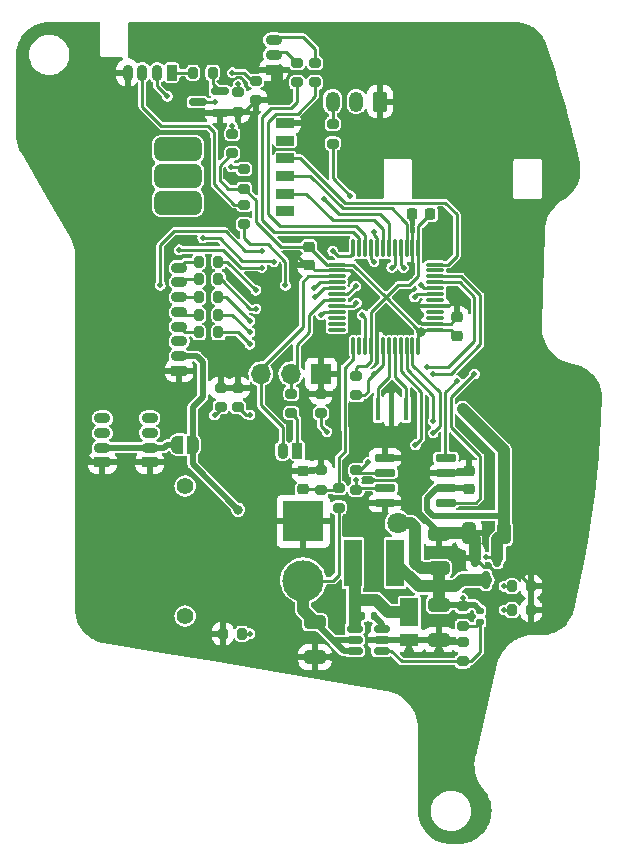
<source format=gbr>
%TF.GenerationSoftware,KiCad,Pcbnew,(6.0.8)*%
%TF.CreationDate,2023-04-16T02:33:25+09:00*%
%TF.ProjectId,ORION_sub_v2,4f52494f-4e5f-4737-9562-5f76322e6b69,rev?*%
%TF.SameCoordinates,Original*%
%TF.FileFunction,Copper,L2,Bot*%
%TF.FilePolarity,Positive*%
%FSLAX46Y46*%
G04 Gerber Fmt 4.6, Leading zero omitted, Abs format (unit mm)*
G04 Created by KiCad (PCBNEW (6.0.8)) date 2023-04-16 02:33:25*
%MOMM*%
%LPD*%
G01*
G04 APERTURE LIST*
G04 Aperture macros list*
%AMRoundRect*
0 Rectangle with rounded corners*
0 $1 Rounding radius*
0 $2 $3 $4 $5 $6 $7 $8 $9 X,Y pos of 4 corners*
0 Add a 4 corners polygon primitive as box body*
4,1,4,$2,$3,$4,$5,$6,$7,$8,$9,$2,$3,0*
0 Add four circle primitives for the rounded corners*
1,1,$1+$1,$2,$3*
1,1,$1+$1,$4,$5*
1,1,$1+$1,$6,$7*
1,1,$1+$1,$8,$9*
0 Add four rect primitives between the rounded corners*
20,1,$1+$1,$2,$3,$4,$5,0*
20,1,$1+$1,$4,$5,$6,$7,0*
20,1,$1+$1,$6,$7,$8,$9,0*
20,1,$1+$1,$8,$9,$2,$3,0*%
%AMFreePoly0*
4,1,22,0.500000,-0.750000,0.000000,-0.750000,0.000000,-0.745033,-0.079941,-0.743568,-0.215256,-0.701293,-0.333266,-0.622738,-0.424486,-0.514219,-0.481581,-0.384460,-0.499164,-0.250000,-0.500000,-0.250000,-0.500000,0.250000,-0.499164,0.250000,-0.499963,0.256109,-0.478152,0.396186,-0.417904,0.524511,-0.324060,0.630769,-0.204165,0.706417,-0.067858,0.745374,0.000000,0.744959,0.000000,0.750000,
0.500000,0.750000,0.500000,-0.750000,0.500000,-0.750000,$1*%
%AMFreePoly1*
4,1,20,0.000000,0.744959,0.073905,0.744508,0.209726,0.703889,0.328688,0.626782,0.421226,0.519385,0.479903,0.390333,0.500000,0.250000,0.500000,-0.250000,0.499851,-0.262216,0.476331,-0.402017,0.414519,-0.529596,0.319384,-0.634700,0.198574,-0.708877,0.061801,-0.746166,0.000000,-0.745033,0.000000,-0.750000,-0.500000,-0.750000,-0.500000,0.750000,0.000000,0.750000,0.000000,0.744959,
0.000000,0.744959,$1*%
G04 Aperture macros list end*
%TA.AperFunction,ComponentPad*%
%ADD10RoundRect,0.225000X0.475000X-0.225000X0.475000X0.225000X-0.475000X0.225000X-0.475000X-0.225000X0*%
%TD*%
%TA.AperFunction,ComponentPad*%
%ADD11O,1.400000X0.900000*%
%TD*%
%TA.AperFunction,ComponentPad*%
%ADD12RoundRect,0.225000X0.225000X0.475000X-0.225000X0.475000X-0.225000X-0.475000X0.225000X-0.475000X0*%
%TD*%
%TA.AperFunction,ComponentPad*%
%ADD13O,0.900000X1.400000*%
%TD*%
%TA.AperFunction,ComponentPad*%
%ADD14R,1.700000X1.700000*%
%TD*%
%TA.AperFunction,ComponentPad*%
%ADD15O,1.700000X1.700000*%
%TD*%
%TA.AperFunction,ComponentPad*%
%ADD16RoundRect,0.250000X0.350000X0.625000X-0.350000X0.625000X-0.350000X-0.625000X0.350000X-0.625000X0*%
%TD*%
%TA.AperFunction,ComponentPad*%
%ADD17O,1.200000X1.750000*%
%TD*%
%TA.AperFunction,ComponentPad*%
%ADD18C,1.400000*%
%TD*%
%TA.AperFunction,ComponentPad*%
%ADD19R,3.500000X3.500000*%
%TD*%
%TA.AperFunction,ComponentPad*%
%ADD20C,3.500000*%
%TD*%
%TA.AperFunction,ComponentPad*%
%ADD21RoundRect,0.225000X-0.575000X0.225000X-0.575000X-0.225000X0.575000X-0.225000X0.575000X0.225000X0*%
%TD*%
%TA.AperFunction,SMDPad,CuDef*%
%ADD22RoundRect,0.200000X0.275000X-0.200000X0.275000X0.200000X-0.275000X0.200000X-0.275000X-0.200000X0*%
%TD*%
%TA.AperFunction,SMDPad,CuDef*%
%ADD23RoundRect,0.200000X-0.200000X-0.275000X0.200000X-0.275000X0.200000X0.275000X-0.200000X0.275000X0*%
%TD*%
%TA.AperFunction,SMDPad,CuDef*%
%ADD24RoundRect,0.200000X-0.275000X0.200000X-0.275000X-0.200000X0.275000X-0.200000X0.275000X0.200000X0*%
%TD*%
%TA.AperFunction,ComponentPad*%
%ADD25RoundRect,0.500000X1.500000X0.500000X-1.500000X0.500000X-1.500000X-0.500000X1.500000X-0.500000X0*%
%TD*%
%TA.AperFunction,ComponentPad*%
%ADD26RoundRect,0.375000X0.375000X0.375000X-0.375000X0.375000X-0.375000X-0.375000X0.375000X-0.375000X0*%
%TD*%
%TA.AperFunction,SMDPad,CuDef*%
%ADD27RoundRect,0.225000X-0.225000X-0.250000X0.225000X-0.250000X0.225000X0.250000X-0.225000X0.250000X0*%
%TD*%
%TA.AperFunction,SMDPad,CuDef*%
%ADD28RoundRect,0.225000X-0.250000X0.225000X-0.250000X-0.225000X0.250000X-0.225000X0.250000X0.225000X0*%
%TD*%
%TA.AperFunction,SMDPad,CuDef*%
%ADD29RoundRect,0.250000X0.650000X-0.325000X0.650000X0.325000X-0.650000X0.325000X-0.650000X-0.325000X0*%
%TD*%
%TA.AperFunction,SMDPad,CuDef*%
%ADD30R,1.500000X4.000000*%
%TD*%
%TA.AperFunction,SMDPad,CuDef*%
%ADD31RoundRect,0.200000X0.200000X0.275000X-0.200000X0.275000X-0.200000X-0.275000X0.200000X-0.275000X0*%
%TD*%
%TA.AperFunction,SMDPad,CuDef*%
%ADD32RoundRect,0.150000X0.725000X0.150000X-0.725000X0.150000X-0.725000X-0.150000X0.725000X-0.150000X0*%
%TD*%
%TA.AperFunction,SMDPad,CuDef*%
%ADD33RoundRect,0.250000X0.325000X0.650000X-0.325000X0.650000X-0.325000X-0.650000X0.325000X-0.650000X0*%
%TD*%
%TA.AperFunction,SMDPad,CuDef*%
%ADD34RoundRect,0.075000X0.075000X-0.662500X0.075000X0.662500X-0.075000X0.662500X-0.075000X-0.662500X0*%
%TD*%
%TA.AperFunction,SMDPad,CuDef*%
%ADD35RoundRect,0.075000X0.662500X-0.075000X0.662500X0.075000X-0.662500X0.075000X-0.662500X-0.075000X0*%
%TD*%
%TA.AperFunction,SMDPad,CuDef*%
%ADD36RoundRect,0.225000X0.250000X-0.225000X0.250000X0.225000X-0.250000X0.225000X-0.250000X-0.225000X0*%
%TD*%
%TA.AperFunction,SMDPad,CuDef*%
%ADD37RoundRect,0.140000X-0.140000X-0.170000X0.140000X-0.170000X0.140000X0.170000X-0.140000X0.170000X0*%
%TD*%
%TA.AperFunction,SMDPad,CuDef*%
%ADD38R,0.400000X1.900000*%
%TD*%
%TA.AperFunction,SMDPad,CuDef*%
%ADD39RoundRect,0.250000X-0.650000X0.325000X-0.650000X-0.325000X0.650000X-0.325000X0.650000X0.325000X0*%
%TD*%
%TA.AperFunction,SMDPad,CuDef*%
%ADD40RoundRect,0.140000X-0.170000X0.140000X-0.170000X-0.140000X0.170000X-0.140000X0.170000X0.140000X0*%
%TD*%
%TA.AperFunction,SMDPad,CuDef*%
%ADD41FreePoly0,180.000000*%
%TD*%
%TA.AperFunction,SMDPad,CuDef*%
%ADD42FreePoly1,180.000000*%
%TD*%
%TA.AperFunction,SMDPad,CuDef*%
%ADD43R,1.500000X2.400000*%
%TD*%
%TA.AperFunction,SMDPad,CuDef*%
%ADD44R,1.500000X1.050000*%
%TD*%
%TA.AperFunction,SMDPad,CuDef*%
%ADD45RoundRect,0.150000X0.587500X0.150000X-0.587500X0.150000X-0.587500X-0.150000X0.587500X-0.150000X0*%
%TD*%
%TA.AperFunction,SMDPad,CuDef*%
%ADD46RoundRect,0.150000X-0.150000X0.587500X-0.150000X-0.587500X0.150000X-0.587500X0.150000X0.587500X0*%
%TD*%
%TA.AperFunction,SMDPad,CuDef*%
%ADD47RoundRect,0.150000X0.512500X0.150000X-0.512500X0.150000X-0.512500X-0.150000X0.512500X-0.150000X0*%
%TD*%
%TA.AperFunction,ViaPad*%
%ADD48C,0.500000*%
%TD*%
%TA.AperFunction,ViaPad*%
%ADD49C,0.800000*%
%TD*%
%TA.AperFunction,ViaPad*%
%ADD50C,1.800000*%
%TD*%
%TA.AperFunction,Conductor*%
%ADD51C,0.500000*%
%TD*%
%TA.AperFunction,Conductor*%
%ADD52C,0.250000*%
%TD*%
%TA.AperFunction,Conductor*%
%ADD53C,1.000000*%
%TD*%
G04 APERTURE END LIST*
D10*
%TO.P,J13,1,Pin_1*%
%TO.N,GND*%
X102500000Y-84250000D03*
D11*
%TO.P,J13,2,Pin_2*%
%TO.N,+5V*%
X102500000Y-83000000D03*
%TO.P,J13,3,Pin_3*%
%TO.N,+3.3V*%
X102500000Y-81750000D03*
%TO.P,J13,4,Pin_4*%
%TO.N,Net-(J13-Pad4)*%
X102500000Y-80500000D03*
%TO.P,J13,5,Pin_5*%
%TO.N,Net-(J13-Pad5)*%
X102500000Y-79250000D03*
%TO.P,J13,6,Pin_6*%
%TO.N,Net-(J13-Pad6)*%
X102500000Y-78000000D03*
%TO.P,J13,7,Pin_7*%
%TO.N,Net-(J13-Pad7)*%
X102500000Y-76750000D03*
%TO.P,J13,8,Pin_8*%
%TO.N,Net-(J13-Pad8)*%
X102500000Y-75500000D03*
%TD*%
D12*
%TO.P,J1,1,Pin_1*%
%TO.N,Net-(J1-Pad1)*%
X112500000Y-91000000D03*
D13*
%TO.P,J1,2,Pin_2*%
%TO.N,/ESC_TLM*%
X111250000Y-91000000D03*
%TD*%
D10*
%TO.P,J6,1,Pin_1*%
%TO.N,GND*%
X100000000Y-92000000D03*
D11*
%TO.P,J6,2,Pin_2*%
%TO.N,Net-(J6-Pad2)*%
X100000000Y-90750000D03*
%TO.P,J6,3,Pin_3*%
%TO.N,/CAN_H*%
X100000000Y-89500000D03*
%TO.P,J6,4,Pin_4*%
%TO.N,/CAN_L*%
X100000000Y-88250000D03*
%TD*%
D12*
%TO.P,J3,1,Pin_1*%
%TO.N,Net-(J3-Pad1)*%
X101875000Y-59000000D03*
D13*
%TO.P,J3,2,Pin_2*%
%TO.N,Net-(J3-Pad2)*%
X100625000Y-59000000D03*
%TO.P,J3,3,Pin_3*%
%TO.N,Net-(J3-Pad3)*%
X99375000Y-59000000D03*
%TO.P,J3,4,Pin_4*%
%TO.N,GND*%
X98125000Y-59000000D03*
%TD*%
D14*
%TO.P,J12,1,Pin_1*%
%TO.N,GND*%
X114500000Y-84500000D03*
D15*
%TO.P,J12,2,Pin_2*%
%TO.N,/ESC_PWM*%
X111960000Y-84500000D03*
%TO.P,J12,3,Pin_3*%
%TO.N,/ESC_TLM*%
X109420000Y-84500000D03*
%TD*%
D10*
%TO.P,J7,1,Pin_1*%
%TO.N,GND*%
X110500000Y-58750000D03*
D11*
%TO.P,J7,2,Pin_2*%
%TO.N,Net-(J7-Pad2)*%
X110500000Y-57500000D03*
%TO.P,J7,3,Pin_3*%
%TO.N,Net-(J7-Pad3)*%
X110500000Y-56250000D03*
%TD*%
D16*
%TO.P,J2,1,Pin_1*%
%TO.N,GND*%
X119500000Y-61450000D03*
D17*
%TO.P,J2,2,Pin_2*%
%TO.N,+5V*%
X117500000Y-61450000D03*
%TO.P,J2,3,Pin_3*%
%TO.N,Net-(J2-Pad3)*%
X115500000Y-61450000D03*
%TD*%
D18*
%TO.P,J4,*%
%TO.N,*%
X103000000Y-105000000D03*
X103000000Y-94000000D03*
D19*
%TO.P,J4,1,Pin_1*%
%TO.N,GND*%
X113000000Y-97000000D03*
D20*
%TO.P,J4,2,Pin_2*%
%TO.N,+BATT*%
X113000000Y-102000000D03*
%TD*%
D10*
%TO.P,J8,1,Pin_1*%
%TO.N,GND*%
X96000000Y-92000000D03*
D11*
%TO.P,J8,2,Pin_2*%
%TO.N,Net-(J6-Pad2)*%
X96000000Y-90750000D03*
%TO.P,J8,3,Pin_3*%
%TO.N,/CAN_H*%
X96000000Y-89500000D03*
%TO.P,J8,4,Pin_4*%
%TO.N,/CAN_L*%
X96000000Y-88250000D03*
%TD*%
D21*
%TO.P,P1,1,P1*%
%TO.N,GND*%
X111500000Y-63250000D03*
%TO.P,P1,2,P2*%
%TO.N,unconnected-(P1-Pad2)*%
X111500000Y-64750000D03*
%TO.P,P1,3,P3*%
%TO.N,/SWCLK*%
X111500000Y-66250000D03*
%TO.P,P1,4,P4*%
%TO.N,/SWDIO*%
X111500000Y-67750000D03*
%TO.P,P1,5,P5*%
%TO.N,/USART_TX*%
X111500000Y-69250000D03*
%TO.P,P1,6,P6*%
%TO.N,/USART_RX*%
X111500000Y-70750000D03*
%TD*%
D22*
%TO.P,R19,1*%
%TO.N,Net-(J1-Pad1)*%
X112000000Y-87825000D03*
%TO.P,R19,2*%
%TO.N,/ESC_PWM*%
X112000000Y-86175000D03*
%TD*%
D23*
%TO.P,R13,1*%
%TO.N,GND*%
X106175000Y-106500000D03*
%TO.P,R13,2*%
%TO.N,Net-(D7-Pad1)*%
X107825000Y-106500000D03*
%TD*%
D24*
%TO.P,R14,1*%
%TO.N,Net-(J2-Pad3)*%
X115500000Y-63350000D03*
%TO.P,R14,2*%
%TO.N,/SERVO_PWM*%
X115500000Y-65000000D03*
%TD*%
D22*
%TO.P,R2,1*%
%TO.N,/CAN_L*%
X117500000Y-94325000D03*
%TO.P,R2,2*%
%TO.N,/CAN_H*%
X117500000Y-92675000D03*
%TD*%
D25*
%TO.P,J10,1,Pin_1*%
%TO.N,Net-(J10-Pad1)*%
X102400000Y-65500000D03*
D26*
X103600000Y-65500000D03*
X101200000Y-65500000D03*
%TD*%
D24*
%TO.P,R5,1*%
%TO.N,GND*%
X107500000Y-85675000D03*
%TO.P,R5,2*%
%TO.N,Net-(D1-Pad1)*%
X107500000Y-87325000D03*
%TD*%
%TO.P,R18,1*%
%TO.N,Net-(J3-Pad3)*%
X108000000Y-70175000D03*
%TO.P,R18,2*%
%TO.N,/LED_SW*%
X108000000Y-71825000D03*
%TD*%
D27*
%TO.P,C2,1*%
%TO.N,GND*%
X122225000Y-71000000D03*
%TO.P,C2,2*%
%TO.N,+3.3V*%
X123775000Y-71000000D03*
%TD*%
D24*
%TO.P,R1,1*%
%TO.N,+3.3V*%
X117500000Y-84675000D03*
%TO.P,R1,2*%
%TO.N,/NRST*%
X117500000Y-86325000D03*
%TD*%
D28*
%TO.P,C11,1*%
%TO.N,GND*%
X113000000Y-92725000D03*
%TO.P,C11,2*%
%TO.N,/BATT_V*%
X113000000Y-94275000D03*
%TD*%
D22*
%TO.P,R16,1*%
%TO.N,Net-(C4-Pad2)*%
X126500000Y-105850000D03*
%TO.P,R16,2*%
%TO.N,+5V*%
X126500000Y-104200000D03*
%TD*%
D29*
%TO.P,C7,1*%
%TO.N,+5V*%
X124500000Y-100975000D03*
%TO.P,C7,2*%
%TO.N,GND*%
X124500000Y-98025000D03*
%TD*%
D24*
%TO.P,R3,1*%
%TO.N,Net-(J7-Pad2)*%
X112500000Y-58175000D03*
%TO.P,R3,2*%
%TO.N,/PHOTO_0*%
X112500000Y-59825000D03*
%TD*%
D30*
%TO.P,L1,1,1*%
%TO.N,Net-(C3-Pad1)*%
X117200000Y-100500000D03*
%TO.P,L1,2,2*%
%TO.N,+5V*%
X120800000Y-100500000D03*
%TD*%
D31*
%TO.P,R17,1*%
%TO.N,GND*%
X132325000Y-104500000D03*
%TO.P,R17,2*%
%TO.N,Net-(D10-Pad1)*%
X130675000Y-104500000D03*
%TD*%
D22*
%TO.P,R9,1*%
%TO.N,+BATT*%
X116000000Y-95825000D03*
%TO.P,R9,2*%
%TO.N,/BATT_V*%
X116000000Y-94175000D03*
%TD*%
D32*
%TO.P,U2,1,TXD*%
%TO.N,/CAN_TX*%
X125075000Y-91595000D03*
%TO.P,U2,2,GND*%
%TO.N,GND*%
X125075000Y-92865000D03*
%TO.P,U2,3,VDD*%
%TO.N,+3.3V*%
X125075000Y-94135000D03*
%TO.P,U2,4,RXD*%
%TO.N,/CAN_RX*%
X125075000Y-95405000D03*
%TO.P,U2,5,SHDN*%
%TO.N,GND*%
X119925000Y-95405000D03*
%TO.P,U2,6,CANL*%
%TO.N,/CAN_L*%
X119925000Y-94135000D03*
%TO.P,U2,7,CANH*%
%TO.N,/CAN_H*%
X119925000Y-92865000D03*
%TO.P,U2,8,RS*%
%TO.N,GND*%
X119925000Y-91595000D03*
%TD*%
D33*
%TO.P,C8,1*%
%TO.N,+3.3V*%
X129975000Y-98000000D03*
%TO.P,C8,2*%
%TO.N,GND*%
X127025000Y-98000000D03*
%TD*%
D28*
%TO.P,C1,1*%
%TO.N,GND*%
X127000000Y-92725000D03*
%TO.P,C1,2*%
%TO.N,+3.3V*%
X127000000Y-94275000D03*
%TD*%
D34*
%TO.P,U1,1,VBAT*%
%TO.N,+3.3V*%
X122750000Y-82162500D03*
%TO.P,U1,2,PC13*%
%TO.N,/LED_0*%
X122250000Y-82162500D03*
%TO.P,U1,3,PC14*%
%TO.N,/LED_1*%
X121750000Y-82162500D03*
%TO.P,U1,4,PC15*%
%TO.N,/LED_2*%
X121250000Y-82162500D03*
%TO.P,U1,5,PF0*%
%TO.N,/OSC_IN*%
X120750000Y-82162500D03*
%TO.P,U1,6,PF1*%
%TO.N,/OSC_OUT*%
X120250000Y-82162500D03*
%TO.P,U1,7,NRST*%
%TO.N,/NRST*%
X119750000Y-82162500D03*
%TO.P,U1,8,VSSA*%
%TO.N,GND*%
X119250000Y-82162500D03*
%TO.P,U1,9,VDDA*%
%TO.N,+3.3V*%
X118750000Y-82162500D03*
%TO.P,U1,10,PA0*%
%TO.N,/EX_GPIO_4*%
X118250000Y-82162500D03*
%TO.P,U1,11,PA1*%
%TO.N,unconnected-(U1-Pad11)*%
X117750000Y-82162500D03*
%TO.P,U1,12,PA2*%
%TO.N,/BATT_V*%
X117250000Y-82162500D03*
D35*
%TO.P,U1,13,PA3*%
%TO.N,unconnected-(U1-Pad13)*%
X115837500Y-80750000D03*
%TO.P,U1,14,PA4*%
%TO.N,unconnected-(U1-Pad14)*%
X115837500Y-80250000D03*
%TO.P,U1,15,PA5*%
%TO.N,unconnected-(U1-Pad15)*%
X115837500Y-79750000D03*
%TO.P,U1,16,PA6*%
%TO.N,/LED_3*%
X115837500Y-79250000D03*
%TO.P,U1,17,PA7*%
%TO.N,/LED_4*%
X115837500Y-78750000D03*
%TO.P,U1,18,PB0*%
%TO.N,/ESC_PWM*%
X115837500Y-78250000D03*
%TO.P,U1,19,PB1*%
%TO.N,/SERVO_PWM*%
X115837500Y-77750000D03*
%TO.P,U1,20,PB2*%
%TO.N,/INTALAPTER_OUT*%
X115837500Y-77250000D03*
%TO.P,U1,21,PB10*%
%TO.N,/LED_SW*%
X115837500Y-76750000D03*
%TO.P,U1,22,PB11*%
%TO.N,/ESC_TLM*%
X115837500Y-76250000D03*
%TO.P,U1,23,VSS*%
%TO.N,GND*%
X115837500Y-75750000D03*
%TO.P,U1,24,VDD*%
%TO.N,+3.3V*%
X115837500Y-75250000D03*
D34*
%TO.P,U1,25,PB12*%
%TO.N,/SW_2*%
X117250000Y-73837500D03*
%TO.P,U1,26,PB13*%
%TO.N,/PHOTO_0*%
X117750000Y-73837500D03*
%TO.P,U1,27,PB14*%
%TO.N,/PHOTO_1*%
X118250000Y-73837500D03*
%TO.P,U1,28,PB15*%
%TO.N,/SW_0*%
X118750000Y-73837500D03*
%TO.P,U1,29,PA8*%
%TO.N,/SW_1*%
X119250000Y-73837500D03*
%TO.P,U1,30,PA9*%
%TO.N,/USART_TX*%
X119750000Y-73837500D03*
%TO.P,U1,31,PA10*%
%TO.N,/USART_RX*%
X120250000Y-73837500D03*
%TO.P,U1,32,PA11*%
%TO.N,/CAN_RX*%
X120750000Y-73837500D03*
%TO.P,U1,33,PA12*%
%TO.N,/CAN_TX*%
X121250000Y-73837500D03*
%TO.P,U1,34,PA13*%
%TO.N,/SWDIO*%
X121750000Y-73837500D03*
%TO.P,U1,35,VSS*%
%TO.N,GND*%
X122250000Y-73837500D03*
%TO.P,U1,36,VDD*%
%TO.N,+3.3V*%
X122750000Y-73837500D03*
D35*
%TO.P,U1,37,PA14*%
%TO.N,/SWCLK*%
X124162500Y-75250000D03*
%TO.P,U1,38,PA15*%
%TO.N,unconnected-(U1-Pad38)*%
X124162500Y-75750000D03*
%TO.P,U1,39,PB3*%
%TO.N,/EX_GPIO_0*%
X124162500Y-76250000D03*
%TO.P,U1,40,PB4*%
%TO.N,/EX_GPIO_1*%
X124162500Y-76750000D03*
%TO.P,U1,41,PB5*%
%TO.N,/EX_GPIO_2*%
X124162500Y-77250000D03*
%TO.P,U1,42,PB6*%
%TO.N,/EX_GPIO_3*%
X124162500Y-77750000D03*
%TO.P,U1,43,PB7*%
%TO.N,unconnected-(U1-Pad43)*%
X124162500Y-78250000D03*
%TO.P,U1,44,BOOT0*%
%TO.N,GND*%
X124162500Y-78750000D03*
%TO.P,U1,45,PB8*%
%TO.N,unconnected-(U1-Pad45)*%
X124162500Y-79250000D03*
%TO.P,U1,46,PB9*%
%TO.N,unconnected-(U1-Pad46)*%
X124162500Y-79750000D03*
%TO.P,U1,47,VSS*%
%TO.N,GND*%
X124162500Y-80250000D03*
%TO.P,U1,48,VDD*%
%TO.N,+3.3V*%
X124162500Y-80750000D03*
%TD*%
D36*
%TO.P,C5,1*%
%TO.N,GND*%
X113500000Y-75275000D03*
%TO.P,C5,2*%
%TO.N,+3.3V*%
X113500000Y-73725000D03*
%TD*%
D23*
%TO.P,R26,1*%
%TO.N,Net-(J13-Pad7)*%
X104175000Y-76500000D03*
%TO.P,R26,2*%
%TO.N,/EX_GPIO_3*%
X105825000Y-76500000D03*
%TD*%
D37*
%TO.P,C3,1*%
%TO.N,Net-(C3-Pad1)*%
X118020000Y-105025000D03*
%TO.P,C3,2*%
%TO.N,Net-(C3-Pad2)*%
X118980000Y-105025000D03*
%TD*%
D23*
%TO.P,R24,1*%
%TO.N,Net-(J13-Pad5)*%
X104175000Y-79500000D03*
%TO.P,R24,2*%
%TO.N,/EX_GPIO_1*%
X105825000Y-79500000D03*
%TD*%
D24*
%TO.P,R7,1*%
%TO.N,GND*%
X106000000Y-85675000D03*
%TO.P,R7,2*%
%TO.N,Net-(D3-Pad1)*%
X106000000Y-87325000D03*
%TD*%
D38*
%TO.P,X1,1*%
%TO.N,/OSC_OUT*%
X119300000Y-87500000D03*
%TO.P,X1,2*%
%TO.N,GND*%
X120500000Y-87500000D03*
%TO.P,X1,3*%
%TO.N,/OSC_IN*%
X121700000Y-87500000D03*
%TD*%
D22*
%TO.P,R12,1*%
%TO.N,GND*%
X109000000Y-61325000D03*
%TO.P,R12,2*%
%TO.N,Net-(D6-Pad1)*%
X109000000Y-59675000D03*
%TD*%
D24*
%TO.P,R6,1*%
%TO.N,GND*%
X114500000Y-86175000D03*
%TO.P,R6,2*%
%TO.N,Net-(D2-Pad1)*%
X114500000Y-87825000D03*
%TD*%
D23*
%TO.P,R23,1*%
%TO.N,Net-(J13-Pad4)*%
X104175000Y-81000000D03*
%TO.P,R23,2*%
%TO.N,/EX_GPIO_0*%
X105825000Y-81000000D03*
%TD*%
D22*
%TO.P,R11,1*%
%TO.N,GND*%
X107500000Y-62325000D03*
%TO.P,R11,2*%
%TO.N,Net-(D5-Pad1)*%
X107500000Y-60675000D03*
%TD*%
D24*
%TO.P,R20,1*%
%TO.N,Net-(J3-Pad2)*%
X108000000Y-67175000D03*
%TO.P,R20,2*%
%TO.N,+3.3V*%
X108000000Y-68825000D03*
%TD*%
D39*
%TO.P,C12,1*%
%TO.N,+BATT*%
X114000000Y-105525000D03*
%TO.P,C12,2*%
%TO.N,GND*%
X114000000Y-108475000D03*
%TD*%
D24*
%TO.P,R4,1*%
%TO.N,Net-(J7-Pad3)*%
X114000000Y-58175000D03*
%TO.P,R4,2*%
%TO.N,/PHOTO_1*%
X114000000Y-59825000D03*
%TD*%
D23*
%TO.P,R27,1*%
%TO.N,Net-(J13-Pad8)*%
X104175000Y-75000000D03*
%TO.P,R27,2*%
%TO.N,/EX_GPIO_4*%
X105825000Y-75000000D03*
%TD*%
D40*
%TO.P,C4,1*%
%TO.N,+5V*%
X128000000Y-104545000D03*
%TO.P,C4,2*%
%TO.N,Net-(C4-Pad2)*%
X128000000Y-105505000D03*
%TD*%
D22*
%TO.P,R10,1*%
%TO.N,/BATT_V*%
X114500000Y-94325000D03*
%TO.P,R10,2*%
%TO.N,GND*%
X114500000Y-92675000D03*
%TD*%
D25*
%TO.P,J9,1,Pin_1*%
%TO.N,Net-(J11-Pad3)*%
X102400000Y-70000000D03*
D26*
X101200000Y-70000000D03*
X103600000Y-70000000D03*
%TD*%
D23*
%TO.P,R21,1*%
%TO.N,Net-(J3-Pad1)*%
X103675000Y-59000000D03*
%TO.P,R21,2*%
%TO.N,Net-(Q1-Pad1)*%
X105325000Y-59000000D03*
%TD*%
%TO.P,R25,1*%
%TO.N,Net-(J13-Pad6)*%
X104175000Y-78000000D03*
%TO.P,R25,2*%
%TO.N,/EX_GPIO_2*%
X105825000Y-78000000D03*
%TD*%
D41*
%TO.P,JP1,1,A*%
%TO.N,+5V*%
X103650000Y-90500000D03*
D42*
%TO.P,JP1,2,B*%
%TO.N,Net-(J6-Pad2)*%
X102350000Y-90500000D03*
%TD*%
D26*
%TO.P,J5,1,Pin_1*%
%TO.N,Net-(J11-Pad2)*%
X103600000Y-67750000D03*
X101200000Y-67750000D03*
D25*
X102400000Y-67750000D03*
%TD*%
D43*
%TO.P,D9,1,K*%
%TO.N,Net-(C3-Pad1)*%
X122000000Y-104675000D03*
D44*
%TO.P,D9,2,A*%
%TO.N,GND*%
X122000000Y-107050000D03*
%TD*%
D39*
%TO.P,C13,1*%
%TO.N,+5V*%
X124500000Y-104050000D03*
%TO.P,C13,2*%
%TO.N,GND*%
X124500000Y-107000000D03*
%TD*%
D45*
%TO.P,Q1,1,G*%
%TO.N,Net-(Q1-Pad1)*%
X105937500Y-60550000D03*
%TO.P,Q1,2,S*%
%TO.N,GND*%
X105937500Y-62450000D03*
%TO.P,Q1,3,D*%
%TO.N,/INTALAPTER_OUT*%
X104062500Y-61500000D03*
%TD*%
D46*
%TO.P,U3,1,GND*%
%TO.N,GND*%
X127550000Y-100062500D03*
%TO.P,U3,2,VO*%
%TO.N,+3.3V*%
X129450000Y-100062500D03*
%TO.P,U3,3,VI*%
%TO.N,+5V*%
X128500000Y-101937500D03*
%TD*%
D22*
%TO.P,R22,1*%
%TO.N,+3.3V*%
X107000000Y-65825000D03*
%TO.P,R22,2*%
%TO.N,/INTALAPTER_OUT*%
X107000000Y-64175000D03*
%TD*%
D28*
%TO.P,C6,1*%
%TO.N,GND*%
X126000000Y-79725000D03*
%TO.P,C6,2*%
%TO.N,+3.3V*%
X126000000Y-81275000D03*
%TD*%
D24*
%TO.P,R15,1*%
%TO.N,GND*%
X126500000Y-107200000D03*
%TO.P,R15,2*%
%TO.N,Net-(C4-Pad2)*%
X126500000Y-108850000D03*
%TD*%
D31*
%TO.P,R8,1*%
%TO.N,GND*%
X132325000Y-102500000D03*
%TO.P,R8,2*%
%TO.N,Net-(D4-Pad1)*%
X130675000Y-102500000D03*
%TD*%
D47*
%TO.P,U4,1,BST*%
%TO.N,Net-(C3-Pad2)*%
X119637500Y-106075000D03*
%TO.P,U4,2,GND*%
%TO.N,GND*%
X119637500Y-107025000D03*
%TO.P,U4,3,FB*%
%TO.N,Net-(C4-Pad2)*%
X119637500Y-107975000D03*
%TO.P,U4,4,EN*%
%TO.N,+BATT*%
X117362500Y-107975000D03*
%TO.P,U4,5,VCC*%
X117362500Y-107025000D03*
%TO.P,U4,6,LX*%
%TO.N,Net-(C3-Pad1)*%
X117362500Y-106075000D03*
%TD*%
D48*
%TO.N,GND*%
X120000001Y-78812467D03*
X120812466Y-78000000D03*
X112500000Y-74500000D03*
X114543733Y-73956267D03*
X120000000Y-77187534D03*
D49*
X124500000Y-98000000D03*
D48*
X125000000Y-71500000D03*
X125000000Y-73500000D03*
X119187533Y-78000001D03*
X120500000Y-86000000D03*
X116500000Y-73500000D03*
D49*
X115500000Y-103500000D03*
D48*
X106000000Y-85000000D03*
D49*
X115500000Y-108500000D03*
D48*
X129000000Y-94500000D03*
D49*
X122000000Y-108000000D03*
D48*
X128500000Y-97500000D03*
D49*
X124500000Y-108000000D03*
D48*
%TO.N,+3.3V*%
X128500000Y-100000000D03*
D49*
X123000000Y-81000000D03*
X126512299Y-87487701D03*
D50*
%TO.N,+5V*%
X121000000Y-97131018D03*
D48*
X126500000Y-103500000D03*
D49*
X107500000Y-96000000D03*
D48*
%TO.N,/SERVO_PWM*%
X117437533Y-77062467D03*
X117000000Y-69425500D03*
%TO.N,/USART_RX*%
X114775569Y-69724431D03*
%TO.N,/NRST*%
X119000000Y-84500000D03*
%TO.N,/CAN_L*%
X117500000Y-93524500D03*
%TO.N,/CAN_H*%
X118500000Y-92000000D03*
%TO.N,/LED_1*%
X124000000Y-88500000D03*
%TO.N,/LED_2*%
X122500000Y-90500000D03*
%TO.N,/LED_3*%
X114500000Y-79500000D03*
%TO.N,/CAN_RX*%
X120500000Y-75500000D03*
X127500000Y-84500000D03*
%TO.N,/CAN_TX*%
X126000000Y-85074500D03*
X121500000Y-75500000D03*
%TO.N,/SW_1*%
X104500000Y-73000000D03*
X119000000Y-72500000D03*
X110500000Y-75000000D03*
%TO.N,Net-(D1-Pad1)*%
X108500000Y-88000000D03*
%TO.N,/LED_0*%
X124000000Y-89500000D03*
%TO.N,Net-(D2-Pad1)*%
X115000000Y-89400500D03*
%TO.N,Net-(D3-Pad1)*%
X105500000Y-88000000D03*
%TO.N,Net-(D4-Pad1)*%
X130000000Y-102500000D03*
%TO.N,Net-(D5-Pad1)*%
X107500000Y-60000000D03*
%TO.N,Net-(D6-Pad1)*%
X107000000Y-59000000D03*
%TO.N,/LED_4*%
X117500000Y-78500000D03*
%TO.N,Net-(D7-Pad1)*%
X108500000Y-106500000D03*
%TO.N,/SW_0*%
X109500000Y-75500000D03*
X119000000Y-75000000D03*
X102500000Y-74000000D03*
%TO.N,Net-(D10-Pad1)*%
X130000000Y-104500000D03*
%TO.N,/LED_SW*%
X111500000Y-77000000D03*
X113943518Y-77244016D03*
%TO.N,Net-(J3-Pad2)*%
X106925500Y-67000000D03*
X101500000Y-61000000D03*
%TO.N,/INTALAPTER_OUT*%
X107000000Y-63500000D03*
X105500000Y-61500000D03*
X114000000Y-78000000D03*
%TO.N,/EX_GPIO_0*%
X124000000Y-84500000D03*
X108500000Y-82000000D03*
%TO.N,/EX_GPIO_1*%
X123500000Y-83925500D03*
X108500000Y-81000000D03*
%TO.N,/EX_GPIO_2*%
X108500000Y-80000000D03*
X123000000Y-77000000D03*
%TO.N,/EX_GPIO_3*%
X122425500Y-78000000D03*
X109000000Y-79000000D03*
%TO.N,/EX_GPIO_4*%
X118000000Y-79500000D03*
X109000000Y-77425500D03*
%TO.N,/SW_2*%
X100900500Y-77000000D03*
X109500000Y-74074500D03*
X115500000Y-74074500D03*
%TD*%
D51*
%TO.N,GND*%
X123365000Y-94135000D02*
X123365000Y-92865000D01*
X113975000Y-108500000D02*
X111000000Y-108500000D01*
D52*
X106000000Y-85675000D02*
X106000000Y-85000000D01*
X119250000Y-79562468D02*
X120000001Y-78812467D01*
D51*
X100000000Y-96000000D02*
X100000000Y-92000000D01*
D52*
X128000000Y-98000000D02*
X128500000Y-97500000D01*
D51*
X124500000Y-107000000D02*
X122050000Y-107000000D01*
X125075000Y-92865000D02*
X126860000Y-92865000D01*
D52*
X132325000Y-102500000D02*
X132325000Y-104500000D01*
D51*
X95000000Y-92000000D02*
X96000000Y-92000000D01*
X94500000Y-87000000D02*
X94500000Y-91500000D01*
X94500000Y-91500000D02*
X95000000Y-92000000D01*
D52*
X110000000Y-93500000D02*
X110775000Y-92725000D01*
D51*
X95000000Y-86500000D02*
X94500000Y-87000000D01*
X111000000Y-60500000D02*
X110175000Y-61325000D01*
X124500000Y-98000000D02*
X122095000Y-95595000D01*
D52*
X128825000Y-100846751D02*
X129478249Y-101500000D01*
X106062500Y-62325000D02*
X105937500Y-62450000D01*
X110000000Y-97000000D02*
X110000000Y-93500000D01*
D51*
X126500000Y-107200000D02*
X124700000Y-107200000D01*
X124500000Y-98000000D02*
X124500000Y-98025000D01*
X101500000Y-86500000D02*
X95000000Y-86500000D01*
D52*
X122250000Y-73837500D02*
X122250000Y-76113604D01*
D51*
X101000000Y-97000000D02*
X100000000Y-96000000D01*
D53*
X124525000Y-98000000D02*
X127025000Y-98000000D01*
X124500000Y-98025000D02*
X124525000Y-98000000D01*
D52*
X113050000Y-92675000D02*
X113000000Y-92725000D01*
X106000000Y-85675000D02*
X107500000Y-85675000D01*
D51*
X119925000Y-95405000D02*
X122095000Y-95405000D01*
D52*
X113275000Y-75275000D02*
X112500000Y-74500000D01*
X125475000Y-80250000D02*
X126000000Y-79725000D01*
X119250000Y-82162500D02*
X119250000Y-79562468D01*
D51*
X124700000Y-107200000D02*
X124500000Y-107000000D01*
D52*
X114500000Y-92675000D02*
X113050000Y-92675000D01*
X122250000Y-71025000D02*
X122225000Y-71000000D01*
X113975000Y-75750000D02*
X113500000Y-75275000D01*
X114543733Y-73956267D02*
X115000000Y-73500000D01*
X109000000Y-61325000D02*
X108000000Y-62325000D01*
X113500000Y-75275000D02*
X113275000Y-75275000D01*
X115837500Y-75750000D02*
X116937532Y-75750000D01*
X120500000Y-87500000D02*
X120500000Y-86000000D01*
D51*
X123365000Y-92865000D02*
X125075000Y-92865000D01*
D52*
X99500000Y-64000000D02*
X104500000Y-64000000D01*
D53*
X127550000Y-98525000D02*
X127025000Y-98000000D01*
D52*
X110775000Y-92725000D02*
X113000000Y-92725000D01*
D51*
X122095000Y-95595000D02*
X122095000Y-95405000D01*
D52*
X98125000Y-62625000D02*
X99500000Y-64000000D01*
D51*
X114000000Y-108475000D02*
X113975000Y-108500000D01*
X110175000Y-61325000D02*
X109000000Y-61325000D01*
X111000000Y-58500000D02*
X111000000Y-60500000D01*
D52*
X124162500Y-80250000D02*
X123062466Y-80250000D01*
D51*
X122095000Y-95405000D02*
X123365000Y-94135000D01*
D52*
X115837500Y-75750000D02*
X113975000Y-75750000D01*
D53*
X127550000Y-100062500D02*
X127550000Y-98525000D01*
D51*
X124500000Y-107000000D02*
X124500000Y-108000000D01*
D52*
X124162500Y-78750000D02*
X121562466Y-78750000D01*
X128334251Y-100846751D02*
X128825000Y-100846751D01*
X127025000Y-98000000D02*
X128000000Y-98000000D01*
X107500000Y-62325000D02*
X106062500Y-62325000D01*
D51*
X122050000Y-107000000D02*
X122000000Y-107050000D01*
D52*
X125000000Y-71500000D02*
X125000000Y-73500000D01*
X115000000Y-73500000D02*
X116500000Y-73500000D01*
X100733274Y-71500000D02*
X100233274Y-71000000D01*
D51*
X113000000Y-97000000D02*
X101000000Y-97000000D01*
X102500000Y-85500000D02*
X101500000Y-86500000D01*
X121975000Y-107025000D02*
X122000000Y-107050000D01*
X119925000Y-91595000D02*
X122095000Y-91595000D01*
X122095000Y-91595000D02*
X123365000Y-92865000D01*
X96000000Y-92000000D02*
X100000000Y-92000000D01*
D52*
X127550000Y-100062500D02*
X128334251Y-100846751D01*
X108000000Y-62325000D02*
X107500000Y-62325000D01*
X122019837Y-76343767D02*
X120843767Y-76343767D01*
X123062466Y-80250000D02*
X121562466Y-78750000D01*
X124162500Y-80250000D02*
X125475000Y-80250000D01*
X105000000Y-64500000D02*
X105000000Y-71000000D01*
X121562466Y-78750000D02*
X120812466Y-78000000D01*
X116937532Y-75750000D02*
X119187533Y-78000001D01*
X129478249Y-101500000D02*
X131325000Y-101500000D01*
D51*
X111000000Y-108500000D02*
X110000000Y-107500000D01*
X119637500Y-107025000D02*
X121975000Y-107025000D01*
D52*
X98125000Y-59000000D02*
X98125000Y-62625000D01*
X104500000Y-64000000D02*
X105000000Y-64500000D01*
X120843767Y-76343767D02*
X120000000Y-77187534D01*
D51*
X126860000Y-92865000D02*
X127000000Y-92725000D01*
D52*
X114500000Y-86175000D02*
X114500000Y-84500000D01*
X105000000Y-71000000D02*
X104500000Y-71500000D01*
D51*
X115500000Y-108500000D02*
X114025000Y-108500000D01*
X110000000Y-107500000D02*
X110000000Y-97000000D01*
D52*
X122250000Y-76113604D02*
X122019837Y-76343767D01*
X122250000Y-73837500D02*
X122250000Y-71025000D01*
X131325000Y-101500000D02*
X132325000Y-102500000D01*
D51*
X114025000Y-108500000D02*
X114000000Y-108475000D01*
X122000000Y-107050000D02*
X122000000Y-108000000D01*
X102500000Y-84250000D02*
X102500000Y-85500000D01*
D52*
X104500000Y-71500000D02*
X100733274Y-71500000D01*
%TO.N,+3.3V*%
X118750000Y-83425000D02*
X118750000Y-82162500D01*
X122750000Y-76250000D02*
X122000000Y-77000000D01*
X109000000Y-71636396D02*
X111088604Y-73725000D01*
X122750000Y-72025000D02*
X123775000Y-71000000D01*
X117500000Y-84675000D02*
X117500000Y-84000000D01*
D53*
X129450000Y-100062500D02*
X129450000Y-98525000D01*
D52*
X122750000Y-73837500D02*
X122750000Y-76250000D01*
X105918750Y-66906250D02*
X105918750Y-68081250D01*
X109000000Y-69825000D02*
X109000000Y-71636396D01*
X117500000Y-84000000D02*
X117662500Y-83837500D01*
D51*
X125075000Y-94135000D02*
X124354950Y-94135000D01*
D52*
X117662500Y-83837500D02*
X118337500Y-83837500D01*
D51*
X123500000Y-94989950D02*
X123500000Y-96000000D01*
X126860000Y-94135000D02*
X127000000Y-94275000D01*
D52*
X115025000Y-75250000D02*
X113500000Y-73725000D01*
X124162500Y-80750000D02*
X125475000Y-80750000D01*
X122000000Y-77000000D02*
X121000000Y-77000000D01*
D51*
X123500000Y-96000000D02*
X124000000Y-96500000D01*
D52*
X124162500Y-80750000D02*
X122750000Y-80750000D01*
X106662500Y-68825000D02*
X108000000Y-68825000D01*
D53*
X129975000Y-96475000D02*
X129975000Y-90950402D01*
D52*
X115837500Y-75250000D02*
X117250000Y-75250000D01*
X122750000Y-73837500D02*
X122750000Y-72025000D01*
X118750000Y-79250000D02*
X120000000Y-78000000D01*
X118337500Y-83837500D02*
X118750000Y-83425000D01*
X115837500Y-75250000D02*
X115025000Y-75250000D01*
X129387500Y-100000000D02*
X129450000Y-100062500D01*
D53*
X129975000Y-98000000D02*
X129975000Y-96475000D01*
D52*
X128500000Y-100000000D02*
X129387500Y-100000000D01*
D51*
X129950000Y-96500000D02*
X129975000Y-96475000D01*
D52*
X117250000Y-75250000D02*
X120000000Y-78000000D01*
D53*
X129450000Y-98525000D02*
X129975000Y-98000000D01*
D51*
X125075000Y-94135000D02*
X126860000Y-94135000D01*
D52*
X122750000Y-80750000D02*
X122750000Y-82162500D01*
X118750000Y-82162500D02*
X118750000Y-79250000D01*
D51*
X124000000Y-96500000D02*
X129950000Y-96500000D01*
D53*
X129975000Y-90950402D02*
X126512299Y-87487701D01*
D52*
X122750000Y-80750000D02*
X123000000Y-81000000D01*
D51*
X124354950Y-94135000D02*
X123500000Y-94989950D01*
D52*
X111088604Y-73725000D02*
X113500000Y-73725000D01*
X125475000Y-80750000D02*
X126000000Y-81275000D01*
X105918750Y-68081250D02*
X106662500Y-68825000D01*
X121000000Y-77000000D02*
X120000000Y-78000000D01*
X107000000Y-65825000D02*
X105918750Y-66906250D01*
X120000000Y-78000000D02*
X122750000Y-80750000D01*
X108000000Y-68825000D02*
X109000000Y-69825000D01*
%TO.N,/ESC_PWM*%
X113500000Y-81000000D02*
X113500000Y-79500000D01*
X113500000Y-79500000D02*
X114750000Y-78250000D01*
X111960000Y-84500000D02*
X111960000Y-86135000D01*
X111960000Y-86135000D02*
X112000000Y-86175000D01*
X114750000Y-78250000D02*
X115837500Y-78250000D01*
X112460000Y-82040000D02*
X113500000Y-81000000D01*
X112460000Y-84000000D02*
X112460000Y-82040000D01*
X111960000Y-84500000D02*
X112460000Y-84000000D01*
%TO.N,/ESC_TLM*%
X113000000Y-76686828D02*
X113436828Y-76250000D01*
X109420000Y-84500000D02*
X109420000Y-84080000D01*
X113436828Y-76250000D02*
X115837500Y-76250000D01*
X111250000Y-89000000D02*
X111250000Y-91000000D01*
X109420000Y-87170000D02*
X111250000Y-89000000D01*
X113000000Y-80500000D02*
X113000000Y-76686828D01*
X109420000Y-84080000D02*
X113000000Y-80500000D01*
X109420000Y-84500000D02*
X109420000Y-87170000D01*
D53*
%TO.N,+5V*%
X122500000Y-100500000D02*
X122500000Y-97500000D01*
D51*
X107500000Y-96000000D02*
X103650000Y-92150000D01*
D53*
X122500000Y-97500000D02*
X122131018Y-97131018D01*
X124500000Y-102500000D02*
X125875000Y-102500000D01*
D52*
X126500000Y-103500000D02*
X126500000Y-104200000D01*
D51*
X104500000Y-86500000D02*
X104500000Y-83500000D01*
X126350000Y-104050000D02*
X126500000Y-104200000D01*
X127505000Y-104050000D02*
X128000000Y-104545000D01*
D53*
X121000000Y-100300000D02*
X120800000Y-100500000D01*
X128500000Y-101937500D02*
X126437500Y-101937500D01*
X120800000Y-100500000D02*
X122800000Y-102500000D01*
X124500000Y-104050000D02*
X124500000Y-102500000D01*
X125875000Y-102500000D02*
X126437500Y-101937500D01*
D51*
X103650000Y-90500000D02*
X103650000Y-87350000D01*
X104000000Y-83000000D02*
X102500000Y-83000000D01*
D53*
X122800000Y-102500000D02*
X124500000Y-102500000D01*
D51*
X124500000Y-104050000D02*
X127505000Y-104050000D01*
D53*
X124500000Y-100975000D02*
X124500000Y-102500000D01*
D51*
X104500000Y-83500000D02*
X104000000Y-83000000D01*
X103650000Y-92150000D02*
X103650000Y-90500000D01*
X124500000Y-104050000D02*
X126350000Y-104050000D01*
D53*
X122975000Y-100975000D02*
X122500000Y-100500000D01*
X124500000Y-100975000D02*
X122975000Y-100975000D01*
D51*
X103650000Y-87350000D02*
X104500000Y-86500000D01*
D53*
X122131018Y-97131018D02*
X121000000Y-97131018D01*
D52*
%TO.N,/SERVO_PWM*%
X116750000Y-77750000D02*
X115837500Y-77750000D01*
X115500000Y-65000000D02*
X115500000Y-67925500D01*
X115500000Y-67925500D02*
X117000000Y-69425500D01*
X117437533Y-77062467D02*
X116750000Y-77750000D01*
%TO.N,+BATT*%
X116000000Y-95825000D02*
X116000000Y-101500000D01*
X115500000Y-102000000D02*
X113000000Y-102000000D01*
D51*
X117362500Y-107025000D02*
X115500000Y-107025000D01*
X116475000Y-107975000D02*
X114025000Y-105525000D01*
X115500000Y-107025000D02*
X114000000Y-105525000D01*
D53*
X113000000Y-104525000D02*
X114000000Y-105525000D01*
X113000000Y-102000000D02*
X113000000Y-104525000D01*
D52*
X116000000Y-101500000D02*
X115500000Y-102000000D01*
D51*
X117362500Y-107975000D02*
X116475000Y-107975000D01*
X114025000Y-105525000D02*
X114000000Y-105525000D01*
D52*
%TO.N,/SWCLK*%
X116500000Y-70000000D02*
X125000000Y-70000000D01*
X126000000Y-74500000D02*
X125250000Y-75250000D01*
X111500000Y-66250000D02*
X112750000Y-66250000D01*
X125000000Y-70000000D02*
X126000000Y-71000000D01*
X125250000Y-75250000D02*
X124162500Y-75250000D01*
X126000000Y-71000000D02*
X126000000Y-74500000D01*
X112750000Y-66250000D02*
X116500000Y-70000000D01*
%TO.N,/SWDIO*%
X121750000Y-73837500D02*
X121750000Y-71777817D01*
X120500000Y-70500000D02*
X116363604Y-70500000D01*
X113613604Y-67750000D02*
X111500000Y-67750000D01*
X121750000Y-71777817D02*
X121450000Y-71477817D01*
X121450000Y-71477817D02*
X121450000Y-71450000D01*
X116363604Y-70500000D02*
X113613604Y-67750000D01*
X121450000Y-71450000D02*
X120500000Y-70500000D01*
%TO.N,/USART_TX*%
X119750000Y-72250000D02*
X119000000Y-71500000D01*
X119000000Y-71500000D02*
X115500000Y-71500000D01*
X113250000Y-69250000D02*
X111500000Y-69250000D01*
X119750000Y-73837500D02*
X119750000Y-72250000D01*
X115500000Y-71500000D02*
X113250000Y-69250000D01*
%TO.N,/USART_RX*%
X120250000Y-71750000D02*
X120250000Y-73837500D01*
X119500000Y-71000000D02*
X120250000Y-71750000D01*
X114775569Y-69724431D02*
X116051138Y-71000000D01*
X116051138Y-71000000D02*
X119500000Y-71000000D01*
%TO.N,/NRST*%
X118500000Y-85000000D02*
X119000000Y-84500000D01*
X119000000Y-84500000D02*
X119750000Y-83750000D01*
X117500000Y-86325000D02*
X118175000Y-86325000D01*
X118175000Y-86325000D02*
X118500000Y-86000000D01*
X118500000Y-86000000D02*
X118500000Y-85000000D01*
X119750000Y-83750000D02*
X119750000Y-82162500D01*
%TO.N,/CAN_L*%
X117500000Y-94325000D02*
X117500000Y-93524500D01*
X117690000Y-94135000D02*
X117500000Y-94325000D01*
X119925000Y-94135000D02*
X117690000Y-94135000D01*
%TO.N,/CAN_H*%
X117500000Y-92675000D02*
X117825000Y-92675000D01*
X117690000Y-92865000D02*
X117500000Y-92675000D01*
X117825000Y-92675000D02*
X118500000Y-92000000D01*
X119925000Y-92865000D02*
X117690000Y-92865000D01*
%TO.N,/LED_1*%
X124000000Y-86363604D02*
X121750000Y-84113604D01*
X124000000Y-88500000D02*
X124000000Y-86363604D01*
X121750000Y-84113604D02*
X121750000Y-82162500D01*
%TO.N,/LED_2*%
X122500000Y-90500000D02*
X123000000Y-90000000D01*
X123000000Y-90000000D02*
X123000000Y-86000000D01*
X123000000Y-86000000D02*
X121250000Y-84250000D01*
X121250000Y-84250000D02*
X121250000Y-82162500D01*
%TO.N,/LED_3*%
X114750000Y-79250000D02*
X115837500Y-79250000D01*
X114500000Y-79500000D02*
X114750000Y-79250000D01*
%TO.N,/OSC_IN*%
X120750000Y-82162500D02*
X120750000Y-84750000D01*
X120750000Y-84750000D02*
X121700000Y-85700000D01*
X121700000Y-85700000D02*
X121700000Y-87500000D01*
%TO.N,/OSC_OUT*%
X120250000Y-84750000D02*
X120250000Y-82162500D01*
X119300000Y-85700000D02*
X120250000Y-84750000D01*
X119300000Y-87500000D02*
X119300000Y-85700000D01*
%TO.N,/BATT_V*%
X115850000Y-94325000D02*
X116000000Y-94175000D01*
X117250000Y-83250000D02*
X116500000Y-84000000D01*
X116500000Y-89087327D02*
X116575000Y-89162327D01*
X114500000Y-94325000D02*
X115850000Y-94325000D01*
X113000000Y-94275000D02*
X114450000Y-94275000D01*
X117250000Y-82162500D02*
X117250000Y-83250000D01*
X116000000Y-91650000D02*
X116575000Y-91075000D01*
X116000000Y-94175000D02*
X116000000Y-91650000D01*
X116500000Y-84000000D02*
X116500000Y-89087327D01*
X114450000Y-94275000D02*
X114500000Y-94325000D01*
X116575000Y-89162327D02*
X116575000Y-91075000D01*
%TO.N,/CAN_RX*%
X125500000Y-89000000D02*
X128000000Y-91500000D01*
X128000000Y-91500000D02*
X128000000Y-95000000D01*
X120500000Y-75500000D02*
X120750000Y-75250000D01*
X128000000Y-95000000D02*
X127595000Y-95405000D01*
X127500000Y-84500000D02*
X125500000Y-86500000D01*
X125500000Y-86500000D02*
X125500000Y-89000000D01*
X127595000Y-95405000D02*
X125075000Y-95405000D01*
X120750000Y-75250000D02*
X120750000Y-73837500D01*
%TO.N,/CAN_TX*%
X126000000Y-85074500D02*
X125025000Y-86049500D01*
X125025000Y-91545000D02*
X125075000Y-91595000D01*
X121250000Y-75250000D02*
X121250000Y-73837500D01*
X125025000Y-86049500D02*
X125025000Y-91545000D01*
X121500000Y-75500000D02*
X121250000Y-75250000D01*
%TO.N,/SW_1*%
X105918413Y-73000000D02*
X104500000Y-73000000D01*
X107843413Y-74925000D02*
X105918413Y-73000000D01*
X119250000Y-73034315D02*
X119250000Y-73837500D01*
X119000000Y-72500000D02*
X119000000Y-72784315D01*
X110425000Y-74925000D02*
X107843413Y-74925000D01*
X119000000Y-72784315D02*
X119250000Y-73034315D01*
X110500000Y-75000000D02*
X110425000Y-74925000D01*
%TO.N,Net-(J7-Pad2)*%
X112500000Y-58175000D02*
X111575000Y-57250000D01*
X111575000Y-57250000D02*
X111000000Y-57250000D01*
%TO.N,Net-(J7-Pad3)*%
X111000000Y-56000000D02*
X113000000Y-56000000D01*
X114000000Y-57000000D02*
X114000000Y-58175000D01*
X113000000Y-56000000D02*
X114000000Y-57000000D01*
%TO.N,/PHOTO_0*%
X109500000Y-62767893D02*
X110242893Y-62025000D01*
X117750000Y-73034315D02*
X117215685Y-72500000D01*
X111975000Y-62025000D02*
X112500000Y-61500000D01*
X117215685Y-72500000D02*
X110500000Y-72500000D01*
X110500000Y-72500000D02*
X109500000Y-71500000D01*
X112500000Y-61500000D02*
X112500000Y-59825000D01*
X117750000Y-73837500D02*
X117750000Y-73034315D01*
X110242893Y-62025000D02*
X111975000Y-62025000D01*
X109500000Y-71500000D02*
X109500000Y-62767893D01*
%TO.N,/PHOTO_1*%
X118250000Y-72750000D02*
X117500000Y-72000000D01*
X114000000Y-61000000D02*
X114000000Y-59825000D01*
X110697183Y-62475000D02*
X112525000Y-62475000D01*
X110000000Y-71000000D02*
X110000000Y-63172183D01*
X118250000Y-73837500D02*
X118250000Y-72750000D01*
X117500000Y-72000000D02*
X111000000Y-72000000D01*
X110000000Y-63172183D02*
X110697183Y-62475000D01*
X112525000Y-62475000D02*
X114000000Y-61000000D01*
X111000000Y-72000000D02*
X110000000Y-71000000D01*
%TO.N,Net-(D1-Pad1)*%
X108175000Y-88000000D02*
X107500000Y-87325000D01*
X108500000Y-88000000D02*
X108175000Y-88000000D01*
%TO.N,/LED_0*%
X124575000Y-88925000D02*
X124575000Y-86075000D01*
X124575000Y-86075000D02*
X122250000Y-83750000D01*
X124000000Y-89500000D02*
X124575000Y-88925000D01*
X122250000Y-83750000D02*
X122250000Y-82162500D01*
%TO.N,Net-(D2-Pad1)*%
X114500000Y-88900500D02*
X114500000Y-87825000D01*
X115000000Y-89400500D02*
X114500000Y-88900500D01*
%TO.N,Net-(D3-Pad1)*%
X106000000Y-87500000D02*
X106000000Y-87325000D01*
X105500000Y-88000000D02*
X106000000Y-87500000D01*
%TO.N,Net-(D4-Pad1)*%
X130675000Y-102500000D02*
X130000000Y-102500000D01*
%TO.N,Net-(D5-Pad1)*%
X107500000Y-60000000D02*
X107500000Y-60675000D01*
%TO.N,Net-(D6-Pad1)*%
X107000000Y-59000000D02*
X108000000Y-59000000D01*
X108000000Y-59000000D02*
X108675000Y-59675000D01*
X108675000Y-59675000D02*
X109000000Y-59675000D01*
%TO.N,/LED_4*%
X117500000Y-78500000D02*
X117250000Y-78750000D01*
X117250000Y-78750000D02*
X115837500Y-78750000D01*
%TO.N,Net-(D7-Pad1)*%
X107825000Y-106500000D02*
X108500000Y-106500000D01*
%TO.N,Net-(J2-Pad3)*%
X115500000Y-63350000D02*
X115500000Y-61450000D01*
%TO.N,/SW_0*%
X109500000Y-75500000D02*
X107710896Y-75500000D01*
X118750000Y-74750000D02*
X118750000Y-73837500D01*
X106210896Y-74000000D02*
X102500000Y-74000000D01*
X119000000Y-75000000D02*
X118750000Y-74750000D01*
X107710896Y-75500000D02*
X106210896Y-74000000D01*
D51*
%TO.N,Net-(J6-Pad2)*%
X100000000Y-90750000D02*
X101250000Y-90750000D01*
X101500000Y-90500000D02*
X102350000Y-90500000D01*
X96000000Y-90750000D02*
X100000000Y-90750000D01*
X101250000Y-90750000D02*
X101500000Y-90500000D01*
D53*
%TO.N,Net-(C3-Pad1)*%
X117200000Y-100500000D02*
X117200000Y-100975000D01*
X119137500Y-103637500D02*
X117362500Y-103637500D01*
X120175000Y-104675000D02*
X119137500Y-103637500D01*
X117362500Y-103637500D02*
X117362500Y-105682500D01*
D51*
X117362500Y-105682500D02*
X118020000Y-105025000D01*
D53*
X122000000Y-104675000D02*
X120175000Y-104675000D01*
X117362500Y-101137500D02*
X117362500Y-103637500D01*
X117200000Y-100975000D02*
X117362500Y-101137500D01*
D51*
X117362500Y-106075000D02*
X117362500Y-105682500D01*
%TO.N,Net-(C3-Pad2)*%
X119637500Y-106075000D02*
X119637500Y-105682500D01*
X119637500Y-105682500D02*
X118980000Y-105025000D01*
D52*
%TO.N,Net-(C4-Pad2)*%
X119637500Y-107975000D02*
X120475000Y-107975000D01*
X127175000Y-108850000D02*
X128000000Y-108025000D01*
X126500000Y-105850000D02*
X127655000Y-105850000D01*
X120475000Y-107975000D02*
X121350000Y-108850000D01*
X127655000Y-105850000D02*
X128000000Y-105505000D01*
X121350000Y-108850000D02*
X126500000Y-108850000D01*
X128000000Y-108025000D02*
X128000000Y-105505000D01*
X126500000Y-108850000D02*
X127175000Y-108850000D01*
%TO.N,Net-(D10-Pad1)*%
X130675000Y-104500000D02*
X130000000Y-104500000D01*
%TO.N,Net-(J1-Pad1)*%
X112500000Y-88325000D02*
X112000000Y-87825000D01*
X112500000Y-91000000D02*
X112500000Y-88325000D01*
%TO.N,Net-(J3-Pad1)*%
X103675000Y-59000000D02*
X101875000Y-59000000D01*
%TO.N,Net-(J3-Pad3)*%
X104925000Y-63500000D02*
X101000000Y-63500000D01*
X105468750Y-64043750D02*
X104925000Y-63500000D01*
X101000000Y-63500000D02*
X99375000Y-61875000D01*
X107175000Y-70175000D02*
X105468750Y-68468750D01*
X105468750Y-68468750D02*
X105468750Y-64043750D01*
X99375000Y-61875000D02*
X99375000Y-59000000D01*
X108000000Y-70175000D02*
X107175000Y-70175000D01*
%TO.N,/LED_SW*%
X110000000Y-73500000D02*
X111500000Y-75000000D01*
X111500000Y-75000000D02*
X111500000Y-77000000D01*
X108000000Y-71825000D02*
X108000000Y-73000000D01*
X108500000Y-73500000D02*
X110000000Y-73500000D01*
X108000000Y-73000000D02*
X108500000Y-73500000D01*
X113943518Y-77244016D02*
X114437534Y-76750000D01*
X114437534Y-76750000D02*
X115837500Y-76750000D01*
%TO.N,Net-(J3-Pad2)*%
X100625000Y-60125000D02*
X101500000Y-61000000D01*
X106925500Y-67000000D02*
X107825000Y-67000000D01*
X100625000Y-59000000D02*
X100625000Y-60125000D01*
X107825000Y-67000000D02*
X108000000Y-67175000D01*
%TO.N,Net-(Q1-Pad1)*%
X105325000Y-59000000D02*
X105325000Y-59937500D01*
X105325000Y-59937500D02*
X105937500Y-60550000D01*
%TO.N,/INTALAPTER_OUT*%
X107000000Y-63500000D02*
X107000000Y-64175000D01*
X114750000Y-77250000D02*
X115837500Y-77250000D01*
X114000000Y-78000000D02*
X114750000Y-77250000D01*
X105500000Y-61500000D02*
X104062500Y-61500000D01*
%TO.N,Net-(J13-Pad4)*%
X103000000Y-81000000D02*
X102500000Y-80500000D01*
X104175000Y-81000000D02*
X103000000Y-81000000D01*
%TO.N,/EX_GPIO_0*%
X126386396Y-76250000D02*
X124162500Y-76250000D01*
X124000000Y-84500000D02*
X125500000Y-84500000D01*
X128000000Y-77863604D02*
X126386396Y-76250000D01*
X125500000Y-84500000D02*
X128000000Y-82000000D01*
X128000000Y-82000000D02*
X128000000Y-77863604D01*
X108500000Y-82000000D02*
X107500000Y-81000000D01*
X107500000Y-81000000D02*
X105825000Y-81000000D01*
%TO.N,Net-(J13-Pad5)*%
X104175000Y-79500000D02*
X102750000Y-79500000D01*
X102750000Y-79500000D02*
X102500000Y-79250000D01*
%TO.N,/EX_GPIO_1*%
X127500000Y-81681802D02*
X127500000Y-78000000D01*
X127500000Y-78000000D02*
X126250000Y-76750000D01*
X125256302Y-83925500D02*
X127500000Y-81681802D01*
X123500000Y-83925500D02*
X125256302Y-83925500D01*
X107000000Y-79500000D02*
X105825000Y-79500000D01*
X108500000Y-81000000D02*
X107000000Y-79500000D01*
X126250000Y-76750000D02*
X124162500Y-76750000D01*
%TO.N,Net-(J13-Pad6)*%
X104175000Y-78000000D02*
X102500000Y-78000000D01*
%TO.N,/EX_GPIO_2*%
X105825000Y-78000000D02*
X106500000Y-78000000D01*
X123000000Y-77000000D02*
X123250000Y-77250000D01*
X106500000Y-78000000D02*
X108500000Y-80000000D01*
X123250000Y-77250000D02*
X124162500Y-77250000D01*
%TO.N,Net-(J13-Pad7)*%
X102750000Y-76500000D02*
X102500000Y-76750000D01*
X104175000Y-76500000D02*
X102750000Y-76500000D01*
%TO.N,/EX_GPIO_3*%
X122425500Y-78000000D02*
X122675500Y-77750000D01*
X106000000Y-76500000D02*
X105825000Y-76500000D01*
X122675500Y-77750000D02*
X124162500Y-77750000D01*
X108500000Y-79000000D02*
X106000000Y-76500000D01*
X109000000Y-79000000D02*
X108500000Y-79000000D01*
%TO.N,Net-(J13-Pad8)*%
X103000000Y-75000000D02*
X102500000Y-75500000D01*
X104175000Y-75000000D02*
X103000000Y-75000000D01*
%TO.N,/EX_GPIO_4*%
X106574500Y-75000000D02*
X105825000Y-75000000D01*
X118000000Y-79500000D02*
X118250000Y-79750000D01*
X109000000Y-77425500D02*
X106574500Y-75000000D01*
X118250000Y-79750000D02*
X118250000Y-82162500D01*
%TO.N,/SW_2*%
X117250000Y-74250000D02*
X117000000Y-74500000D01*
X100900500Y-77000000D02*
X100900500Y-73599500D01*
X115925500Y-74500000D02*
X115500000Y-74074500D01*
X108074500Y-74074500D02*
X109500000Y-74074500D01*
X102075000Y-72425000D02*
X106425000Y-72425000D01*
X100900500Y-73599500D02*
X102075000Y-72425000D01*
X117250000Y-73837500D02*
X117250000Y-74250000D01*
X106425000Y-72425000D02*
X108074500Y-74074500D01*
X117000000Y-74500000D02*
X115925500Y-74500000D01*
%TD*%
%TA.AperFunction,Conductor*%
%TO.N,GND*%
G36*
X95758691Y-54719407D02*
G01*
X95794655Y-54768907D01*
X95799500Y-54799500D01*
X95799500Y-57494108D01*
X95799455Y-57545563D01*
X95804280Y-57555611D01*
X95804712Y-57556511D01*
X95811987Y-57577345D01*
X95814688Y-57589185D01*
X95821635Y-57597903D01*
X95822091Y-57598475D01*
X95833909Y-57617314D01*
X95839052Y-57628024D01*
X95848539Y-57635611D01*
X95864123Y-57651222D01*
X95871695Y-57660724D01*
X95882392Y-57665883D01*
X95901214Y-57677736D01*
X95910492Y-57685156D01*
X95922327Y-57687877D01*
X95943151Y-57695190D01*
X95944048Y-57695623D01*
X95944049Y-57695623D01*
X95954087Y-57700465D01*
X95965232Y-57700475D01*
X95965233Y-57700475D01*
X95977155Y-57700485D01*
X95977153Y-57702230D01*
X95977219Y-57702224D01*
X95977219Y-57700500D01*
X95994108Y-57700500D01*
X96045274Y-57700545D01*
X96045563Y-57700545D01*
X96045651Y-57700503D01*
X96045675Y-57700500D01*
X97652499Y-57700500D01*
X97710690Y-57719407D01*
X97746654Y-57768907D01*
X97746654Y-57830093D01*
X97710690Y-57879593D01*
X97702772Y-57884350D01*
X97702874Y-57884514D01*
X97541730Y-57984428D01*
X97533822Y-57990518D01*
X97399701Y-58117350D01*
X97393181Y-58124903D01*
X97287303Y-58276114D01*
X97282438Y-58284818D01*
X97209123Y-58454240D01*
X97206109Y-58463740D01*
X97168112Y-58645620D01*
X97167135Y-58653149D01*
X97167069Y-58654411D01*
X97167000Y-58657021D01*
X97167000Y-58730320D01*
X97171122Y-58743005D01*
X97175243Y-58746000D01*
X98280000Y-58746000D01*
X98338191Y-58764907D01*
X98374155Y-58814407D01*
X98379000Y-58845000D01*
X98379000Y-60161664D01*
X98382303Y-60171830D01*
X98394631Y-60171593D01*
X98542423Y-60117216D01*
X98551386Y-60112845D01*
X98708270Y-60015572D01*
X98716178Y-60009482D01*
X98850299Y-59882650D01*
X98856819Y-59875097D01*
X98869404Y-59857123D01*
X98918269Y-59820301D01*
X98979445Y-59819233D01*
X99029565Y-59854327D01*
X99049500Y-59913907D01*
X99049500Y-61856466D01*
X99049123Y-61865095D01*
X99045736Y-61903807D01*
X99047978Y-61912174D01*
X99055796Y-61941349D01*
X99057666Y-61949783D01*
X99064412Y-61988045D01*
X99068742Y-61995544D01*
X99070738Y-62001029D01*
X99073204Y-62006316D01*
X99075446Y-62014684D01*
X99096013Y-62044056D01*
X99097732Y-62046511D01*
X99102371Y-62053792D01*
X99121806Y-62087455D01*
X99150830Y-62111809D01*
X99151571Y-62112431D01*
X99157939Y-62118265D01*
X100756731Y-63717057D01*
X100762565Y-63723424D01*
X100787545Y-63753194D01*
X100821205Y-63772627D01*
X100828489Y-63777268D01*
X100860316Y-63799554D01*
X100868684Y-63801796D01*
X100873971Y-63804262D01*
X100879456Y-63806258D01*
X100886955Y-63810588D01*
X100895481Y-63812091D01*
X100895483Y-63812092D01*
X100925216Y-63817334D01*
X100933650Y-63819204D01*
X100971193Y-63829264D01*
X100979822Y-63828509D01*
X101009905Y-63825877D01*
X101018534Y-63825500D01*
X104749166Y-63825500D01*
X104807357Y-63844407D01*
X104819170Y-63854496D01*
X105114254Y-64149580D01*
X105142031Y-64204097D01*
X105143250Y-64219584D01*
X105143250Y-68450216D01*
X105142873Y-68458845D01*
X105139486Y-68497557D01*
X105141728Y-68505924D01*
X105149546Y-68535099D01*
X105151416Y-68543533D01*
X105158162Y-68581795D01*
X105162492Y-68589294D01*
X105164488Y-68594779D01*
X105166954Y-68600066D01*
X105169196Y-68608434D01*
X105189763Y-68637806D01*
X105191482Y-68640261D01*
X105196121Y-68647542D01*
X105215556Y-68681205D01*
X105225592Y-68689626D01*
X105245321Y-68706181D01*
X105251689Y-68712015D01*
X106931731Y-70392057D01*
X106937565Y-70398424D01*
X106962545Y-70428194D01*
X106982972Y-70439987D01*
X106996205Y-70447627D01*
X107003489Y-70452268D01*
X107035316Y-70474554D01*
X107043684Y-70476796D01*
X107048971Y-70479262D01*
X107054456Y-70481258D01*
X107061955Y-70485588D01*
X107070481Y-70487091D01*
X107070483Y-70487092D01*
X107100216Y-70492334D01*
X107108650Y-70494204D01*
X107146193Y-70504264D01*
X107154822Y-70503509D01*
X107184905Y-70500877D01*
X107193534Y-70500500D01*
X107278786Y-70500500D01*
X107336977Y-70519407D01*
X107366995Y-70554554D01*
X107393412Y-70606400D01*
X107393415Y-70606404D01*
X107396950Y-70613342D01*
X107486658Y-70703050D01*
X107493595Y-70706585D01*
X107493597Y-70706586D01*
X107592020Y-70756735D01*
X107599696Y-70760646D01*
X107607390Y-70761865D01*
X107607391Y-70761865D01*
X107689635Y-70774891D01*
X107689637Y-70774891D01*
X107693481Y-70775500D01*
X107999960Y-70775500D01*
X108306518Y-70775499D01*
X108310361Y-70774890D01*
X108310366Y-70774890D01*
X108347217Y-70769053D01*
X108400304Y-70760646D01*
X108479281Y-70720405D01*
X108506399Y-70706588D01*
X108506402Y-70706586D01*
X108513342Y-70703050D01*
X108517934Y-70698458D01*
X108575500Y-70679754D01*
X108633691Y-70698661D01*
X108669655Y-70748161D01*
X108674500Y-70778754D01*
X108674500Y-71221246D01*
X108655593Y-71279437D01*
X108606093Y-71315401D01*
X108544907Y-71315401D01*
X108518169Y-71301777D01*
X108513342Y-71296950D01*
X108506401Y-71293413D01*
X108506399Y-71293412D01*
X108407244Y-71242890D01*
X108407243Y-71242890D01*
X108400304Y-71239354D01*
X108392610Y-71238135D01*
X108392609Y-71238135D01*
X108310365Y-71225109D01*
X108310363Y-71225109D01*
X108306519Y-71224500D01*
X108000040Y-71224500D01*
X107693482Y-71224501D01*
X107689639Y-71225110D01*
X107689634Y-71225110D01*
X107652783Y-71230947D01*
X107599696Y-71239354D01*
X107543177Y-71268152D01*
X107493597Y-71293414D01*
X107493595Y-71293415D01*
X107486658Y-71296950D01*
X107396950Y-71386658D01*
X107393415Y-71393595D01*
X107393414Y-71393597D01*
X107361805Y-71455633D01*
X107339354Y-71499696D01*
X107338135Y-71507390D01*
X107338135Y-71507391D01*
X107328030Y-71571194D01*
X107324500Y-71593481D01*
X107324501Y-72056518D01*
X107325110Y-72060361D01*
X107325110Y-72060366D01*
X107328632Y-72082601D01*
X107339354Y-72150304D01*
X107343624Y-72158684D01*
X107387522Y-72244838D01*
X107396950Y-72263342D01*
X107486658Y-72353050D01*
X107493595Y-72356585D01*
X107493597Y-72356586D01*
X107527582Y-72373902D01*
X107599696Y-72410646D01*
X107606473Y-72411719D01*
X107655591Y-72447404D01*
X107674500Y-72505597D01*
X107674500Y-72975165D01*
X107655593Y-73033356D01*
X107606093Y-73069320D01*
X107544907Y-73069320D01*
X107505496Y-73045169D01*
X106668269Y-72207943D01*
X106662434Y-72201575D01*
X106643022Y-72178441D01*
X106637455Y-72171806D01*
X106603792Y-72152371D01*
X106596511Y-72147732D01*
X106589196Y-72142610D01*
X106564684Y-72125446D01*
X106556316Y-72123204D01*
X106551029Y-72120738D01*
X106545544Y-72118742D01*
X106538045Y-72114412D01*
X106529519Y-72112909D01*
X106529517Y-72112908D01*
X106499784Y-72107666D01*
X106491349Y-72105796D01*
X106462174Y-72097978D01*
X106453807Y-72095736D01*
X106445178Y-72096491D01*
X106415095Y-72099123D01*
X106406466Y-72099500D01*
X102093534Y-72099500D01*
X102084905Y-72099123D01*
X102054822Y-72096491D01*
X102046193Y-72095736D01*
X102037826Y-72097978D01*
X102008651Y-72105796D01*
X102000216Y-72107666D01*
X101970483Y-72112908D01*
X101970481Y-72112909D01*
X101961955Y-72114412D01*
X101954456Y-72118742D01*
X101948971Y-72120738D01*
X101943684Y-72123204D01*
X101935316Y-72125446D01*
X101910804Y-72142610D01*
X101903489Y-72147732D01*
X101896208Y-72152371D01*
X101862545Y-72171806D01*
X101856978Y-72178441D01*
X101837569Y-72201571D01*
X101831735Y-72207939D01*
X100683443Y-73356231D01*
X100677076Y-73362065D01*
X100647306Y-73387045D01*
X100627873Y-73420705D01*
X100623232Y-73427989D01*
X100600946Y-73459816D01*
X100598704Y-73468184D01*
X100596238Y-73473471D01*
X100594242Y-73478956D01*
X100589912Y-73486455D01*
X100588409Y-73494981D01*
X100588408Y-73494983D01*
X100583166Y-73524716D01*
X100581296Y-73533150D01*
X100571236Y-73570693D01*
X100571991Y-73579322D01*
X100574623Y-73609405D01*
X100575000Y-73618034D01*
X100575000Y-76650496D01*
X100556093Y-76708687D01*
X100550204Y-76716030D01*
X100524766Y-76744834D01*
X100520096Y-76750122D01*
X100465254Y-76866932D01*
X100445401Y-76994440D01*
X100446316Y-77001437D01*
X100446316Y-77001438D01*
X100447582Y-77011120D01*
X100462133Y-77122394D01*
X100464971Y-77128845D01*
X100464972Y-77128847D01*
X100511264Y-77234054D01*
X100514105Y-77240510D01*
X100545003Y-77277268D01*
X100592600Y-77333892D01*
X100592603Y-77333894D01*
X100597139Y-77339291D01*
X100704560Y-77410796D01*
X100711288Y-77412898D01*
X100711290Y-77412899D01*
X100765871Y-77429951D01*
X100827733Y-77449278D01*
X100891508Y-77450447D01*
X100949702Y-77451514D01*
X100949704Y-77451514D01*
X100956755Y-77451643D01*
X100963558Y-77449788D01*
X100963560Y-77449788D01*
X101011858Y-77436620D01*
X101081255Y-77417700D01*
X101191224Y-77350179D01*
X101214467Y-77324501D01*
X101273090Y-77259735D01*
X101273090Y-77259734D01*
X101277822Y-77254507D01*
X101334088Y-77138375D01*
X101347496Y-77058677D01*
X101354863Y-77014891D01*
X101354863Y-77014886D01*
X101355497Y-77011120D01*
X101355633Y-77000000D01*
X101337339Y-76872259D01*
X101305678Y-76802624D01*
X101286849Y-76761212D01*
X101286848Y-76761211D01*
X101283928Y-76754788D01*
X101250001Y-76715413D01*
X101226340Y-76658989D01*
X101226000Y-76650791D01*
X101226000Y-73775334D01*
X101244907Y-73717143D01*
X101254996Y-73705330D01*
X102180830Y-72779496D01*
X102235347Y-72751719D01*
X102250834Y-72750500D01*
X103967606Y-72750500D01*
X104025797Y-72769407D01*
X104061761Y-72818907D01*
X104062175Y-72866530D01*
X104064754Y-72866932D01*
X104044901Y-72994440D01*
X104045816Y-73001437D01*
X104045816Y-73001438D01*
X104046347Y-73005496D01*
X104061633Y-73122394D01*
X104064471Y-73128845D01*
X104064472Y-73128847D01*
X104109016Y-73230081D01*
X104113605Y-73240510D01*
X104155122Y-73289901D01*
X104192100Y-73333892D01*
X104192103Y-73333894D01*
X104196639Y-73339291D01*
X104304060Y-73410796D01*
X104310788Y-73412898D01*
X104310790Y-73412899D01*
X104359091Y-73427989D01*
X104427233Y-73449278D01*
X104491744Y-73450460D01*
X104549202Y-73451514D01*
X104549204Y-73451514D01*
X104556255Y-73451643D01*
X104563058Y-73449788D01*
X104563060Y-73449788D01*
X104604828Y-73438400D01*
X104680755Y-73417700D01*
X104790724Y-73350179D01*
X104792968Y-73347700D01*
X104848234Y-73325706D01*
X104854624Y-73325500D01*
X105742579Y-73325500D01*
X105800770Y-73344407D01*
X105812583Y-73354496D01*
X105963583Y-73505496D01*
X105991360Y-73560013D01*
X105981789Y-73620445D01*
X105938524Y-73663710D01*
X105893579Y-73674500D01*
X102854814Y-73674500D01*
X102799514Y-73656532D01*
X102799193Y-73657028D01*
X102797337Y-73655825D01*
X102690906Y-73586841D01*
X102684150Y-73584821D01*
X102684149Y-73584820D01*
X102601201Y-73560013D01*
X102567273Y-73549866D01*
X102490644Y-73549398D01*
X102445282Y-73549121D01*
X102438231Y-73549078D01*
X102431454Y-73551015D01*
X102431453Y-73551015D01*
X102320935Y-73582601D01*
X102320933Y-73582602D01*
X102314155Y-73584539D01*
X102205019Y-73653399D01*
X102119596Y-73750122D01*
X102064754Y-73866932D01*
X102044901Y-73994440D01*
X102061633Y-74122394D01*
X102064471Y-74128845D01*
X102064472Y-74128847D01*
X102101445Y-74212875D01*
X102113605Y-74240510D01*
X102155122Y-74289901D01*
X102192100Y-74333892D01*
X102192103Y-74333894D01*
X102196639Y-74339291D01*
X102304060Y-74410796D01*
X102310788Y-74412898D01*
X102310790Y-74412899D01*
X102365647Y-74430037D01*
X102427233Y-74449278D01*
X102491744Y-74450461D01*
X102549202Y-74451514D01*
X102549204Y-74451514D01*
X102556255Y-74451643D01*
X102563058Y-74449788D01*
X102563060Y-74449788D01*
X102604828Y-74438400D01*
X102680755Y-74417700D01*
X102790724Y-74350179D01*
X102792968Y-74347700D01*
X102848234Y-74325706D01*
X102854624Y-74325500D01*
X103571246Y-74325500D01*
X103629437Y-74344407D01*
X103665401Y-74393907D01*
X103665401Y-74455093D01*
X103651777Y-74481831D01*
X103646950Y-74486658D01*
X103643413Y-74493599D01*
X103643412Y-74493601D01*
X103625474Y-74528807D01*
X103589354Y-74599696D01*
X103588281Y-74606473D01*
X103552596Y-74655591D01*
X103494403Y-74674500D01*
X103018534Y-74674500D01*
X103009905Y-74674123D01*
X102996818Y-74672978D01*
X102971193Y-74670736D01*
X102962826Y-74672978D01*
X102933651Y-74680796D01*
X102925216Y-74682666D01*
X102895483Y-74687908D01*
X102895481Y-74687909D01*
X102886955Y-74689412D01*
X102879456Y-74693742D01*
X102873971Y-74695738D01*
X102868684Y-74698204D01*
X102860316Y-74700446D01*
X102836594Y-74717057D01*
X102828489Y-74722732D01*
X102821208Y-74727371D01*
X102787545Y-74746806D01*
X102764264Y-74774551D01*
X102762569Y-74776571D01*
X102756735Y-74782939D01*
X102719170Y-74820504D01*
X102664653Y-74848281D01*
X102649166Y-74849500D01*
X102209075Y-74849500D01*
X102123458Y-74860316D01*
X102093123Y-74864148D01*
X102093122Y-74864148D01*
X102086942Y-74864929D01*
X101934129Y-74925432D01*
X101929092Y-74929091D01*
X101929093Y-74929091D01*
X101806713Y-75018005D01*
X101801163Y-75022037D01*
X101797197Y-75026832D01*
X101797194Y-75026834D01*
X101767708Y-75062477D01*
X101696400Y-75148674D01*
X101693749Y-75154307D01*
X101693748Y-75154309D01*
X101683619Y-75175835D01*
X101626421Y-75297387D01*
X101595624Y-75458830D01*
X101598688Y-75507523D01*
X101604698Y-75603050D01*
X101605944Y-75622860D01*
X101607867Y-75628778D01*
X101607867Y-75628779D01*
X101647254Y-75749999D01*
X101656732Y-75779171D01*
X101660070Y-75784430D01*
X101660070Y-75784431D01*
X101674774Y-75807600D01*
X101744798Y-75917940D01*
X101749334Y-75922200D01*
X101749336Y-75922202D01*
X101826330Y-75994504D01*
X101864607Y-76030448D01*
X101870068Y-76033450D01*
X101870069Y-76033451D01*
X101881079Y-76039504D01*
X101922962Y-76084107D01*
X101930629Y-76144810D01*
X101901151Y-76198427D01*
X101891573Y-76206350D01*
X101822750Y-76256353D01*
X101801163Y-76272037D01*
X101797197Y-76276832D01*
X101797194Y-76276834D01*
X101795562Y-76278807D01*
X101696400Y-76398674D01*
X101693749Y-76404307D01*
X101693748Y-76404309D01*
X101673841Y-76446614D01*
X101626421Y-76547387D01*
X101595624Y-76708830D01*
X101599886Y-76776571D01*
X101604940Y-76856897D01*
X101605944Y-76872860D01*
X101607867Y-76878778D01*
X101607867Y-76878779D01*
X101651264Y-77012341D01*
X101656732Y-77029171D01*
X101660070Y-77034430D01*
X101660070Y-77034431D01*
X101684919Y-77073587D01*
X101744798Y-77167940D01*
X101749334Y-77172200D01*
X101749336Y-77172202D01*
X101860064Y-77276182D01*
X101864607Y-77280448D01*
X101870068Y-77283450D01*
X101870069Y-77283451D01*
X101881079Y-77289504D01*
X101922962Y-77334107D01*
X101930629Y-77394810D01*
X101901151Y-77448427D01*
X101891573Y-77456350D01*
X101810536Y-77515227D01*
X101801163Y-77522037D01*
X101797197Y-77526832D01*
X101797194Y-77526834D01*
X101772307Y-77556918D01*
X101696400Y-77648674D01*
X101693749Y-77654307D01*
X101693748Y-77654309D01*
X101672038Y-77700446D01*
X101626421Y-77797387D01*
X101595624Y-77958830D01*
X101597970Y-77996112D01*
X101604873Y-78105830D01*
X101605944Y-78122860D01*
X101607867Y-78128778D01*
X101607867Y-78128779D01*
X101648810Y-78254788D01*
X101656732Y-78279171D01*
X101744798Y-78417940D01*
X101749334Y-78422200D01*
X101749336Y-78422202D01*
X101839956Y-78507299D01*
X101864607Y-78530448D01*
X101870068Y-78533450D01*
X101870069Y-78533451D01*
X101881079Y-78539504D01*
X101922962Y-78584107D01*
X101930629Y-78644810D01*
X101901151Y-78698427D01*
X101891573Y-78706350D01*
X101831493Y-78750001D01*
X101801163Y-78772037D01*
X101797197Y-78776832D01*
X101797194Y-78776834D01*
X101771253Y-78808192D01*
X101696400Y-78898674D01*
X101693749Y-78904307D01*
X101693748Y-78904309D01*
X101662446Y-78970829D01*
X101626421Y-79047387D01*
X101595624Y-79208830D01*
X101598827Y-79259735D01*
X101604940Y-79356897D01*
X101605944Y-79372860D01*
X101607867Y-79378778D01*
X101607867Y-79378779D01*
X101645991Y-79496112D01*
X101656732Y-79529171D01*
X101660070Y-79534430D01*
X101660070Y-79534431D01*
X101671149Y-79551888D01*
X101744798Y-79667940D01*
X101749334Y-79672200D01*
X101749336Y-79672202D01*
X101847466Y-79764352D01*
X101864607Y-79780448D01*
X101870068Y-79783450D01*
X101870069Y-79783451D01*
X101881079Y-79789504D01*
X101922962Y-79834107D01*
X101930629Y-79894810D01*
X101901151Y-79948427D01*
X101891573Y-79956350D01*
X101806203Y-80018375D01*
X101801163Y-80022037D01*
X101797197Y-80026832D01*
X101797194Y-80026834D01*
X101772148Y-80057110D01*
X101696400Y-80148674D01*
X101693749Y-80154307D01*
X101693748Y-80154309D01*
X101664922Y-80215569D01*
X101626421Y-80297387D01*
X101595624Y-80458830D01*
X101597812Y-80493602D01*
X101604971Y-80607390D01*
X101605944Y-80622860D01*
X101607867Y-80628778D01*
X101607867Y-80628779D01*
X101648810Y-80754788D01*
X101656732Y-80779171D01*
X101744798Y-80917940D01*
X101749334Y-80922200D01*
X101749336Y-80922202D01*
X101853912Y-81020405D01*
X101864607Y-81030448D01*
X101870068Y-81033450D01*
X101870069Y-81033451D01*
X101881079Y-81039504D01*
X101922962Y-81084107D01*
X101930629Y-81144810D01*
X101901151Y-81198427D01*
X101891573Y-81206350D01*
X101834024Y-81248162D01*
X101801163Y-81272037D01*
X101797197Y-81276832D01*
X101797194Y-81276834D01*
X101756935Y-81325500D01*
X101696400Y-81398674D01*
X101693749Y-81404307D01*
X101693748Y-81404309D01*
X101671475Y-81451643D01*
X101626421Y-81547387D01*
X101595624Y-81708830D01*
X101598763Y-81758726D01*
X101604636Y-81852064D01*
X101605944Y-81872860D01*
X101607867Y-81878778D01*
X101607867Y-81878779D01*
X101650891Y-82011193D01*
X101656732Y-82029171D01*
X101744798Y-82167940D01*
X101749334Y-82172200D01*
X101749336Y-82172202D01*
X101842550Y-82259735D01*
X101864607Y-82280448D01*
X101870068Y-82283450D01*
X101870069Y-82283451D01*
X101881079Y-82289504D01*
X101922962Y-82334107D01*
X101930629Y-82394810D01*
X101901151Y-82448427D01*
X101891573Y-82456350D01*
X101806203Y-82518375D01*
X101801163Y-82522037D01*
X101797197Y-82526832D01*
X101797194Y-82526834D01*
X101767170Y-82563127D01*
X101696400Y-82648674D01*
X101693749Y-82654307D01*
X101693748Y-82654309D01*
X101684623Y-82673701D01*
X101626421Y-82797387D01*
X101595624Y-82958830D01*
X101600694Y-83039409D01*
X101604478Y-83099552D01*
X101605944Y-83122860D01*
X101607867Y-83128778D01*
X101607867Y-83128779D01*
X101645196Y-83243665D01*
X101656732Y-83279171D01*
X101660069Y-83284430D01*
X101660517Y-83285381D01*
X101668185Y-83346083D01*
X101638709Y-83399701D01*
X101623035Y-83411717D01*
X101571491Y-83443614D01*
X101562537Y-83450711D01*
X101449905Y-83563539D01*
X101442826Y-83572503D01*
X101359170Y-83708218D01*
X101354344Y-83718568D01*
X101304044Y-83870217D01*
X101301792Y-83880723D01*
X101292259Y-83973771D01*
X101292000Y-83978830D01*
X101292000Y-83980320D01*
X101296122Y-83993005D01*
X101300243Y-83996000D01*
X103692320Y-83996000D01*
X103705005Y-83991878D01*
X103708000Y-83987757D01*
X103708000Y-83978865D01*
X103707735Y-83973738D01*
X103697953Y-83879475D01*
X103695680Y-83868946D01*
X103645121Y-83717400D01*
X103640274Y-83707053D01*
X103575014Y-83601595D01*
X103560471Y-83542163D01*
X103583639Y-83485534D01*
X103635668Y-83453337D01*
X103659199Y-83450500D01*
X103772389Y-83450500D01*
X103830580Y-83469407D01*
X103842393Y-83479496D01*
X104020504Y-83657607D01*
X104048281Y-83712124D01*
X104049500Y-83727611D01*
X104049500Y-86272388D01*
X104030593Y-86330579D01*
X104020504Y-86342392D01*
X103354512Y-87008385D01*
X103345797Y-87016127D01*
X103317890Y-87038128D01*
X103298124Y-87066728D01*
X103284292Y-87086741D01*
X103282488Y-87089264D01*
X103247366Y-87136816D01*
X103244973Y-87143632D01*
X103240869Y-87149569D01*
X103238636Y-87156628D01*
X103238636Y-87156629D01*
X103223049Y-87205915D01*
X103222082Y-87208814D01*
X103202481Y-87264631D01*
X103202244Y-87270673D01*
X103201723Y-87273347D01*
X103200020Y-87278730D01*
X103199500Y-87285337D01*
X103199500Y-87338541D01*
X103199424Y-87342428D01*
X103197162Y-87399994D01*
X103198959Y-87406772D01*
X103199500Y-87416597D01*
X103199500Y-89454478D01*
X103180593Y-89512669D01*
X103131093Y-89548633D01*
X103119814Y-89551576D01*
X103081334Y-89559230D01*
X103081332Y-89559231D01*
X103071769Y-89561133D01*
X103055002Y-89572337D01*
X102996116Y-89588946D01*
X102944998Y-89572337D01*
X102928231Y-89561133D01*
X102918668Y-89559231D01*
X102918666Y-89559230D01*
X102877625Y-89551067D01*
X102850000Y-89545572D01*
X102359569Y-89545572D01*
X102357755Y-89545555D01*
X102356857Y-89545539D01*
X102291311Y-89544337D01*
X102233792Y-89551502D01*
X102230400Y-89552427D01*
X102230394Y-89552428D01*
X102178594Y-89566551D01*
X102095612Y-89589175D01*
X102042419Y-89612194D01*
X102039420Y-89614035D01*
X102039415Y-89614038D01*
X101986694Y-89646409D01*
X101920367Y-89687134D01*
X101875772Y-89724157D01*
X101825975Y-89779171D01*
X101790648Y-89818200D01*
X101779658Y-89830341D01*
X101747245Y-89878395D01*
X101691398Y-89993665D01*
X101649011Y-90037790D01*
X101602304Y-90049500D01*
X101532626Y-90049500D01*
X101520990Y-90048814D01*
X101519453Y-90048632D01*
X101485689Y-90044636D01*
X101478413Y-90045965D01*
X101478409Y-90045965D01*
X101427573Y-90055250D01*
X101424505Y-90055761D01*
X101377493Y-90062829D01*
X101366038Y-90064551D01*
X101359525Y-90067679D01*
X101352427Y-90068975D01*
X101323296Y-90084107D01*
X101300002Y-90096207D01*
X101297236Y-90097590D01*
X101243921Y-90123191D01*
X101239481Y-90127295D01*
X101237218Y-90128820D01*
X101232211Y-90131421D01*
X101227172Y-90135725D01*
X101189540Y-90173357D01*
X101186737Y-90176051D01*
X101149876Y-90210124D01*
X101149874Y-90210127D01*
X101144444Y-90215146D01*
X101140922Y-90221210D01*
X101134362Y-90228535D01*
X101092393Y-90270504D01*
X101037876Y-90298281D01*
X101022389Y-90299500D01*
X100759726Y-90299500D01*
X100701535Y-90280593D01*
X100691956Y-90272668D01*
X100639936Y-90223818D01*
X100639935Y-90223817D01*
X100635393Y-90219552D01*
X100629931Y-90216549D01*
X100618921Y-90210496D01*
X100577038Y-90165893D01*
X100569371Y-90105190D01*
X100598849Y-90051573D01*
X100608427Y-90043650D01*
X100693797Y-89981625D01*
X100693798Y-89981624D01*
X100698837Y-89977963D01*
X100702803Y-89973168D01*
X100702806Y-89973166D01*
X100748691Y-89917700D01*
X100803600Y-89851326D01*
X100806602Y-89844948D01*
X100846699Y-89759735D01*
X100873579Y-89702613D01*
X100904376Y-89541170D01*
X100895957Y-89407350D01*
X100894447Y-89383351D01*
X100894447Y-89383349D01*
X100894056Y-89377140D01*
X100879056Y-89330975D01*
X100845193Y-89226753D01*
X100845192Y-89226752D01*
X100843268Y-89220829D01*
X100838526Y-89213356D01*
X100790659Y-89137931D01*
X100755202Y-89082060D01*
X100750666Y-89077800D01*
X100750664Y-89077798D01*
X100639936Y-88973818D01*
X100639935Y-88973817D01*
X100635393Y-88969552D01*
X100623159Y-88962826D01*
X100618921Y-88960496D01*
X100577038Y-88915893D01*
X100569371Y-88855190D01*
X100598849Y-88801573D01*
X100608427Y-88793650D01*
X100693797Y-88731625D01*
X100693798Y-88731624D01*
X100698837Y-88727963D01*
X100702803Y-88723168D01*
X100702806Y-88723166D01*
X100777026Y-88633448D01*
X100803600Y-88601326D01*
X100826798Y-88552029D01*
X100867802Y-88464890D01*
X100873579Y-88452613D01*
X100904376Y-88291170D01*
X100895714Y-88153489D01*
X100894447Y-88133351D01*
X100894447Y-88133349D01*
X100894056Y-88127140D01*
X100892133Y-88121221D01*
X100845193Y-87976753D01*
X100845192Y-87976752D01*
X100843268Y-87970829D01*
X100755202Y-87832060D01*
X100750666Y-87827800D01*
X100750664Y-87827798D01*
X100639936Y-87723818D01*
X100639935Y-87723817D01*
X100635393Y-87719552D01*
X100491368Y-87640373D01*
X100332177Y-87599500D01*
X99709075Y-87599500D01*
X99619113Y-87610865D01*
X99593123Y-87614148D01*
X99593122Y-87614148D01*
X99586942Y-87614929D01*
X99434129Y-87675432D01*
X99429092Y-87679091D01*
X99429093Y-87679091D01*
X99331327Y-87750122D01*
X99301163Y-87772037D01*
X99297197Y-87776832D01*
X99297194Y-87776834D01*
X99255034Y-87827798D01*
X99196400Y-87898674D01*
X99193749Y-87904307D01*
X99193748Y-87904309D01*
X99178642Y-87936411D01*
X99126421Y-88047387D01*
X99095624Y-88208830D01*
X99098688Y-88257524D01*
X99104698Y-88353050D01*
X99105944Y-88372860D01*
X99107867Y-88378778D01*
X99107867Y-88378779D01*
X99134201Y-88459826D01*
X99156732Y-88529171D01*
X99160070Y-88534430D01*
X99160070Y-88534431D01*
X99184157Y-88572386D01*
X99244798Y-88667940D01*
X99249334Y-88672200D01*
X99249336Y-88672202D01*
X99339355Y-88756735D01*
X99364607Y-88780448D01*
X99370068Y-88783450D01*
X99370069Y-88783451D01*
X99381079Y-88789504D01*
X99422962Y-88834107D01*
X99430629Y-88894810D01*
X99401151Y-88948427D01*
X99391573Y-88956350D01*
X99312851Y-89013545D01*
X99301163Y-89022037D01*
X99297197Y-89026832D01*
X99297194Y-89026834D01*
X99271802Y-89057528D01*
X99196400Y-89148674D01*
X99193749Y-89154307D01*
X99193748Y-89154309D01*
X99190077Y-89162111D01*
X99126421Y-89297387D01*
X99095624Y-89458830D01*
X99098204Y-89499834D01*
X99104849Y-89605448D01*
X99105944Y-89622860D01*
X99107867Y-89628778D01*
X99107867Y-89628779D01*
X99146657Y-89748162D01*
X99156732Y-89779171D01*
X99160070Y-89784430D01*
X99160070Y-89784431D01*
X99176895Y-89810943D01*
X99244798Y-89917940D01*
X99249334Y-89922200D01*
X99249336Y-89922202D01*
X99360064Y-90026182D01*
X99364607Y-90030448D01*
X99370068Y-90033450D01*
X99370069Y-90033451D01*
X99381079Y-90039504D01*
X99422962Y-90084107D01*
X99430629Y-90144810D01*
X99401151Y-90198427D01*
X99391573Y-90206350D01*
X99306204Y-90268374D01*
X99306203Y-90268375D01*
X99301163Y-90272037D01*
X99300013Y-90273428D01*
X99246277Y-90298719D01*
X99233862Y-90299500D01*
X96759726Y-90299500D01*
X96701535Y-90280593D01*
X96691956Y-90272668D01*
X96639936Y-90223818D01*
X96639935Y-90223817D01*
X96635393Y-90219552D01*
X96629931Y-90216549D01*
X96618921Y-90210496D01*
X96577038Y-90165893D01*
X96569371Y-90105190D01*
X96598849Y-90051573D01*
X96608427Y-90043650D01*
X96693797Y-89981625D01*
X96693798Y-89981624D01*
X96698837Y-89977963D01*
X96702803Y-89973168D01*
X96702806Y-89973166D01*
X96748691Y-89917700D01*
X96803600Y-89851326D01*
X96806602Y-89844948D01*
X96846699Y-89759735D01*
X96873579Y-89702613D01*
X96904376Y-89541170D01*
X96895957Y-89407350D01*
X96894447Y-89383351D01*
X96894447Y-89383349D01*
X96894056Y-89377140D01*
X96879056Y-89330975D01*
X96845193Y-89226753D01*
X96845192Y-89226752D01*
X96843268Y-89220829D01*
X96838526Y-89213356D01*
X96790659Y-89137931D01*
X96755202Y-89082060D01*
X96750666Y-89077800D01*
X96750664Y-89077798D01*
X96639936Y-88973818D01*
X96639935Y-88973817D01*
X96635393Y-88969552D01*
X96623159Y-88962826D01*
X96618921Y-88960496D01*
X96577038Y-88915893D01*
X96569371Y-88855190D01*
X96598849Y-88801573D01*
X96608427Y-88793650D01*
X96693797Y-88731625D01*
X96693798Y-88731624D01*
X96698837Y-88727963D01*
X96702803Y-88723168D01*
X96702806Y-88723166D01*
X96777026Y-88633448D01*
X96803600Y-88601326D01*
X96826798Y-88552029D01*
X96867802Y-88464890D01*
X96873579Y-88452613D01*
X96904376Y-88291170D01*
X96895714Y-88153489D01*
X96894447Y-88133351D01*
X96894447Y-88133349D01*
X96894056Y-88127140D01*
X96892133Y-88121221D01*
X96845193Y-87976753D01*
X96845192Y-87976752D01*
X96843268Y-87970829D01*
X96755202Y-87832060D01*
X96750666Y-87827800D01*
X96750664Y-87827798D01*
X96639936Y-87723818D01*
X96639935Y-87723817D01*
X96635393Y-87719552D01*
X96491368Y-87640373D01*
X96332177Y-87599500D01*
X95709075Y-87599500D01*
X95619113Y-87610865D01*
X95593123Y-87614148D01*
X95593122Y-87614148D01*
X95586942Y-87614929D01*
X95434129Y-87675432D01*
X95429092Y-87679091D01*
X95429093Y-87679091D01*
X95331327Y-87750122D01*
X95301163Y-87772037D01*
X95297197Y-87776832D01*
X95297194Y-87776834D01*
X95255034Y-87827798D01*
X95196400Y-87898674D01*
X95193749Y-87904307D01*
X95193748Y-87904309D01*
X95178642Y-87936411D01*
X95126421Y-88047387D01*
X95095624Y-88208830D01*
X95098688Y-88257524D01*
X95104698Y-88353050D01*
X95105944Y-88372860D01*
X95107867Y-88378778D01*
X95107867Y-88378779D01*
X95134201Y-88459826D01*
X95156732Y-88529171D01*
X95160070Y-88534430D01*
X95160070Y-88534431D01*
X95184157Y-88572386D01*
X95244798Y-88667940D01*
X95249334Y-88672200D01*
X95249336Y-88672202D01*
X95339355Y-88756735D01*
X95364607Y-88780448D01*
X95370068Y-88783450D01*
X95370069Y-88783451D01*
X95381079Y-88789504D01*
X95422962Y-88834107D01*
X95430629Y-88894810D01*
X95401151Y-88948427D01*
X95391573Y-88956350D01*
X95312851Y-89013545D01*
X95301163Y-89022037D01*
X95297197Y-89026832D01*
X95297194Y-89026834D01*
X95271802Y-89057528D01*
X95196400Y-89148674D01*
X95193749Y-89154307D01*
X95193748Y-89154309D01*
X95190077Y-89162111D01*
X95126421Y-89297387D01*
X95095624Y-89458830D01*
X95098204Y-89499834D01*
X95104849Y-89605448D01*
X95105944Y-89622860D01*
X95107867Y-89628778D01*
X95107867Y-89628779D01*
X95146657Y-89748162D01*
X95156732Y-89779171D01*
X95160070Y-89784430D01*
X95160070Y-89784431D01*
X95176895Y-89810943D01*
X95244798Y-89917940D01*
X95249334Y-89922200D01*
X95249336Y-89922202D01*
X95360064Y-90026182D01*
X95364607Y-90030448D01*
X95370068Y-90033450D01*
X95370069Y-90033451D01*
X95381079Y-90039504D01*
X95422962Y-90084107D01*
X95430629Y-90144810D01*
X95401151Y-90198427D01*
X95391573Y-90206350D01*
X95306203Y-90268375D01*
X95301163Y-90272037D01*
X95297197Y-90276832D01*
X95297194Y-90276834D01*
X95262354Y-90318949D01*
X95196400Y-90398674D01*
X95193749Y-90404307D01*
X95193748Y-90404309D01*
X95176773Y-90440383D01*
X95126421Y-90547387D01*
X95095624Y-90708830D01*
X95105944Y-90872860D01*
X95107867Y-90878778D01*
X95107867Y-90878779D01*
X95139583Y-90976390D01*
X95156732Y-91029171D01*
X95160069Y-91034430D01*
X95160517Y-91035381D01*
X95168185Y-91096083D01*
X95138709Y-91149701D01*
X95123035Y-91161717D01*
X95071491Y-91193614D01*
X95062537Y-91200711D01*
X94949905Y-91313539D01*
X94942826Y-91322503D01*
X94859170Y-91458218D01*
X94854344Y-91468568D01*
X94804044Y-91620217D01*
X94801792Y-91630723D01*
X94792259Y-91723771D01*
X94792000Y-91728830D01*
X94792000Y-91730320D01*
X94796122Y-91743005D01*
X94800243Y-91746000D01*
X97192320Y-91746000D01*
X97205005Y-91741878D01*
X97208000Y-91737757D01*
X97208000Y-91728865D01*
X97207735Y-91723738D01*
X97197953Y-91629475D01*
X97195680Y-91618946D01*
X97145121Y-91467400D01*
X97140274Y-91457053D01*
X97075014Y-91351595D01*
X97060471Y-91292163D01*
X97083639Y-91235534D01*
X97135668Y-91203337D01*
X97159199Y-91200500D01*
X98840708Y-91200500D01*
X98898899Y-91219407D01*
X98934863Y-91268907D01*
X98934863Y-91330093D01*
X98924984Y-91351448D01*
X98859171Y-91458218D01*
X98854344Y-91468568D01*
X98804044Y-91620217D01*
X98801792Y-91630723D01*
X98792259Y-91723771D01*
X98792000Y-91728830D01*
X98792000Y-91730320D01*
X98796122Y-91743005D01*
X98800243Y-91746000D01*
X101192320Y-91746000D01*
X101205005Y-91741878D01*
X101208000Y-91737757D01*
X101208000Y-91728865D01*
X101207735Y-91723738D01*
X101197953Y-91629475D01*
X101195680Y-91618946D01*
X101145121Y-91467400D01*
X101140274Y-91457053D01*
X101075014Y-91351595D01*
X101060471Y-91292163D01*
X101083639Y-91235534D01*
X101135668Y-91203337D01*
X101159199Y-91200500D01*
X101217373Y-91200500D01*
X101229009Y-91201186D01*
X101264310Y-91205364D01*
X101271586Y-91204035D01*
X101271589Y-91204035D01*
X101302288Y-91198428D01*
X101322430Y-91194749D01*
X101325476Y-91194242D01*
X101383962Y-91185449D01*
X101390475Y-91182321D01*
X101397573Y-91181025D01*
X101449982Y-91153801D01*
X101452762Y-91152412D01*
X101499408Y-91130013D01*
X101499411Y-91130011D01*
X101506079Y-91126809D01*
X101510521Y-91122703D01*
X101512781Y-91121180D01*
X101517788Y-91118579D01*
X101522828Y-91114275D01*
X101560460Y-91076643D01*
X101563263Y-91073949D01*
X101575417Y-91062714D01*
X101630982Y-91037098D01*
X101690992Y-91049035D01*
X101732741Y-91094439D01*
X101736888Y-91103562D01*
X101736893Y-91103572D01*
X101738347Y-91106769D01*
X101769574Y-91155598D01*
X101771868Y-91158261D01*
X101771873Y-91158267D01*
X101836147Y-91232860D01*
X101863064Y-91264099D01*
X101865720Y-91266416D01*
X101865722Y-91266418D01*
X101869972Y-91270125D01*
X101906742Y-91302202D01*
X101909700Y-91304119D01*
X101909701Y-91304120D01*
X101941832Y-91324946D01*
X102026927Y-91380102D01*
X102030126Y-91381580D01*
X102076345Y-91402936D01*
X102076352Y-91402938D01*
X102079545Y-91404414D01*
X102216763Y-91445450D01*
X102220240Y-91445970D01*
X102220246Y-91445971D01*
X102244227Y-91449555D01*
X102274086Y-91454017D01*
X102417307Y-91454892D01*
X102419730Y-91454560D01*
X102423798Y-91454428D01*
X102850000Y-91454428D01*
X102895136Y-91445450D01*
X102918666Y-91440770D01*
X102918668Y-91440769D01*
X102928231Y-91438867D01*
X102944998Y-91427663D01*
X103003884Y-91411054D01*
X103055002Y-91427663D01*
X103071769Y-91438867D01*
X103081332Y-91440769D01*
X103081334Y-91440770D01*
X103119814Y-91448424D01*
X103173198Y-91478321D01*
X103198814Y-91533886D01*
X103199500Y-91545522D01*
X103199500Y-92117373D01*
X103198814Y-92129009D01*
X103194636Y-92164310D01*
X103195965Y-92171586D01*
X103195965Y-92171589D01*
X103205248Y-92222414D01*
X103205758Y-92225476D01*
X103214551Y-92283962D01*
X103217679Y-92290475D01*
X103218975Y-92297573D01*
X103242642Y-92343134D01*
X103246198Y-92349980D01*
X103247588Y-92352762D01*
X103269987Y-92399408D01*
X103269989Y-92399411D01*
X103273191Y-92406079D01*
X103277297Y-92410521D01*
X103278820Y-92412781D01*
X103281421Y-92417788D01*
X103285725Y-92422828D01*
X103323357Y-92460460D01*
X103326051Y-92463263D01*
X103360124Y-92500124D01*
X103360127Y-92500126D01*
X103365146Y-92505556D01*
X103371210Y-92509078D01*
X103378535Y-92515638D01*
X106875320Y-96012423D01*
X106903469Y-96069505D01*
X106914956Y-96156762D01*
X106975464Y-96302841D01*
X107071718Y-96428282D01*
X107197159Y-96524536D01*
X107343238Y-96585044D01*
X107500000Y-96605682D01*
X107656762Y-96585044D01*
X107802841Y-96524536D01*
X107928282Y-96428282D01*
X108024536Y-96302841D01*
X108085044Y-96156762D01*
X108103798Y-96014310D01*
X108104835Y-96006434D01*
X108105682Y-96000000D01*
X108102919Y-95979009D01*
X108099165Y-95950500D01*
X108085044Y-95843238D01*
X108024536Y-95697159D01*
X107928282Y-95571718D01*
X107802841Y-95475464D01*
X107656762Y-95414956D01*
X107569505Y-95403469D01*
X107512423Y-95375320D01*
X104129496Y-91992393D01*
X104101719Y-91937876D01*
X104100500Y-91922389D01*
X104100500Y-91340769D01*
X104119407Y-91282578D01*
X104129207Y-91271210D01*
X104130620Y-91270008D01*
X104225428Y-91162657D01*
X104257248Y-91114215D01*
X104259352Y-91109735D01*
X104316615Y-90987769D01*
X104318117Y-90984570D01*
X104335064Y-90929139D01*
X104347358Y-90850179D01*
X104356556Y-90791104D01*
X104356556Y-90791100D01*
X104357098Y-90787621D01*
X104357806Y-90729665D01*
X104355264Y-90710225D01*
X104354428Y-90697389D01*
X104354428Y-90312427D01*
X104355607Y-90297196D01*
X104355608Y-90297194D01*
X104357098Y-90287621D01*
X104357806Y-90229665D01*
X104339236Y-90087651D01*
X104334974Y-90072386D01*
X104324599Y-90035225D01*
X104324598Y-90035223D01*
X104323649Y-90031823D01*
X104318513Y-90020149D01*
X104267387Y-89903959D01*
X104267386Y-89903957D01*
X104265966Y-89900730D01*
X104235338Y-89851524D01*
X104229811Y-89844948D01*
X104145448Y-89744586D01*
X104143181Y-89741889D01*
X104133514Y-89733245D01*
X104102736Y-89680365D01*
X104100500Y-89659443D01*
X104100500Y-87577611D01*
X104119407Y-87519420D01*
X104129496Y-87507607D01*
X104795489Y-86841615D01*
X104804203Y-86833873D01*
X104826296Y-86816456D01*
X104826298Y-86816454D01*
X104832110Y-86811872D01*
X104838618Y-86802456D01*
X104865691Y-86763285D01*
X104867498Y-86760756D01*
X104885175Y-86736822D01*
X104902635Y-86713183D01*
X104905029Y-86706366D01*
X104909131Y-86700431D01*
X104926948Y-86644096D01*
X104927928Y-86641159D01*
X104945068Y-86592352D01*
X104945068Y-86592350D01*
X104947520Y-86585369D01*
X104947758Y-86579327D01*
X104948280Y-86576647D01*
X104949980Y-86571270D01*
X104950500Y-86564663D01*
X104950500Y-86511484D01*
X104950576Y-86507597D01*
X104951608Y-86481334D01*
X104952839Y-86450006D01*
X104951041Y-86443224D01*
X104950500Y-86433399D01*
X104950500Y-86317518D01*
X104969407Y-86259327D01*
X105018907Y-86223363D01*
X105080093Y-86223363D01*
X105129593Y-86259327D01*
X105134181Y-86266233D01*
X105160667Y-86309965D01*
X105167976Y-86319288D01*
X105280712Y-86432024D01*
X105290035Y-86439333D01*
X105426403Y-86521921D01*
X105437203Y-86526798D01*
X105564623Y-86566728D01*
X105614497Y-86602171D01*
X105634013Y-86660161D01*
X105615716Y-86718546D01*
X105579964Y-86749407D01*
X105493600Y-86793412D01*
X105493596Y-86793415D01*
X105486658Y-86796950D01*
X105396950Y-86886658D01*
X105393415Y-86893595D01*
X105393414Y-86893597D01*
X105359336Y-86960479D01*
X105339354Y-86999696D01*
X105338135Y-87007390D01*
X105338135Y-87007391D01*
X105325109Y-87089634D01*
X105324500Y-87093481D01*
X105324501Y-87316779D01*
X105324501Y-87523417D01*
X105305594Y-87581608D01*
X105278330Y-87607143D01*
X105205019Y-87653399D01*
X105119596Y-87750122D01*
X105064754Y-87866932D01*
X105044901Y-87994440D01*
X105045816Y-88001437D01*
X105045816Y-88001438D01*
X105047082Y-88011120D01*
X105061633Y-88122394D01*
X105064471Y-88128845D01*
X105064472Y-88128847D01*
X105104632Y-88220118D01*
X105113605Y-88240510D01*
X105150968Y-88284959D01*
X105192100Y-88333892D01*
X105192103Y-88333894D01*
X105196639Y-88339291D01*
X105292749Y-88403267D01*
X105298188Y-88406887D01*
X105304060Y-88410796D01*
X105310788Y-88412898D01*
X105310790Y-88412899D01*
X105349175Y-88424891D01*
X105427233Y-88449278D01*
X105491744Y-88450460D01*
X105549202Y-88451514D01*
X105549204Y-88451514D01*
X105556255Y-88451643D01*
X105563058Y-88449788D01*
X105563060Y-88449788D01*
X105604828Y-88438400D01*
X105680755Y-88417700D01*
X105790724Y-88350179D01*
X105809656Y-88329263D01*
X105872590Y-88259735D01*
X105872590Y-88259734D01*
X105877322Y-88254507D01*
X105924446Y-88157244D01*
X105930512Y-88144724D01*
X105930512Y-88144723D01*
X105933588Y-88138375D01*
X105934758Y-88131420D01*
X105934759Y-88131417D01*
X105950919Y-88035362D01*
X105978543Y-87981783D01*
X106005831Y-87954495D01*
X106060348Y-87926718D01*
X106075835Y-87925499D01*
X106306518Y-87925499D01*
X106310361Y-87924890D01*
X106310366Y-87924890D01*
X106347217Y-87919053D01*
X106400304Y-87910646D01*
X106472418Y-87873902D01*
X106506403Y-87856586D01*
X106506405Y-87856585D01*
X106513342Y-87853050D01*
X106603050Y-87763342D01*
X106610133Y-87749442D01*
X106660646Y-87650304D01*
X106662886Y-87651445D01*
X106691808Y-87611636D01*
X106749999Y-87592728D01*
X106808190Y-87611635D01*
X106837114Y-87651445D01*
X106839354Y-87650304D01*
X106889868Y-87749442D01*
X106896950Y-87763342D01*
X106986658Y-87853050D01*
X106993595Y-87856585D01*
X106993597Y-87856586D01*
X107087259Y-87904309D01*
X107099696Y-87910646D01*
X107107390Y-87911865D01*
X107107391Y-87911865D01*
X107189635Y-87924891D01*
X107189637Y-87924891D01*
X107193481Y-87925500D01*
X107232211Y-87925500D01*
X107599166Y-87925499D01*
X107657357Y-87944406D01*
X107669169Y-87954495D01*
X107802242Y-88087569D01*
X107931737Y-88217064D01*
X107937559Y-88223417D01*
X107962545Y-88253194D01*
X107996219Y-88272636D01*
X108003475Y-88277259D01*
X108035316Y-88299554D01*
X108043678Y-88301795D01*
X108048960Y-88304258D01*
X108054454Y-88306257D01*
X108061955Y-88310588D01*
X108100228Y-88317337D01*
X108108656Y-88319206D01*
X108137827Y-88327022D01*
X108137830Y-88327022D01*
X108146193Y-88329263D01*
X108154821Y-88328508D01*
X108159129Y-88328885D01*
X108205362Y-88345097D01*
X108304060Y-88410796D01*
X108310788Y-88412898D01*
X108310790Y-88412899D01*
X108349175Y-88424891D01*
X108427233Y-88449278D01*
X108491744Y-88450460D01*
X108549202Y-88451514D01*
X108549204Y-88451514D01*
X108556255Y-88451643D01*
X108563058Y-88449788D01*
X108563060Y-88449788D01*
X108604828Y-88438400D01*
X108680755Y-88417700D01*
X108790724Y-88350179D01*
X108809656Y-88329263D01*
X108872590Y-88259735D01*
X108872590Y-88259734D01*
X108877322Y-88254507D01*
X108924446Y-88157244D01*
X108930512Y-88144724D01*
X108930512Y-88144723D01*
X108933588Y-88138375D01*
X108948014Y-88052626D01*
X108954363Y-88014891D01*
X108954363Y-88014886D01*
X108954997Y-88011120D01*
X108955133Y-88000000D01*
X108936839Y-87872259D01*
X108883428Y-87754788D01*
X108799193Y-87657028D01*
X108793276Y-87653193D01*
X108793274Y-87653191D01*
X108707160Y-87597376D01*
X108690906Y-87586841D01*
X108684150Y-87584821D01*
X108684149Y-87584820D01*
X108605471Y-87561290D01*
X108567273Y-87549866D01*
X108490644Y-87549398D01*
X108445282Y-87549121D01*
X108438231Y-87549078D01*
X108431454Y-87551015D01*
X108431453Y-87551015D01*
X108320935Y-87582601D01*
X108320933Y-87582602D01*
X108314155Y-87584539D01*
X108312565Y-87585542D01*
X108254085Y-87591791D01*
X108201044Y-87561290D01*
X108176060Y-87505438D01*
X108175500Y-87494919D01*
X108175499Y-87097376D01*
X108175499Y-87093482D01*
X108174833Y-87089272D01*
X108166770Y-87038364D01*
X108160646Y-86999696D01*
X108124499Y-86928754D01*
X108106586Y-86893597D01*
X108106585Y-86893595D01*
X108103050Y-86886658D01*
X108013342Y-86796950D01*
X108006404Y-86793415D01*
X108006400Y-86793412D01*
X107920036Y-86749407D01*
X107876772Y-86706143D01*
X107867201Y-86645710D01*
X107894979Y-86591194D01*
X107935377Y-86566728D01*
X108062797Y-86526798D01*
X108073597Y-86521921D01*
X108209965Y-86439333D01*
X108219288Y-86432024D01*
X108332024Y-86319288D01*
X108339333Y-86309965D01*
X108421921Y-86173597D01*
X108426798Y-86162797D01*
X108474687Y-86009979D01*
X108476737Y-85999743D01*
X108482062Y-85941794D01*
X108478878Y-85931995D01*
X108474757Y-85929000D01*
X105845000Y-85929000D01*
X105786809Y-85910093D01*
X105750845Y-85860593D01*
X105746000Y-85830000D01*
X105746000Y-85405320D01*
X106254000Y-85405320D01*
X106258122Y-85418005D01*
X106262243Y-85421000D01*
X107230320Y-85421000D01*
X107243005Y-85416878D01*
X107246000Y-85412757D01*
X107246000Y-84782681D01*
X107241878Y-84769996D01*
X107237757Y-84767001D01*
X107170673Y-84767001D01*
X107166163Y-84767208D01*
X107100256Y-84773263D01*
X107090022Y-84775312D01*
X106937203Y-84823202D01*
X106926403Y-84828079D01*
X106801285Y-84903853D01*
X106741716Y-84917825D01*
X106698715Y-84903853D01*
X106573597Y-84828079D01*
X106562797Y-84823202D01*
X106409979Y-84775313D01*
X106399743Y-84773263D01*
X106333837Y-84767207D01*
X106329328Y-84767000D01*
X106269680Y-84767000D01*
X106256995Y-84771122D01*
X106254000Y-84775243D01*
X106254000Y-85405320D01*
X105746000Y-85405320D01*
X105746000Y-84782681D01*
X105741878Y-84769996D01*
X105737757Y-84767001D01*
X105670673Y-84767001D01*
X105666163Y-84767208D01*
X105600256Y-84773263D01*
X105590022Y-84775312D01*
X105437203Y-84823202D01*
X105426403Y-84828079D01*
X105290035Y-84910667D01*
X105280712Y-84917976D01*
X105167976Y-85030712D01*
X105160667Y-85040035D01*
X105134181Y-85083767D01*
X105087864Y-85123747D01*
X105026893Y-85128866D01*
X104974557Y-85097170D01*
X104950847Y-85040766D01*
X104950500Y-85032482D01*
X104950500Y-83532627D01*
X104951186Y-83520991D01*
X104952645Y-83508666D01*
X104955364Y-83485690D01*
X104944749Y-83427567D01*
X104944240Y-83424510D01*
X104936549Y-83373353D01*
X104936549Y-83373352D01*
X104935449Y-83366038D01*
X104932323Y-83359528D01*
X104931026Y-83352427D01*
X104903796Y-83300005D01*
X104902408Y-83297227D01*
X104880017Y-83250600D01*
X104880015Y-83250596D01*
X104876809Y-83243921D01*
X104872706Y-83239483D01*
X104871181Y-83237220D01*
X104868580Y-83232212D01*
X104864275Y-83227172D01*
X104826643Y-83189540D01*
X104823949Y-83186737D01*
X104789876Y-83149876D01*
X104789873Y-83149874D01*
X104784854Y-83144444D01*
X104778790Y-83140922D01*
X104771465Y-83134362D01*
X104341619Y-82704516D01*
X104333877Y-82695803D01*
X104316453Y-82673701D01*
X104311872Y-82667890D01*
X104263251Y-82634286D01*
X104260728Y-82632483D01*
X104219139Y-82601764D01*
X104219137Y-82601763D01*
X104213184Y-82597366D01*
X104206368Y-82594973D01*
X104200431Y-82590869D01*
X104193372Y-82588636D01*
X104193371Y-82588636D01*
X104173027Y-82582202D01*
X104144071Y-82573044D01*
X104141186Y-82572082D01*
X104085369Y-82552481D01*
X104079327Y-82552244D01*
X104076653Y-82551723D01*
X104071270Y-82550020D01*
X104064663Y-82549500D01*
X104011459Y-82549500D01*
X104007572Y-82549424D01*
X103957397Y-82547452D01*
X103957394Y-82547452D01*
X103950006Y-82547162D01*
X103943228Y-82548959D01*
X103933403Y-82549500D01*
X103259726Y-82549500D01*
X103201535Y-82530593D01*
X103191956Y-82522668D01*
X103139936Y-82473818D01*
X103139935Y-82473817D01*
X103135393Y-82469552D01*
X103129931Y-82466549D01*
X103118921Y-82460496D01*
X103077038Y-82415893D01*
X103069371Y-82355190D01*
X103098849Y-82301573D01*
X103108427Y-82293650D01*
X103193797Y-82231625D01*
X103193798Y-82231624D01*
X103198837Y-82227963D01*
X103202803Y-82223168D01*
X103202806Y-82223166D01*
X103252841Y-82162683D01*
X103303600Y-82101326D01*
X103373579Y-81952613D01*
X103404376Y-81791170D01*
X103395942Y-81657110D01*
X103394447Y-81633351D01*
X103394447Y-81633349D01*
X103394056Y-81627140D01*
X103380829Y-81586432D01*
X103345193Y-81476753D01*
X103345192Y-81476752D01*
X103343268Y-81470829D01*
X103340397Y-81466304D01*
X103332770Y-81405953D01*
X103362244Y-81352335D01*
X103417605Y-81326281D01*
X103430017Y-81325500D01*
X103494403Y-81325500D01*
X103552594Y-81344407D01*
X103588281Y-81393527D01*
X103589354Y-81400304D01*
X103598218Y-81417700D01*
X103643193Y-81505968D01*
X103646950Y-81513342D01*
X103736658Y-81603050D01*
X103743595Y-81606585D01*
X103743597Y-81606586D01*
X103835065Y-81653191D01*
X103849696Y-81660646D01*
X103857390Y-81661865D01*
X103857391Y-81661865D01*
X103939635Y-81674891D01*
X103939637Y-81674891D01*
X103943481Y-81675500D01*
X104174970Y-81675500D01*
X104406518Y-81675499D01*
X104410361Y-81674890D01*
X104410366Y-81674890D01*
X104447217Y-81669053D01*
X104500304Y-81660646D01*
X104587322Y-81616308D01*
X104606403Y-81606586D01*
X104606405Y-81606585D01*
X104613342Y-81603050D01*
X104703050Y-81513342D01*
X104706808Y-81505968D01*
X104757110Y-81407244D01*
X104757110Y-81407243D01*
X104760646Y-81400304D01*
X104768244Y-81352335D01*
X104774891Y-81310365D01*
X104774891Y-81310363D01*
X104775500Y-81306519D01*
X104775499Y-80693482D01*
X104774855Y-80689412D01*
X104764334Y-80622983D01*
X104760646Y-80599696D01*
X104722224Y-80524289D01*
X104706586Y-80493597D01*
X104706585Y-80493595D01*
X104703050Y-80486658D01*
X104613342Y-80396950D01*
X104606405Y-80393415D01*
X104606403Y-80393414D01*
X104500304Y-80339354D01*
X104501445Y-80337114D01*
X104461636Y-80308192D01*
X104442728Y-80250001D01*
X104461635Y-80191810D01*
X104501445Y-80162886D01*
X104500304Y-80160646D01*
X104606403Y-80106586D01*
X104606405Y-80106585D01*
X104613342Y-80103050D01*
X104703050Y-80013342D01*
X104707900Y-80003825D01*
X104757110Y-79907244D01*
X104757110Y-79907243D01*
X104760646Y-79900304D01*
X104762757Y-79886980D01*
X104774891Y-79810365D01*
X104774891Y-79810363D01*
X104775500Y-79806519D01*
X104775499Y-79193482D01*
X104774855Y-79189412D01*
X104767777Y-79144724D01*
X104760646Y-79099696D01*
X104720095Y-79020111D01*
X104706586Y-78993597D01*
X104706585Y-78993595D01*
X104703050Y-78986658D01*
X104613342Y-78896950D01*
X104606405Y-78893415D01*
X104606403Y-78893414D01*
X104500304Y-78839354D01*
X104501445Y-78837114D01*
X104461636Y-78808192D01*
X104442728Y-78750001D01*
X104461635Y-78691810D01*
X104501445Y-78662886D01*
X104500304Y-78660646D01*
X104606403Y-78606586D01*
X104606405Y-78606585D01*
X104613342Y-78603050D01*
X104703050Y-78513342D01*
X104706590Y-78506396D01*
X104757110Y-78407244D01*
X104757110Y-78407243D01*
X104760646Y-78400304D01*
X104762757Y-78386980D01*
X104774891Y-78310365D01*
X104774891Y-78310363D01*
X104775500Y-78306519D01*
X104775499Y-77693482D01*
X104774855Y-77689412D01*
X104763915Y-77620339D01*
X104760646Y-77599696D01*
X104717038Y-77514110D01*
X104706586Y-77493597D01*
X104706585Y-77493595D01*
X104703050Y-77486658D01*
X104613342Y-77396950D01*
X104606405Y-77393415D01*
X104606403Y-77393414D01*
X104500304Y-77339354D01*
X104501445Y-77337114D01*
X104461636Y-77308192D01*
X104442728Y-77250001D01*
X104461635Y-77191810D01*
X104501445Y-77162886D01*
X104500304Y-77160646D01*
X104606403Y-77106586D01*
X104606405Y-77106585D01*
X104613342Y-77103050D01*
X104703050Y-77013342D01*
X104707900Y-77003825D01*
X104757110Y-76907244D01*
X104757110Y-76907243D01*
X104760646Y-76900304D01*
X104765977Y-76866649D01*
X104774891Y-76810365D01*
X104774891Y-76810363D01*
X104775500Y-76806519D01*
X104775499Y-76193482D01*
X104772641Y-76175432D01*
X104764521Y-76124164D01*
X104760646Y-76099696D01*
X104726892Y-76033451D01*
X104706586Y-75993597D01*
X104706585Y-75993595D01*
X104703050Y-75986658D01*
X104613342Y-75896950D01*
X104606405Y-75893415D01*
X104606403Y-75893414D01*
X104500304Y-75839354D01*
X104501445Y-75837114D01*
X104461636Y-75808192D01*
X104442728Y-75750001D01*
X104461635Y-75691810D01*
X104501445Y-75662886D01*
X104500304Y-75660646D01*
X104606403Y-75606586D01*
X104606405Y-75606585D01*
X104613342Y-75603050D01*
X104703050Y-75513342D01*
X104707900Y-75503825D01*
X104757110Y-75407244D01*
X104757110Y-75407243D01*
X104760646Y-75400304D01*
X104769414Y-75344948D01*
X104774891Y-75310365D01*
X104774891Y-75310363D01*
X104775500Y-75306519D01*
X104775499Y-74693482D01*
X104774855Y-74689412D01*
X104762760Y-74613045D01*
X104760646Y-74599696D01*
X104724526Y-74528807D01*
X104706588Y-74493601D01*
X104706587Y-74493599D01*
X104703050Y-74486658D01*
X104698458Y-74482066D01*
X104679754Y-74424500D01*
X104698661Y-74366309D01*
X104748161Y-74330345D01*
X104778754Y-74325500D01*
X105221246Y-74325500D01*
X105279437Y-74344407D01*
X105315401Y-74393907D01*
X105315401Y-74455093D01*
X105301777Y-74481831D01*
X105296950Y-74486658D01*
X105293413Y-74493599D01*
X105293412Y-74493601D01*
X105248064Y-74582601D01*
X105239354Y-74599696D01*
X105238135Y-74607390D01*
X105238135Y-74607391D01*
X105232340Y-74643981D01*
X105224500Y-74693481D01*
X105224501Y-75306518D01*
X105225110Y-75310361D01*
X105225110Y-75310366D01*
X105227507Y-75325500D01*
X105239354Y-75400304D01*
X105265447Y-75451514D01*
X105292101Y-75503825D01*
X105296950Y-75513342D01*
X105386658Y-75603050D01*
X105393595Y-75606585D01*
X105393597Y-75606586D01*
X105499696Y-75660646D01*
X105498555Y-75662886D01*
X105538364Y-75691808D01*
X105557272Y-75749999D01*
X105538365Y-75808190D01*
X105498555Y-75837114D01*
X105499696Y-75839354D01*
X105393597Y-75893414D01*
X105393595Y-75893415D01*
X105386658Y-75896950D01*
X105296950Y-75986658D01*
X105293415Y-75993595D01*
X105293414Y-75993597D01*
X105255756Y-76067505D01*
X105239354Y-76099696D01*
X105238135Y-76107390D01*
X105238135Y-76107391D01*
X105231724Y-76147868D01*
X105224500Y-76193481D01*
X105224501Y-76806518D01*
X105225110Y-76810361D01*
X105225110Y-76810366D01*
X105230947Y-76847217D01*
X105239354Y-76900304D01*
X105262889Y-76946494D01*
X105292101Y-77003825D01*
X105296950Y-77013342D01*
X105386658Y-77103050D01*
X105393595Y-77106585D01*
X105393597Y-77106586D01*
X105499696Y-77160646D01*
X105498555Y-77162886D01*
X105538364Y-77191808D01*
X105557272Y-77249999D01*
X105538365Y-77308190D01*
X105498555Y-77337114D01*
X105499696Y-77339354D01*
X105393597Y-77393414D01*
X105393595Y-77393415D01*
X105386658Y-77396950D01*
X105296950Y-77486658D01*
X105293415Y-77493595D01*
X105293414Y-77493597D01*
X105242893Y-77592751D01*
X105239354Y-77599696D01*
X105238135Y-77607390D01*
X105238135Y-77607391D01*
X105225806Y-77685235D01*
X105224500Y-77693481D01*
X105224501Y-78306518D01*
X105225110Y-78310361D01*
X105225110Y-78310366D01*
X105230587Y-78344948D01*
X105239354Y-78400304D01*
X105265447Y-78451514D01*
X105293411Y-78506396D01*
X105296950Y-78513342D01*
X105386658Y-78603050D01*
X105393595Y-78606585D01*
X105393597Y-78606586D01*
X105499696Y-78660646D01*
X105498555Y-78662886D01*
X105538364Y-78691808D01*
X105557272Y-78749999D01*
X105538365Y-78808190D01*
X105498555Y-78837114D01*
X105499696Y-78839354D01*
X105393597Y-78893414D01*
X105393595Y-78893415D01*
X105386658Y-78896950D01*
X105296950Y-78986658D01*
X105293415Y-78993595D01*
X105293414Y-78993597D01*
X105243949Y-79090677D01*
X105239354Y-79099696D01*
X105238135Y-79107390D01*
X105238135Y-79107391D01*
X105226718Y-79179475D01*
X105224500Y-79193481D01*
X105224501Y-79806518D01*
X105225110Y-79810361D01*
X105225110Y-79810366D01*
X105230502Y-79844409D01*
X105239354Y-79900304D01*
X105265447Y-79951514D01*
X105292101Y-80003825D01*
X105296950Y-80013342D01*
X105386658Y-80103050D01*
X105393595Y-80106585D01*
X105393597Y-80106586D01*
X105499696Y-80160646D01*
X105498555Y-80162886D01*
X105538364Y-80191808D01*
X105557272Y-80249999D01*
X105538365Y-80308190D01*
X105498555Y-80337114D01*
X105499696Y-80339354D01*
X105393597Y-80393414D01*
X105393595Y-80393415D01*
X105386658Y-80396950D01*
X105296950Y-80486658D01*
X105293415Y-80493595D01*
X105293414Y-80493597D01*
X105246112Y-80586432D01*
X105239354Y-80599696D01*
X105238135Y-80607390D01*
X105238135Y-80607391D01*
X105229427Y-80662372D01*
X105224500Y-80693481D01*
X105224501Y-81306518D01*
X105225110Y-81310361D01*
X105225110Y-81310366D01*
X105230502Y-81344409D01*
X105239354Y-81400304D01*
X105248218Y-81417700D01*
X105293193Y-81505968D01*
X105296950Y-81513342D01*
X105386658Y-81603050D01*
X105393595Y-81606585D01*
X105393597Y-81606586D01*
X105485065Y-81653191D01*
X105499696Y-81660646D01*
X105507390Y-81661865D01*
X105507391Y-81661865D01*
X105589635Y-81674891D01*
X105589637Y-81674891D01*
X105593481Y-81675500D01*
X105824970Y-81675500D01*
X106056518Y-81675499D01*
X106060361Y-81674890D01*
X106060366Y-81674890D01*
X106097217Y-81669053D01*
X106150304Y-81660646D01*
X106237322Y-81616308D01*
X106256403Y-81606586D01*
X106256405Y-81606585D01*
X106263342Y-81603050D01*
X106353050Y-81513342D01*
X106356808Y-81505968D01*
X106401782Y-81417700D01*
X106410646Y-81400304D01*
X106411719Y-81393527D01*
X106447404Y-81344409D01*
X106505597Y-81325500D01*
X107324166Y-81325500D01*
X107382357Y-81344407D01*
X107394170Y-81354496D01*
X108022728Y-81983054D01*
X108050888Y-82040222D01*
X108061633Y-82122394D01*
X108064473Y-82128848D01*
X108064474Y-82128852D01*
X108110764Y-82234054D01*
X108113605Y-82240510D01*
X108147176Y-82280448D01*
X108192100Y-82333892D01*
X108192103Y-82333894D01*
X108196639Y-82339291D01*
X108304060Y-82410796D01*
X108310788Y-82412898D01*
X108310790Y-82412899D01*
X108365646Y-82430037D01*
X108427233Y-82449278D01*
X108491744Y-82450460D01*
X108549202Y-82451514D01*
X108549204Y-82451514D01*
X108556255Y-82451643D01*
X108563058Y-82449788D01*
X108563060Y-82449788D01*
X108604828Y-82438400D01*
X108680755Y-82417700D01*
X108790724Y-82350179D01*
X108851123Y-82283451D01*
X108872590Y-82259735D01*
X108872590Y-82259734D01*
X108877322Y-82254507D01*
X108913451Y-82179938D01*
X108930512Y-82144724D01*
X108930512Y-82144723D01*
X108933588Y-82138375D01*
X108950614Y-82037174D01*
X108954363Y-82014891D01*
X108954363Y-82014886D01*
X108954997Y-82011120D01*
X108955133Y-82000000D01*
X108936839Y-81872259D01*
X108883428Y-81754788D01*
X108830395Y-81693240D01*
X108803798Y-81662372D01*
X108803797Y-81662371D01*
X108799193Y-81657028D01*
X108793276Y-81653193D01*
X108793274Y-81653191D01*
X108721369Y-81606586D01*
X108690906Y-81586841D01*
X108691171Y-81586432D01*
X108649795Y-81548119D01*
X108637910Y-81488099D01*
X108663574Y-81432556D01*
X108684413Y-81415454D01*
X108784711Y-81353871D01*
X108790724Y-81350179D01*
X108807125Y-81332060D01*
X108872590Y-81259735D01*
X108872590Y-81259734D01*
X108877322Y-81254507D01*
X108913516Y-81179803D01*
X108930512Y-81144724D01*
X108930512Y-81144723D01*
X108933588Y-81138375D01*
X108951240Y-81033451D01*
X108954363Y-81014891D01*
X108954363Y-81014886D01*
X108954997Y-81011120D01*
X108955133Y-81000000D01*
X108936839Y-80872259D01*
X108883428Y-80754788D01*
X108799193Y-80657028D01*
X108793276Y-80653193D01*
X108793274Y-80653191D01*
X108722611Y-80607391D01*
X108690906Y-80586841D01*
X108691171Y-80586432D01*
X108649795Y-80548119D01*
X108637910Y-80488099D01*
X108663574Y-80432556D01*
X108684413Y-80415454D01*
X108784711Y-80353871D01*
X108790724Y-80350179D01*
X108813967Y-80324501D01*
X108872590Y-80259735D01*
X108872590Y-80259734D01*
X108877322Y-80254507D01*
X108933588Y-80138375D01*
X108947615Y-80055000D01*
X108954363Y-80014891D01*
X108954363Y-80014886D01*
X108954997Y-80011120D01*
X108955133Y-80000000D01*
X108936839Y-79872259D01*
X108905178Y-79802624D01*
X108886349Y-79761212D01*
X108886348Y-79761211D01*
X108883428Y-79754788D01*
X108809547Y-79669044D01*
X108803798Y-79662372D01*
X108803797Y-79662371D01*
X108799193Y-79657028D01*
X108793276Y-79653193D01*
X108793274Y-79653191D01*
X108696824Y-79590677D01*
X108690906Y-79586841D01*
X108684150Y-79584821D01*
X108684149Y-79584820D01*
X108622905Y-79566504D01*
X108567273Y-79549866D01*
X108557908Y-79549809D01*
X108550491Y-79549763D01*
X108492418Y-79530499D01*
X108481095Y-79520769D01*
X108454830Y-79494504D01*
X108427053Y-79439987D01*
X108436624Y-79379555D01*
X108479889Y-79336290D01*
X108524834Y-79325500D01*
X108645984Y-79325500D01*
X108700841Y-79342088D01*
X108804060Y-79410796D01*
X108810788Y-79412898D01*
X108810790Y-79412899D01*
X108865646Y-79430037D01*
X108927233Y-79449278D01*
X108991744Y-79450461D01*
X109049202Y-79451514D01*
X109049204Y-79451514D01*
X109056255Y-79451643D01*
X109063058Y-79449788D01*
X109063060Y-79449788D01*
X109126488Y-79432495D01*
X109180755Y-79417700D01*
X109290724Y-79350179D01*
X109326560Y-79310588D01*
X109372590Y-79259735D01*
X109372590Y-79259734D01*
X109377322Y-79254507D01*
X109433588Y-79138375D01*
X109446771Y-79060013D01*
X109454363Y-79014891D01*
X109454363Y-79014886D01*
X109454997Y-79011120D01*
X109455133Y-79000000D01*
X109436839Y-78872259D01*
X109407709Y-78808192D01*
X109386349Y-78761212D01*
X109386348Y-78761211D01*
X109383428Y-78754788D01*
X109329161Y-78691808D01*
X109303798Y-78662372D01*
X109303797Y-78662371D01*
X109299193Y-78657028D01*
X109293276Y-78653193D01*
X109293274Y-78653191D01*
X109215914Y-78603050D01*
X109190906Y-78586841D01*
X109184150Y-78584821D01*
X109184149Y-78584820D01*
X109141335Y-78572016D01*
X109067273Y-78549866D01*
X108990644Y-78549398D01*
X108945282Y-78549121D01*
X108938231Y-78549078D01*
X108931454Y-78551015D01*
X108931453Y-78551015D01*
X108820935Y-78582601D01*
X108820933Y-78582602D01*
X108814155Y-78584539D01*
X108808191Y-78588302D01*
X108715942Y-78646507D01*
X108656639Y-78661568D01*
X108599810Y-78638895D01*
X108593110Y-78632784D01*
X106454495Y-76494169D01*
X106426718Y-76439652D01*
X106425499Y-76424165D01*
X106425499Y-76193482D01*
X106422641Y-76175432D01*
X106414521Y-76124164D01*
X106410646Y-76099696D01*
X106376892Y-76033451D01*
X106356586Y-75993597D01*
X106356585Y-75993595D01*
X106353050Y-75986658D01*
X106263342Y-75896950D01*
X106256405Y-75893415D01*
X106256403Y-75893414D01*
X106150304Y-75839354D01*
X106151445Y-75837114D01*
X106111636Y-75808192D01*
X106092728Y-75750001D01*
X106111635Y-75691810D01*
X106151445Y-75662886D01*
X106150304Y-75660646D01*
X106256403Y-75606586D01*
X106256405Y-75606585D01*
X106263342Y-75603050D01*
X106353050Y-75513342D01*
X106357900Y-75503825D01*
X106376631Y-75467062D01*
X106383832Y-75452929D01*
X106427095Y-75409666D01*
X106487527Y-75400094D01*
X106542045Y-75427871D01*
X108522728Y-77408554D01*
X108550888Y-77465722D01*
X108561633Y-77547894D01*
X108564473Y-77554348D01*
X108564474Y-77554352D01*
X108610764Y-77659554D01*
X108613605Y-77666010D01*
X108655122Y-77715400D01*
X108692100Y-77759392D01*
X108692103Y-77759394D01*
X108696639Y-77764791D01*
X108804060Y-77836296D01*
X108810788Y-77838398D01*
X108810790Y-77838399D01*
X108854748Y-77852132D01*
X108927233Y-77874778D01*
X108991744Y-77875961D01*
X109049202Y-77877014D01*
X109049204Y-77877014D01*
X109056255Y-77877143D01*
X109063058Y-77875288D01*
X109063060Y-77875288D01*
X109117120Y-77860549D01*
X109180755Y-77843200D01*
X109290724Y-77775679D01*
X109308080Y-77756504D01*
X109372590Y-77685235D01*
X109372590Y-77685234D01*
X109377322Y-77680007D01*
X109433588Y-77563875D01*
X109446579Y-77486658D01*
X109454363Y-77440391D01*
X109454363Y-77440386D01*
X109454997Y-77436620D01*
X109455048Y-77432495D01*
X109455067Y-77430888D01*
X109455133Y-77425500D01*
X109436839Y-77297759D01*
X109410809Y-77240510D01*
X109386349Y-77186712D01*
X109386348Y-77186711D01*
X109383428Y-77180288D01*
X109316876Y-77103050D01*
X109303798Y-77087872D01*
X109303797Y-77087871D01*
X109299193Y-77082528D01*
X109293276Y-77078693D01*
X109293274Y-77078691D01*
X109196824Y-77016177D01*
X109190906Y-77012341D01*
X109184150Y-77010321D01*
X109184149Y-77010320D01*
X109136641Y-76996112D01*
X109067273Y-76975366D01*
X109057908Y-76975309D01*
X109050491Y-76975263D01*
X108992418Y-76955999D01*
X108981095Y-76946269D01*
X108029330Y-75994504D01*
X108001553Y-75939987D01*
X108011124Y-75879555D01*
X108054389Y-75836290D01*
X108099334Y-75825500D01*
X109145984Y-75825500D01*
X109200841Y-75842088D01*
X109206254Y-75845691D01*
X109289637Y-75901195D01*
X109304060Y-75910796D01*
X109310788Y-75912898D01*
X109310790Y-75912899D01*
X109365646Y-75930037D01*
X109427233Y-75949278D01*
X109490953Y-75950446D01*
X109549202Y-75951514D01*
X109549204Y-75951514D01*
X109556255Y-75951643D01*
X109563058Y-75949788D01*
X109563060Y-75949788D01*
X109606634Y-75937908D01*
X109680755Y-75917700D01*
X109790724Y-75850179D01*
X109807999Y-75831094D01*
X109872590Y-75759735D01*
X109872590Y-75759734D01*
X109877322Y-75754507D01*
X109922798Y-75660646D01*
X109930512Y-75644724D01*
X109930512Y-75644723D01*
X109933588Y-75638375D01*
X109949367Y-75544585D01*
X109954363Y-75514891D01*
X109954363Y-75514886D01*
X109954997Y-75511120D01*
X109955133Y-75500000D01*
X109936839Y-75372259D01*
X109937419Y-75372176D01*
X109939083Y-75316127D01*
X109976500Y-75267716D01*
X110032288Y-75250500D01*
X110075890Y-75250500D01*
X110134081Y-75269407D01*
X110151673Y-75285798D01*
X110196639Y-75339291D01*
X110304060Y-75410796D01*
X110310788Y-75412898D01*
X110310790Y-75412899D01*
X110365528Y-75430000D01*
X110427233Y-75449278D01*
X110491744Y-75450460D01*
X110549202Y-75451514D01*
X110549204Y-75451514D01*
X110556255Y-75451643D01*
X110563058Y-75449788D01*
X110563060Y-75449788D01*
X110626488Y-75432495D01*
X110680755Y-75417700D01*
X110790724Y-75350179D01*
X110800579Y-75339291D01*
X110872590Y-75259735D01*
X110872590Y-75259734D01*
X110877322Y-75254507D01*
X110933588Y-75138375D01*
X110934758Y-75131420D01*
X110934759Y-75131417D01*
X110936936Y-75118475D01*
X110965235Y-75064227D01*
X111020016Y-75036974D01*
X111080353Y-75047125D01*
X111104568Y-75064895D01*
X111145504Y-75105831D01*
X111173281Y-75160348D01*
X111174500Y-75175835D01*
X111174500Y-76650496D01*
X111155593Y-76708687D01*
X111149704Y-76716030D01*
X111124266Y-76744834D01*
X111119596Y-76750122D01*
X111064754Y-76866932D01*
X111044901Y-76994440D01*
X111045816Y-77001437D01*
X111045816Y-77001438D01*
X111047082Y-77011120D01*
X111061633Y-77122394D01*
X111064471Y-77128845D01*
X111064472Y-77128847D01*
X111110764Y-77234054D01*
X111113605Y-77240510D01*
X111144503Y-77277268D01*
X111192100Y-77333892D01*
X111192103Y-77333894D01*
X111196639Y-77339291D01*
X111304060Y-77410796D01*
X111310788Y-77412898D01*
X111310790Y-77412899D01*
X111365371Y-77429951D01*
X111427233Y-77449278D01*
X111491008Y-77450447D01*
X111549202Y-77451514D01*
X111549204Y-77451514D01*
X111556255Y-77451643D01*
X111563058Y-77449788D01*
X111563060Y-77449788D01*
X111611358Y-77436620D01*
X111680755Y-77417700D01*
X111790724Y-77350179D01*
X111813967Y-77324501D01*
X111872590Y-77259735D01*
X111872590Y-77259734D01*
X111877322Y-77254507D01*
X111933588Y-77138375D01*
X111946996Y-77058677D01*
X111954363Y-77014891D01*
X111954363Y-77014886D01*
X111954997Y-77011120D01*
X111955133Y-77000000D01*
X111936839Y-76872259D01*
X111905178Y-76802624D01*
X111886349Y-76761212D01*
X111886348Y-76761211D01*
X111883428Y-76754788D01*
X111849501Y-76715413D01*
X111825840Y-76658989D01*
X111825500Y-76650791D01*
X111825500Y-75018523D01*
X111825877Y-75009894D01*
X111828508Y-74979820D01*
X111829263Y-74971193D01*
X111827022Y-74962830D01*
X111827022Y-74962827D01*
X111819206Y-74933656D01*
X111817337Y-74925228D01*
X111815619Y-74915485D01*
X111810588Y-74886955D01*
X111806257Y-74879454D01*
X111804258Y-74873960D01*
X111801795Y-74868678D01*
X111799554Y-74860316D01*
X111777259Y-74828475D01*
X111772636Y-74821219D01*
X111753194Y-74787545D01*
X111723435Y-74762574D01*
X111717067Y-74756740D01*
X111179830Y-74219503D01*
X111152053Y-74164987D01*
X111161624Y-74104555D01*
X111204889Y-74061290D01*
X111249834Y-74050500D01*
X112762990Y-74050500D01*
X112821181Y-74069407D01*
X112851200Y-74104555D01*
X112894687Y-74189903D01*
X112901472Y-74203220D01*
X112936883Y-74238631D01*
X112964660Y-74293148D01*
X112955089Y-74353580D01*
X112918974Y-74392820D01*
X112796488Y-74468617D01*
X112787537Y-74475711D01*
X112674905Y-74588539D01*
X112667826Y-74597503D01*
X112584170Y-74733218D01*
X112579344Y-74743568D01*
X112529044Y-74895217D01*
X112526792Y-74905723D01*
X112517259Y-74998771D01*
X112517000Y-75003830D01*
X112517000Y-75005320D01*
X112521122Y-75018005D01*
X112525243Y-75021000D01*
X113655000Y-75021000D01*
X113713191Y-75039907D01*
X113749155Y-75089407D01*
X113754000Y-75120000D01*
X113754000Y-75430000D01*
X113735093Y-75488191D01*
X113685593Y-75524155D01*
X113655000Y-75529000D01*
X112532680Y-75529000D01*
X112519995Y-75533122D01*
X112517000Y-75537243D01*
X112517000Y-75546135D01*
X112517265Y-75551262D01*
X112527047Y-75645525D01*
X112529320Y-75656054D01*
X112579879Y-75807600D01*
X112584726Y-75817947D01*
X112668616Y-75953512D01*
X112675711Y-75962463D01*
X112788539Y-76075095D01*
X112797503Y-76082174D01*
X112905452Y-76148714D01*
X112945067Y-76195344D01*
X112949708Y-76256353D01*
X112923508Y-76302994D01*
X112782943Y-76443559D01*
X112776576Y-76449393D01*
X112746806Y-76474373D01*
X112732011Y-76500000D01*
X112727373Y-76508033D01*
X112722732Y-76515317D01*
X112700446Y-76547144D01*
X112698204Y-76555512D01*
X112695738Y-76560799D01*
X112693742Y-76566284D01*
X112689412Y-76573783D01*
X112687909Y-76582309D01*
X112687908Y-76582311D01*
X112682666Y-76612044D01*
X112680796Y-76620478D01*
X112670736Y-76658021D01*
X112671491Y-76666650D01*
X112674123Y-76696733D01*
X112674500Y-76705362D01*
X112674500Y-80324166D01*
X112655593Y-80382357D01*
X112645504Y-80394170D01*
X109612656Y-83427018D01*
X109558139Y-83454795D01*
X109532304Y-83455472D01*
X109432185Y-83444949D01*
X109432183Y-83444949D01*
X109427369Y-83444443D01*
X109367354Y-83449905D01*
X109227022Y-83462675D01*
X109227017Y-83462676D01*
X109222203Y-83463114D01*
X109024572Y-83521280D01*
X108842002Y-83616726D01*
X108838231Y-83619758D01*
X108685220Y-83742781D01*
X108685217Y-83742783D01*
X108681447Y-83745815D01*
X108678333Y-83749526D01*
X108678332Y-83749527D01*
X108569293Y-83879475D01*
X108549024Y-83903630D01*
X108546689Y-83907878D01*
X108546688Y-83907879D01*
X108539956Y-83920124D01*
X108449776Y-84084162D01*
X108448313Y-84088775D01*
X108448311Y-84088779D01*
X108403412Y-84230320D01*
X108387484Y-84280532D01*
X108386944Y-84285344D01*
X108386944Y-84285345D01*
X108367028Y-84462906D01*
X108364520Y-84485262D01*
X108367960Y-84526229D01*
X108379113Y-84659039D01*
X108381759Y-84690553D01*
X108383092Y-84695201D01*
X108383092Y-84695202D01*
X108432990Y-84869217D01*
X108430855Y-84930365D01*
X108393185Y-84978580D01*
X108334370Y-84995445D01*
X108276874Y-84974518D01*
X108267821Y-84966509D01*
X108219288Y-84917976D01*
X108209965Y-84910667D01*
X108073597Y-84828079D01*
X108062797Y-84823202D01*
X107909979Y-84775313D01*
X107899743Y-84773263D01*
X107833837Y-84767207D01*
X107829328Y-84767000D01*
X107769680Y-84767000D01*
X107756995Y-84771122D01*
X107754000Y-84775243D01*
X107754000Y-85405320D01*
X107758122Y-85418005D01*
X107762243Y-85421000D01*
X108467319Y-85421000D01*
X108480004Y-85416878D01*
X108482538Y-85413391D01*
X108476737Y-85350256D01*
X108474687Y-85340019D01*
X108457463Y-85285056D01*
X108458104Y-85223874D01*
X108494585Y-85174754D01*
X108552970Y-85156457D01*
X108610960Y-85175973D01*
X108629519Y-85193959D01*
X108657671Y-85229479D01*
X108657675Y-85229483D01*
X108660677Y-85233270D01*
X108664357Y-85236402D01*
X108664359Y-85236404D01*
X108777017Y-85332283D01*
X108817564Y-85366791D01*
X108821787Y-85369151D01*
X108821791Y-85369154D01*
X108914559Y-85421000D01*
X108997398Y-85467297D01*
X109026092Y-85476620D01*
X109075592Y-85512584D01*
X109094500Y-85570775D01*
X109094500Y-87151466D01*
X109094123Y-87160095D01*
X109090736Y-87198807D01*
X109092978Y-87207174D01*
X109100796Y-87236349D01*
X109102666Y-87244784D01*
X109106954Y-87269103D01*
X109109412Y-87283045D01*
X109113742Y-87290544D01*
X109115738Y-87296029D01*
X109118204Y-87301316D01*
X109120446Y-87309684D01*
X109138585Y-87335588D01*
X109142732Y-87341511D01*
X109147371Y-87348792D01*
X109166806Y-87382455D01*
X109187708Y-87399994D01*
X109196571Y-87407431D01*
X109202939Y-87413265D01*
X110895504Y-89105830D01*
X110923281Y-89160347D01*
X110924500Y-89175834D01*
X110924500Y-90131708D01*
X110905593Y-90189899D01*
X110878547Y-90215296D01*
X110837317Y-90241461D01*
X110837313Y-90241464D01*
X110832060Y-90244798D01*
X110827800Y-90249334D01*
X110827798Y-90249336D01*
X110751335Y-90330761D01*
X110719552Y-90364607D01*
X110640373Y-90508632D01*
X110599500Y-90667823D01*
X110599500Y-91290925D01*
X110607370Y-91353221D01*
X110613343Y-91400500D01*
X110614929Y-91413058D01*
X110675432Y-91565871D01*
X110715626Y-91621193D01*
X110767615Y-91692750D01*
X110772037Y-91698837D01*
X110776832Y-91702803D01*
X110776834Y-91702806D01*
X110819083Y-91737757D01*
X110898674Y-91803600D01*
X110904307Y-91806251D01*
X110904309Y-91806252D01*
X110964820Y-91834726D01*
X111047387Y-91873579D01*
X111208830Y-91904376D01*
X111290845Y-91899216D01*
X111366649Y-91894447D01*
X111366651Y-91894447D01*
X111372860Y-91894056D01*
X111378778Y-91892133D01*
X111378779Y-91892133D01*
X111523247Y-91845193D01*
X111523248Y-91845192D01*
X111529171Y-91843268D01*
X111556643Y-91825834D01*
X111636252Y-91775312D01*
X111667940Y-91755202D01*
X111672200Y-91750666D01*
X111672202Y-91750664D01*
X111748021Y-91669924D01*
X111801638Y-91640448D01*
X111862341Y-91648116D01*
X111908399Y-91692750D01*
X111911501Y-91698837D01*
X111926472Y-91728220D01*
X112021780Y-91823528D01*
X112028717Y-91827063D01*
X112028719Y-91827064D01*
X112141874Y-91884719D01*
X112140641Y-91887140D01*
X112179927Y-91915690D01*
X112198827Y-91973883D01*
X112177520Y-92035229D01*
X112167825Y-92047504D01*
X112084170Y-92183218D01*
X112079344Y-92193568D01*
X112029044Y-92345217D01*
X112026792Y-92355723D01*
X112017259Y-92448771D01*
X112017000Y-92453830D01*
X112017000Y-92455320D01*
X112021122Y-92468005D01*
X112025243Y-92471000D01*
X113461320Y-92471000D01*
X113474006Y-92466878D01*
X113477688Y-92461810D01*
X113527188Y-92425846D01*
X113557781Y-92421000D01*
X114230320Y-92421000D01*
X114243005Y-92416878D01*
X114246000Y-92412757D01*
X114246000Y-91782681D01*
X114241878Y-91769996D01*
X114237757Y-91767001D01*
X114170673Y-91767001D01*
X114166163Y-91767208D01*
X114100256Y-91773263D01*
X114090022Y-91775312D01*
X113937203Y-91823202D01*
X113926403Y-91828079D01*
X113791761Y-91909621D01*
X113732192Y-91923593D01*
X113688528Y-91909216D01*
X113566782Y-91834170D01*
X113556432Y-91829344D01*
X113404783Y-91779044D01*
X113394277Y-91776792D01*
X113301229Y-91767259D01*
X113296171Y-91767000D01*
X113215322Y-91767000D01*
X113157131Y-91748093D01*
X113121167Y-91698593D01*
X113121167Y-91637407D01*
X113127113Y-91623054D01*
X113131182Y-91615068D01*
X113131182Y-91615067D01*
X113134719Y-91608126D01*
X113138596Y-91583651D01*
X113149891Y-91512334D01*
X113149891Y-91512332D01*
X113150500Y-91508488D01*
X113150500Y-90491512D01*
X113142084Y-90438374D01*
X113135938Y-90399569D01*
X113135938Y-90399568D01*
X113134719Y-90391874D01*
X113123608Y-90370068D01*
X113077064Y-90278719D01*
X113077063Y-90278717D01*
X113073528Y-90271780D01*
X112978220Y-90176472D01*
X112971283Y-90172937D01*
X112971281Y-90172936D01*
X112907372Y-90140373D01*
X112879554Y-90126199D01*
X112836290Y-90082935D01*
X112825500Y-90037990D01*
X112825500Y-88343534D01*
X112825877Y-88334905D01*
X112828509Y-88304822D01*
X112829264Y-88296193D01*
X112819204Y-88258650D01*
X112817334Y-88250216D01*
X112812092Y-88220483D01*
X112812091Y-88220481D01*
X112810588Y-88211955D01*
X112806258Y-88204456D01*
X112804262Y-88198971D01*
X112801796Y-88193684D01*
X112799554Y-88185316D01*
X112777268Y-88153489D01*
X112772627Y-88146205D01*
X112771772Y-88144724D01*
X112753194Y-88112545D01*
X112723429Y-88087569D01*
X112717061Y-88081735D01*
X112704496Y-88069170D01*
X112676719Y-88014653D01*
X112675500Y-87999166D01*
X112675499Y-87597376D01*
X112675499Y-87593482D01*
X112674448Y-87586841D01*
X112666491Y-87536603D01*
X112660646Y-87499696D01*
X112616607Y-87413265D01*
X112606586Y-87393597D01*
X112606585Y-87393595D01*
X112603050Y-87386658D01*
X112513342Y-87296950D01*
X112506405Y-87293415D01*
X112506403Y-87293414D01*
X112407244Y-87242890D01*
X112407243Y-87242890D01*
X112400304Y-87239354D01*
X112392610Y-87238135D01*
X112392609Y-87238135D01*
X112310365Y-87225109D01*
X112310363Y-87225109D01*
X112306519Y-87224500D01*
X112000040Y-87224500D01*
X111693482Y-87224501D01*
X111689639Y-87225110D01*
X111689634Y-87225110D01*
X111652783Y-87230947D01*
X111599696Y-87239354D01*
X111550087Y-87264631D01*
X111493597Y-87293414D01*
X111493595Y-87293415D01*
X111486658Y-87296950D01*
X111396950Y-87386658D01*
X111393415Y-87393595D01*
X111393414Y-87393597D01*
X111383393Y-87413265D01*
X111339354Y-87499696D01*
X111338135Y-87507390D01*
X111338135Y-87507391D01*
X111326556Y-87580497D01*
X111324500Y-87593481D01*
X111324501Y-88056518D01*
X111325110Y-88060361D01*
X111325110Y-88060366D01*
X111330947Y-88097217D01*
X111339354Y-88150304D01*
X111357194Y-88185316D01*
X111388399Y-88246559D01*
X111396950Y-88263342D01*
X111486658Y-88353050D01*
X111493595Y-88356585D01*
X111493597Y-88356586D01*
X111592750Y-88407107D01*
X111599696Y-88410646D01*
X111607390Y-88411865D01*
X111607391Y-88411865D01*
X111689635Y-88424891D01*
X111689637Y-88424891D01*
X111693481Y-88425500D01*
X111718843Y-88425500D01*
X112075500Y-88425499D01*
X112133691Y-88444406D01*
X112169655Y-88493906D01*
X112174500Y-88524499D01*
X112174500Y-90037990D01*
X112155593Y-90096181D01*
X112120446Y-90126199D01*
X112092628Y-90140373D01*
X112028719Y-90172936D01*
X112028717Y-90172937D01*
X112021780Y-90176472D01*
X111926472Y-90271780D01*
X111922937Y-90278717D01*
X111922936Y-90278719D01*
X111909188Y-90305702D01*
X111865923Y-90348967D01*
X111805491Y-90358538D01*
X111750975Y-90330761D01*
X111740886Y-90318949D01*
X111731624Y-90306201D01*
X111731621Y-90306198D01*
X111727963Y-90301163D01*
X111723168Y-90297196D01*
X111723166Y-90297194D01*
X111618365Y-90210496D01*
X111611395Y-90204730D01*
X111578610Y-90153070D01*
X111575500Y-90128449D01*
X111575500Y-89018534D01*
X111575877Y-89009905D01*
X111578509Y-88979822D01*
X111579264Y-88971193D01*
X111575729Y-88957999D01*
X111569204Y-88933651D01*
X111567334Y-88925216D01*
X111562092Y-88895483D01*
X111562091Y-88895481D01*
X111560588Y-88886955D01*
X111556258Y-88879456D01*
X111554262Y-88873971D01*
X111551796Y-88868684D01*
X111549554Y-88860316D01*
X111527268Y-88828489D01*
X111522627Y-88821205D01*
X111503194Y-88787545D01*
X111473429Y-88762569D01*
X111467061Y-88756735D01*
X109774496Y-87064170D01*
X109746719Y-87009653D01*
X109745500Y-86994166D01*
X109745500Y-85573233D01*
X109764407Y-85515042D01*
X109802511Y-85485701D01*
X109801725Y-85484145D01*
X109981289Y-85393441D01*
X109981291Y-85393440D01*
X109985610Y-85391258D01*
X110020943Y-85363653D01*
X110144135Y-85267406D01*
X110144139Y-85267402D01*
X110147951Y-85264424D01*
X110151213Y-85260646D01*
X110210189Y-85192320D01*
X110282564Y-85108472D01*
X110284957Y-85104260D01*
X110381934Y-84933550D01*
X110381935Y-84933547D01*
X110384323Y-84929344D01*
X110386095Y-84924020D01*
X110447824Y-84738454D01*
X110447824Y-84738452D01*
X110449351Y-84733863D01*
X110475171Y-84529474D01*
X110475217Y-84526229D01*
X110475485Y-84506995D01*
X110475583Y-84500000D01*
X110475313Y-84497244D01*
X110455952Y-84299780D01*
X110455951Y-84299776D01*
X110455480Y-84294970D01*
X110446563Y-84265434D01*
X110415446Y-84162372D01*
X110395935Y-84097749D01*
X110299218Y-83915849D01*
X110241323Y-83844863D01*
X110219196Y-83787819D01*
X110234826Y-83728663D01*
X110248038Y-83712288D01*
X111965496Y-81994830D01*
X112020013Y-81967053D01*
X112080445Y-81976624D01*
X112123710Y-82019889D01*
X112134500Y-82064834D01*
X112134500Y-83352058D01*
X112115593Y-83410249D01*
X112066093Y-83446213D01*
X112025152Y-83450516D01*
X111972185Y-83444949D01*
X111972183Y-83444949D01*
X111967369Y-83444443D01*
X111907354Y-83449905D01*
X111767022Y-83462675D01*
X111767017Y-83462676D01*
X111762203Y-83463114D01*
X111564572Y-83521280D01*
X111382002Y-83616726D01*
X111378231Y-83619758D01*
X111225220Y-83742781D01*
X111225217Y-83742783D01*
X111221447Y-83745815D01*
X111218333Y-83749526D01*
X111218332Y-83749527D01*
X111109293Y-83879475D01*
X111089024Y-83903630D01*
X111086689Y-83907878D01*
X111086688Y-83907879D01*
X111079956Y-83920124D01*
X110989776Y-84084162D01*
X110988313Y-84088775D01*
X110988311Y-84088779D01*
X110943412Y-84230320D01*
X110927484Y-84280532D01*
X110926944Y-84285344D01*
X110926944Y-84285345D01*
X110907028Y-84462906D01*
X110904520Y-84485262D01*
X110907960Y-84526229D01*
X110919113Y-84659039D01*
X110921759Y-84690553D01*
X110923092Y-84695201D01*
X110923092Y-84695202D01*
X110974466Y-84874363D01*
X110978544Y-84888586D01*
X110980759Y-84892896D01*
X110997132Y-84924755D01*
X111072712Y-85071818D01*
X111200677Y-85233270D01*
X111204357Y-85236402D01*
X111204359Y-85236404D01*
X111317017Y-85332283D01*
X111357564Y-85366791D01*
X111361787Y-85369151D01*
X111361791Y-85369154D01*
X111519501Y-85457295D01*
X111561073Y-85502188D01*
X111568318Y-85562943D01*
X111538468Y-85616353D01*
X111516148Y-85631924D01*
X111493597Y-85643414D01*
X111493595Y-85643415D01*
X111486658Y-85646950D01*
X111396950Y-85736658D01*
X111393415Y-85743595D01*
X111393414Y-85743597D01*
X111351743Y-85825381D01*
X111339354Y-85849696D01*
X111338135Y-85857390D01*
X111338135Y-85857391D01*
X111326319Y-85931995D01*
X111324500Y-85943481D01*
X111324501Y-86406518D01*
X111325110Y-86410361D01*
X111325110Y-86410366D01*
X111329550Y-86438400D01*
X111339354Y-86500304D01*
X111368152Y-86556823D01*
X111388943Y-86597627D01*
X111396950Y-86613342D01*
X111486658Y-86703050D01*
X111493595Y-86706585D01*
X111493597Y-86706586D01*
X111592756Y-86757110D01*
X111599696Y-86760646D01*
X111607390Y-86761865D01*
X111607391Y-86761865D01*
X111689635Y-86774891D01*
X111689637Y-86774891D01*
X111693481Y-86775500D01*
X111999960Y-86775500D01*
X112306518Y-86775499D01*
X112310361Y-86774890D01*
X112310366Y-86774890D01*
X112348514Y-86768848D01*
X112400304Y-86760646D01*
X112471244Y-86724500D01*
X112506403Y-86706586D01*
X112506405Y-86706585D01*
X112513342Y-86703050D01*
X112603050Y-86613342D01*
X112611058Y-86597627D01*
X112657110Y-86507244D01*
X112657110Y-86507243D01*
X112660646Y-86500304D01*
X112665166Y-86471769D01*
X112670735Y-86436609D01*
X113517462Y-86436609D01*
X113523263Y-86499744D01*
X113525312Y-86509978D01*
X113573202Y-86662797D01*
X113578079Y-86673597D01*
X113660667Y-86809965D01*
X113667976Y-86819288D01*
X113780712Y-86932024D01*
X113790035Y-86939333D01*
X113926403Y-87021921D01*
X113937203Y-87026798D01*
X114064623Y-87066728D01*
X114114497Y-87102171D01*
X114134013Y-87160161D01*
X114115716Y-87218546D01*
X114079964Y-87249407D01*
X113993600Y-87293412D01*
X113993596Y-87293415D01*
X113986658Y-87296950D01*
X113896950Y-87386658D01*
X113893415Y-87393595D01*
X113893414Y-87393597D01*
X113883393Y-87413265D01*
X113839354Y-87499696D01*
X113838135Y-87507390D01*
X113838135Y-87507391D01*
X113826556Y-87580497D01*
X113824500Y-87593481D01*
X113824501Y-88056518D01*
X113825110Y-88060361D01*
X113825110Y-88060366D01*
X113830947Y-88097217D01*
X113839354Y-88150304D01*
X113857194Y-88185316D01*
X113888399Y-88246559D01*
X113896950Y-88263342D01*
X113986658Y-88353050D01*
X113993595Y-88356585D01*
X113993597Y-88356586D01*
X114025537Y-88372860D01*
X114099696Y-88410646D01*
X114106473Y-88411719D01*
X114155591Y-88447404D01*
X114174500Y-88505597D01*
X114174500Y-88881966D01*
X114174123Y-88890595D01*
X114170736Y-88929307D01*
X114172978Y-88937674D01*
X114180796Y-88966849D01*
X114182666Y-88975283D01*
X114189412Y-89013545D01*
X114193742Y-89021044D01*
X114195738Y-89026529D01*
X114198204Y-89031816D01*
X114200446Y-89040184D01*
X114216333Y-89062872D01*
X114222732Y-89072011D01*
X114227371Y-89079292D01*
X114246806Y-89112955D01*
X114260566Y-89124501D01*
X114276571Y-89137931D01*
X114282939Y-89143765D01*
X114522728Y-89383554D01*
X114550888Y-89440722D01*
X114561633Y-89522894D01*
X114564473Y-89529348D01*
X114564474Y-89529352D01*
X114605619Y-89622860D01*
X114613605Y-89641010D01*
X114646686Y-89680365D01*
X114692100Y-89734392D01*
X114692103Y-89734394D01*
X114696639Y-89739791D01*
X114804060Y-89811296D01*
X114810788Y-89813398D01*
X114810790Y-89813399D01*
X114845254Y-89824166D01*
X114927233Y-89849778D01*
X114991744Y-89850961D01*
X115049202Y-89852014D01*
X115049204Y-89852014D01*
X115056255Y-89852143D01*
X115063058Y-89850288D01*
X115063060Y-89850288D01*
X115123198Y-89833892D01*
X115180755Y-89818200D01*
X115275975Y-89759735D01*
X115284711Y-89754371D01*
X115290724Y-89750679D01*
X115348242Y-89687134D01*
X115372590Y-89660235D01*
X115372590Y-89660234D01*
X115377322Y-89655007D01*
X115433588Y-89538875D01*
X115447787Y-89454478D01*
X115454363Y-89415391D01*
X115454363Y-89415386D01*
X115454997Y-89411620D01*
X115455133Y-89400500D01*
X115436839Y-89272759D01*
X115400049Y-89191844D01*
X115386349Y-89161712D01*
X115386348Y-89161711D01*
X115383428Y-89155288D01*
X115328725Y-89091802D01*
X115303798Y-89062872D01*
X115303797Y-89062871D01*
X115299193Y-89057528D01*
X115293276Y-89053693D01*
X115293274Y-89053691D01*
X115196824Y-88991177D01*
X115190906Y-88987341D01*
X115184150Y-88985321D01*
X115184149Y-88985320D01*
X115108935Y-88962826D01*
X115067273Y-88950366D01*
X115057908Y-88950309D01*
X115050491Y-88950263D01*
X114992418Y-88930999D01*
X114981095Y-88921269D01*
X114854496Y-88794670D01*
X114826719Y-88740153D01*
X114825500Y-88724666D01*
X114825500Y-88505597D01*
X114844407Y-88447406D01*
X114893527Y-88411719D01*
X114900304Y-88410646D01*
X114974463Y-88372860D01*
X115006403Y-88356586D01*
X115006405Y-88356585D01*
X115013342Y-88353050D01*
X115103050Y-88263342D01*
X115111602Y-88246559D01*
X115157110Y-88157244D01*
X115157110Y-88157243D01*
X115160646Y-88150304D01*
X115162536Y-88138375D01*
X115174891Y-88060365D01*
X115174891Y-88060363D01*
X115175500Y-88056519D01*
X115175499Y-87593482D01*
X115174448Y-87586841D01*
X115166491Y-87536603D01*
X115160646Y-87499696D01*
X115116607Y-87413265D01*
X115106586Y-87393597D01*
X115106585Y-87393595D01*
X115103050Y-87386658D01*
X115013342Y-87296950D01*
X115006404Y-87293415D01*
X115006400Y-87293412D01*
X114920036Y-87249407D01*
X114876772Y-87206143D01*
X114867201Y-87145710D01*
X114894979Y-87091194D01*
X114935377Y-87066728D01*
X115062797Y-87026798D01*
X115073597Y-87021921D01*
X115209965Y-86939333D01*
X115219288Y-86932024D01*
X115332024Y-86819288D01*
X115339333Y-86809965D01*
X115421921Y-86673597D01*
X115426798Y-86662797D01*
X115474687Y-86509979D01*
X115476737Y-86499743D01*
X115482062Y-86441794D01*
X115478878Y-86431995D01*
X115474757Y-86429000D01*
X113532681Y-86429000D01*
X113519996Y-86433122D01*
X113517462Y-86436609D01*
X112670735Y-86436609D01*
X112674891Y-86410365D01*
X112674891Y-86410363D01*
X112675500Y-86406519D01*
X112675499Y-85943482D01*
X112673206Y-85929000D01*
X112667308Y-85891762D01*
X112660646Y-85849696D01*
X112603050Y-85736658D01*
X112513342Y-85646950D01*
X112506405Y-85643415D01*
X112506403Y-85643414D01*
X112441324Y-85610255D01*
X112398059Y-85566990D01*
X112388488Y-85506558D01*
X112416265Y-85452041D01*
X112441632Y-85433679D01*
X112506823Y-85400748D01*
X112525610Y-85391258D01*
X112560943Y-85363653D01*
X112684135Y-85267406D01*
X112684139Y-85267402D01*
X112687951Y-85264424D01*
X112691213Y-85260646D01*
X112750189Y-85192320D01*
X112822564Y-85108472D01*
X112824957Y-85104260D01*
X112921934Y-84933550D01*
X112921935Y-84933547D01*
X112924323Y-84929344D01*
X112949062Y-84854976D01*
X112985371Y-84805729D01*
X113043693Y-84787228D01*
X113101750Y-84806542D01*
X113137367Y-84856292D01*
X113142001Y-84886226D01*
X113142001Y-85395411D01*
X113142290Y-85400751D01*
X113148078Y-85454035D01*
X113150927Y-85466020D01*
X113197351Y-85589855D01*
X113204059Y-85602108D01*
X113282863Y-85707256D01*
X113292744Y-85717137D01*
X113397892Y-85795941D01*
X113410145Y-85802649D01*
X113453071Y-85818741D01*
X113500921Y-85856871D01*
X113510331Y-85891001D01*
X113512155Y-85890408D01*
X113521122Y-85918005D01*
X113525243Y-85921000D01*
X114230320Y-85921000D01*
X114243005Y-85916878D01*
X114246000Y-85912757D01*
X114246000Y-85905320D01*
X114754000Y-85905320D01*
X114758122Y-85918005D01*
X114762243Y-85921000D01*
X115467319Y-85921000D01*
X115480004Y-85916878D01*
X115483091Y-85912630D01*
X115484218Y-85905514D01*
X115485599Y-85905733D01*
X115499011Y-85856974D01*
X115546927Y-85818742D01*
X115589857Y-85802648D01*
X115602108Y-85795941D01*
X115707256Y-85717137D01*
X115717137Y-85707256D01*
X115795941Y-85602108D01*
X115802649Y-85589855D01*
X115849072Y-85466022D01*
X115851923Y-85454033D01*
X115857711Y-85400748D01*
X115858000Y-85395414D01*
X115858000Y-84769680D01*
X115853878Y-84756995D01*
X115849757Y-84754000D01*
X114769680Y-84754000D01*
X114756995Y-84758122D01*
X114754000Y-84762243D01*
X114754000Y-85905320D01*
X114246000Y-85905320D01*
X114246000Y-84230320D01*
X114754000Y-84230320D01*
X114758122Y-84243005D01*
X114762243Y-84246000D01*
X115842319Y-84246000D01*
X115855004Y-84241878D01*
X115857999Y-84237757D01*
X115857999Y-83604589D01*
X115857710Y-83599249D01*
X115851922Y-83545965D01*
X115849073Y-83533980D01*
X115802649Y-83410145D01*
X115795941Y-83397892D01*
X115717137Y-83292744D01*
X115707256Y-83282863D01*
X115602108Y-83204059D01*
X115589855Y-83197351D01*
X115466022Y-83150928D01*
X115454033Y-83148077D01*
X115400748Y-83142289D01*
X115395414Y-83142000D01*
X114769680Y-83142000D01*
X114756995Y-83146122D01*
X114754000Y-83150243D01*
X114754000Y-84230320D01*
X114246000Y-84230320D01*
X114246000Y-83157681D01*
X114241878Y-83144996D01*
X114237757Y-83142001D01*
X113604589Y-83142001D01*
X113599249Y-83142290D01*
X113545965Y-83148078D01*
X113533980Y-83150927D01*
X113410145Y-83197351D01*
X113397892Y-83204059D01*
X113292744Y-83282863D01*
X113282863Y-83292744D01*
X113204059Y-83397892D01*
X113197351Y-83410145D01*
X113150928Y-83533978D01*
X113148077Y-83545967D01*
X113142289Y-83599252D01*
X113142000Y-83604586D01*
X113142000Y-84109842D01*
X113123093Y-84168033D01*
X113073593Y-84203997D01*
X113012407Y-84203997D01*
X112962907Y-84168033D01*
X112948225Y-84138456D01*
X112946771Y-84133638D01*
X112935935Y-84097749D01*
X112839218Y-83915849D01*
X112836157Y-83912095D01*
X112807780Y-83877302D01*
X112785500Y-83814731D01*
X112785500Y-82215834D01*
X112804407Y-82157643D01*
X112814496Y-82145830D01*
X113717057Y-81243269D01*
X113723425Y-81237434D01*
X113744613Y-81219655D01*
X113753194Y-81212455D01*
X113772629Y-81178792D01*
X113777268Y-81171511D01*
X113784198Y-81161614D01*
X113799554Y-81139684D01*
X113801796Y-81131319D01*
X113804258Y-81126039D01*
X113806257Y-81120548D01*
X113810588Y-81113045D01*
X113817337Y-81074771D01*
X113819206Y-81066344D01*
X113827022Y-81037173D01*
X113827022Y-81037170D01*
X113829263Y-81028807D01*
X113825877Y-80990103D01*
X113825500Y-80981475D01*
X113825500Y-79675834D01*
X113844407Y-79617643D01*
X113854496Y-79605830D01*
X113893822Y-79566504D01*
X113948339Y-79538727D01*
X114008771Y-79548298D01*
X114052036Y-79591563D01*
X114059180Y-79609888D01*
X114060718Y-79615397D01*
X114061633Y-79622394D01*
X114113605Y-79740510D01*
X114147176Y-79780448D01*
X114192100Y-79833892D01*
X114192103Y-79833894D01*
X114196639Y-79839291D01*
X114304060Y-79910796D01*
X114310788Y-79912898D01*
X114310790Y-79912899D01*
X114355026Y-79926719D01*
X114427233Y-79949278D01*
X114491744Y-79950460D01*
X114549202Y-79951514D01*
X114549204Y-79951514D01*
X114556255Y-79951643D01*
X114563058Y-79949788D01*
X114563060Y-79949788D01*
X114626488Y-79932495D01*
X114680755Y-79917700D01*
X114721620Y-79892609D01*
X114766153Y-79865266D01*
X114825636Y-79850930D01*
X114882184Y-79874296D01*
X114906298Y-79915394D01*
X114909851Y-79913922D01*
X114913583Y-79922931D01*
X114915485Y-79932495D01*
X114920904Y-79940605D01*
X114923840Y-79945000D01*
X114940448Y-80003888D01*
X114923840Y-80055000D01*
X114920905Y-80059393D01*
X114915485Y-80067505D01*
X114913583Y-80077068D01*
X114913582Y-80077070D01*
X114909259Y-80098805D01*
X114899500Y-80147867D01*
X114899501Y-80352132D01*
X114915485Y-80432495D01*
X114920904Y-80440605D01*
X114923840Y-80445000D01*
X114940448Y-80503888D01*
X114923840Y-80555000D01*
X114920905Y-80559393D01*
X114915485Y-80567505D01*
X114913583Y-80577068D01*
X114913583Y-80577069D01*
X114899500Y-80647867D01*
X114899501Y-80852132D01*
X114915485Y-80932495D01*
X114976376Y-81023624D01*
X115067505Y-81084515D01*
X115077068Y-81086417D01*
X115077070Y-81086418D01*
X115110991Y-81093165D01*
X115147867Y-81100500D01*
X115837358Y-81100500D01*
X116527132Y-81100499D01*
X116607495Y-81084515D01*
X116698624Y-81023624D01*
X116759515Y-80932495D01*
X116761417Y-80922932D01*
X116761418Y-80922930D01*
X116770107Y-80879243D01*
X116775500Y-80852133D01*
X116775499Y-80647868D01*
X116759515Y-80567505D01*
X116754095Y-80559393D01*
X116751160Y-80555000D01*
X116734552Y-80496112D01*
X116751160Y-80445000D01*
X116754095Y-80440607D01*
X116754096Y-80440605D01*
X116759515Y-80432495D01*
X116761417Y-80422932D01*
X116761418Y-80422930D01*
X116772906Y-80365174D01*
X116775500Y-80352133D01*
X116775499Y-80147868D01*
X116759515Y-80067505D01*
X116754095Y-80059393D01*
X116751160Y-80055000D01*
X116734552Y-79996112D01*
X116751160Y-79945000D01*
X116754095Y-79940607D01*
X116754096Y-79940605D01*
X116759515Y-79932495D01*
X116763210Y-79913922D01*
X116770785Y-79875836D01*
X116775500Y-79852133D01*
X116775499Y-79647868D01*
X116759515Y-79567505D01*
X116754095Y-79559393D01*
X116751160Y-79555000D01*
X116734552Y-79496112D01*
X116751160Y-79445000D01*
X116754095Y-79440607D01*
X116754096Y-79440605D01*
X116759515Y-79432495D01*
X116761417Y-79422932D01*
X116761418Y-79422930D01*
X116772556Y-79366932D01*
X116775500Y-79352133D01*
X116775499Y-79174500D01*
X116794406Y-79116310D01*
X116843906Y-79080346D01*
X116874499Y-79075500D01*
X117231466Y-79075500D01*
X117240095Y-79075877D01*
X117278807Y-79079264D01*
X117316350Y-79069204D01*
X117324784Y-79067334D01*
X117354517Y-79062092D01*
X117354519Y-79062091D01*
X117363045Y-79060588D01*
X117370544Y-79056258D01*
X117376029Y-79054262D01*
X117381316Y-79051796D01*
X117389684Y-79049554D01*
X117421511Y-79027268D01*
X117428795Y-79022627D01*
X117433153Y-79020111D01*
X117462455Y-79003194D01*
X117476090Y-78986944D01*
X117527976Y-78954521D01*
X117542270Y-78952899D01*
X117542206Y-78952385D01*
X117549202Y-78951514D01*
X117556255Y-78951643D01*
X117563058Y-78949788D01*
X117563060Y-78949788D01*
X117604828Y-78938400D01*
X117680755Y-78917700D01*
X117790724Y-78850179D01*
X117813967Y-78824501D01*
X117872590Y-78759735D01*
X117872590Y-78759734D01*
X117877322Y-78754507D01*
X117933588Y-78638375D01*
X117948285Y-78551015D01*
X117954363Y-78514891D01*
X117954363Y-78514886D01*
X117954997Y-78511120D01*
X117955133Y-78500000D01*
X117936839Y-78372259D01*
X117883428Y-78254788D01*
X117799193Y-78157028D01*
X117793276Y-78153193D01*
X117793274Y-78153191D01*
X117712604Y-78100905D01*
X117690906Y-78086841D01*
X117684150Y-78084821D01*
X117684149Y-78084820D01*
X117603124Y-78060588D01*
X117567273Y-78049866D01*
X117490644Y-78049398D01*
X117445282Y-78049121D01*
X117438231Y-78049078D01*
X117431454Y-78051015D01*
X117431453Y-78051015D01*
X117320935Y-78082601D01*
X117320933Y-78082602D01*
X117314155Y-78084539D01*
X117205019Y-78153399D01*
X117119596Y-78250122D01*
X117064754Y-78366932D01*
X117061827Y-78365558D01*
X117034554Y-78404541D01*
X116974943Y-78424500D01*
X116874500Y-78424500D01*
X116816309Y-78405593D01*
X116780345Y-78356093D01*
X116775500Y-78325501D01*
X116775499Y-78159096D01*
X116794406Y-78100905D01*
X116843906Y-78064941D01*
X116852737Y-78062739D01*
X116854515Y-78062092D01*
X116863045Y-78060588D01*
X116870545Y-78056258D01*
X116876029Y-78054262D01*
X116881316Y-78051796D01*
X116889684Y-78049554D01*
X116921511Y-78027268D01*
X116928795Y-78022627D01*
X116948726Y-78011120D01*
X116962455Y-78003194D01*
X116987436Y-77973423D01*
X116993270Y-77967056D01*
X117417323Y-77543004D01*
X117471839Y-77515227D01*
X117482899Y-77514458D01*
X117486732Y-77513981D01*
X117493788Y-77514110D01*
X117500591Y-77512255D01*
X117500593Y-77512255D01*
X117554906Y-77497447D01*
X117618288Y-77480167D01*
X117728257Y-77412646D01*
X117770108Y-77366410D01*
X117810123Y-77322202D01*
X117810123Y-77322201D01*
X117814855Y-77316974D01*
X117871121Y-77200842D01*
X117884319Y-77122394D01*
X117891896Y-77077358D01*
X117891896Y-77077353D01*
X117892530Y-77073587D01*
X117892666Y-77062467D01*
X117874372Y-76934726D01*
X117855223Y-76892610D01*
X117823882Y-76823679D01*
X117823881Y-76823678D01*
X117820961Y-76817255D01*
X117758275Y-76744504D01*
X117741331Y-76724839D01*
X117741330Y-76724838D01*
X117736726Y-76719495D01*
X117730809Y-76715660D01*
X117730807Y-76715658D01*
X117634357Y-76653144D01*
X117628439Y-76649308D01*
X117621683Y-76647288D01*
X117621682Y-76647287D01*
X117578868Y-76634483D01*
X117504806Y-76612333D01*
X117428177Y-76611865D01*
X117382815Y-76611588D01*
X117375764Y-76611545D01*
X117368987Y-76613482D01*
X117368986Y-76613482D01*
X117258468Y-76645068D01*
X117258466Y-76645069D01*
X117251688Y-76647006D01*
X117142552Y-76715866D01*
X117057129Y-76812589D01*
X117002287Y-76929399D01*
X116990158Y-77007299D01*
X116987344Y-77025373D01*
X116959528Y-77080145D01*
X116925111Y-77114563D01*
X116870595Y-77142339D01*
X116810163Y-77132768D01*
X116766898Y-77089503D01*
X116763644Y-77082445D01*
X116761417Y-77077070D01*
X116759515Y-77067505D01*
X116754095Y-77059393D01*
X116751160Y-77055000D01*
X116734552Y-76996112D01*
X116751160Y-76945000D01*
X116754095Y-76940607D01*
X116754096Y-76940606D01*
X116759515Y-76932495D01*
X116764796Y-76905949D01*
X116771377Y-76872860D01*
X116775500Y-76852133D01*
X116775499Y-76647868D01*
X116759515Y-76567505D01*
X116754096Y-76559395D01*
X116751160Y-76555000D01*
X116734552Y-76496112D01*
X116751160Y-76445000D01*
X116754095Y-76440607D01*
X116754096Y-76440606D01*
X116759515Y-76432495D01*
X116769094Y-76384339D01*
X116798991Y-76330956D01*
X116805925Y-76325112D01*
X116910648Y-76244755D01*
X116919755Y-76235648D01*
X117005299Y-76124164D01*
X117011733Y-76113020D01*
X117065510Y-75983191D01*
X117068841Y-75970758D01*
X117076110Y-75915545D01*
X117073680Y-75902431D01*
X117072377Y-75901195D01*
X117067096Y-75900000D01*
X116532210Y-75900000D01*
X116528805Y-75899833D01*
X116527133Y-75899500D01*
X116516718Y-75899500D01*
X115786499Y-75899501D01*
X115728309Y-75880594D01*
X115692345Y-75831094D01*
X115687500Y-75800501D01*
X115687500Y-75699500D01*
X115706407Y-75641309D01*
X115755907Y-75605345D01*
X115786500Y-75600500D01*
X116516711Y-75600499D01*
X116527132Y-75600499D01*
X116528802Y-75600167D01*
X116532198Y-75600000D01*
X117062479Y-75600000D01*
X117063048Y-75599815D01*
X117124234Y-75599818D01*
X117163641Y-75623967D01*
X119469670Y-77929996D01*
X119497447Y-77984513D01*
X119487876Y-78044945D01*
X119469670Y-78070004D01*
X118532943Y-79006731D01*
X118526576Y-79012565D01*
X118496806Y-79037545D01*
X118482634Y-79062092D01*
X118477373Y-79071205D01*
X118472732Y-79078489D01*
X118450446Y-79110316D01*
X118448204Y-79118683D01*
X118447589Y-79120002D01*
X118405860Y-79164750D01*
X118345799Y-79176424D01*
X118299898Y-79155940D01*
X118299193Y-79157028D01*
X118222611Y-79107391D01*
X118190906Y-79086841D01*
X118184150Y-79084821D01*
X118184149Y-79084820D01*
X118126252Y-79067505D01*
X118067273Y-79049866D01*
X117990306Y-79049396D01*
X117945282Y-79049121D01*
X117938231Y-79049078D01*
X117931454Y-79051015D01*
X117931453Y-79051015D01*
X117820935Y-79082601D01*
X117820933Y-79082602D01*
X117814155Y-79084539D01*
X117705019Y-79153399D01*
X117619596Y-79250122D01*
X117564754Y-79366932D01*
X117544901Y-79494440D01*
X117561633Y-79622394D01*
X117564471Y-79628845D01*
X117564472Y-79628847D01*
X117585147Y-79675834D01*
X117613605Y-79740510D01*
X117647176Y-79780448D01*
X117692100Y-79833892D01*
X117692103Y-79833894D01*
X117696639Y-79839291D01*
X117804060Y-79910796D01*
X117810787Y-79912898D01*
X117810794Y-79912901D01*
X117855023Y-79926719D01*
X117904928Y-79962119D01*
X117924500Y-80021214D01*
X117924500Y-81125500D01*
X117905593Y-81183691D01*
X117856093Y-81219655D01*
X117825501Y-81224500D01*
X117679391Y-81224501D01*
X117647868Y-81224501D01*
X117567505Y-81240485D01*
X117559395Y-81245904D01*
X117555000Y-81248840D01*
X117496112Y-81265448D01*
X117445000Y-81248840D01*
X117440607Y-81245905D01*
X117440606Y-81245904D01*
X117432495Y-81240485D01*
X117422932Y-81238583D01*
X117422930Y-81238582D01*
X117384338Y-81230906D01*
X117352133Y-81224500D01*
X117250022Y-81224500D01*
X117147868Y-81224501D01*
X117067505Y-81240485D01*
X116976376Y-81301376D01*
X116915485Y-81392505D01*
X116913583Y-81402068D01*
X116913582Y-81402070D01*
X116907582Y-81432236D01*
X116899500Y-81472867D01*
X116899501Y-82852132D01*
X116915485Y-82932495D01*
X116917988Y-82936241D01*
X116924500Y-82968981D01*
X116924500Y-83074165D01*
X116905593Y-83132356D01*
X116895504Y-83144169D01*
X116282943Y-83756731D01*
X116276575Y-83762566D01*
X116246806Y-83787545D01*
X116242477Y-83795044D01*
X116227373Y-83821205D01*
X116222732Y-83828489D01*
X116200446Y-83860316D01*
X116198204Y-83868684D01*
X116195738Y-83873971D01*
X116193742Y-83879456D01*
X116189412Y-83886955D01*
X116187909Y-83895481D01*
X116187908Y-83895483D01*
X116182666Y-83925216D01*
X116180796Y-83933650D01*
X116170736Y-83971193D01*
X116171491Y-83979822D01*
X116174123Y-84009905D01*
X116174500Y-84018534D01*
X116174500Y-89068793D01*
X116174123Y-89077422D01*
X116170736Y-89116134D01*
X116172978Y-89124501D01*
X116180796Y-89153676D01*
X116182666Y-89162111D01*
X116185086Y-89175834D01*
X116189412Y-89200372D01*
X116193742Y-89207871D01*
X116195738Y-89213356D01*
X116198204Y-89218643D01*
X116200446Y-89227011D01*
X116212929Y-89244838D01*
X116222732Y-89258838D01*
X116227373Y-89266122D01*
X116236237Y-89281475D01*
X116249500Y-89330975D01*
X116249500Y-90899166D01*
X116230593Y-90957357D01*
X116220504Y-90969170D01*
X115782943Y-91406731D01*
X115776576Y-91412565D01*
X115746806Y-91437545D01*
X115729570Y-91467400D01*
X115727373Y-91471205D01*
X115722732Y-91478489D01*
X115700446Y-91510316D01*
X115698204Y-91518684D01*
X115695738Y-91523971D01*
X115693742Y-91529456D01*
X115689412Y-91536955D01*
X115687909Y-91545481D01*
X115687908Y-91545483D01*
X115682666Y-91575216D01*
X115680796Y-91583651D01*
X115674238Y-91608126D01*
X115670736Y-91621193D01*
X115674124Y-91659911D01*
X115674500Y-91668529D01*
X115674500Y-92343134D01*
X115655593Y-92401325D01*
X115606093Y-92437289D01*
X115544907Y-92437289D01*
X115495407Y-92401325D01*
X115478103Y-92355346D01*
X115477770Y-92355413D01*
X115477363Y-92353382D01*
X115476915Y-92352191D01*
X115476737Y-92350256D01*
X115474688Y-92340022D01*
X115426798Y-92187203D01*
X115421921Y-92176403D01*
X115339333Y-92040035D01*
X115332024Y-92030712D01*
X115219288Y-91917976D01*
X115209965Y-91910667D01*
X115073597Y-91828079D01*
X115062797Y-91823202D01*
X114909979Y-91775313D01*
X114899743Y-91773263D01*
X114833837Y-91767207D01*
X114829328Y-91767000D01*
X114769680Y-91767000D01*
X114756995Y-91771122D01*
X114754000Y-91775243D01*
X114754000Y-92830000D01*
X114735093Y-92888191D01*
X114685593Y-92924155D01*
X114655000Y-92929000D01*
X114038680Y-92929000D01*
X114025994Y-92933122D01*
X114022312Y-92938190D01*
X113972812Y-92974154D01*
X113942219Y-92979000D01*
X112032680Y-92979000D01*
X112019995Y-92983122D01*
X112017000Y-92987243D01*
X112017000Y-92996135D01*
X112017265Y-93001262D01*
X112027047Y-93095525D01*
X112029320Y-93106054D01*
X112079879Y-93257600D01*
X112084726Y-93267947D01*
X112168616Y-93403512D01*
X112175711Y-93412463D01*
X112288539Y-93525095D01*
X112297503Y-93532174D01*
X112418908Y-93607008D01*
X112458523Y-93653638D01*
X112463164Y-93714647D01*
X112436964Y-93761288D01*
X112401472Y-93796780D01*
X112397937Y-93803717D01*
X112397936Y-93803719D01*
X112350453Y-93896910D01*
X112340281Y-93916874D01*
X112339062Y-93924568D01*
X112339062Y-93924569D01*
X112327932Y-93994843D01*
X112324500Y-94016512D01*
X112324500Y-94533488D01*
X112325109Y-94537332D01*
X112325109Y-94537334D01*
X112339392Y-94627514D01*
X112329821Y-94687946D01*
X112286556Y-94731211D01*
X112241611Y-94742001D01*
X111204589Y-94742001D01*
X111199249Y-94742290D01*
X111145965Y-94748078D01*
X111133980Y-94750927D01*
X111010145Y-94797351D01*
X110997892Y-94804059D01*
X110892744Y-94882863D01*
X110882863Y-94892744D01*
X110804059Y-94997892D01*
X110797351Y-95010145D01*
X110750928Y-95133978D01*
X110748077Y-95145967D01*
X110742289Y-95199252D01*
X110742000Y-95204586D01*
X110742000Y-96730320D01*
X110746122Y-96743005D01*
X110750243Y-96746000D01*
X115242319Y-96746000D01*
X115255004Y-96741878D01*
X115257999Y-96737757D01*
X115257999Y-96363399D01*
X115276906Y-96305208D01*
X115326406Y-96269244D01*
X115387592Y-96269244D01*
X115427003Y-96293395D01*
X115486658Y-96353050D01*
X115493595Y-96356585D01*
X115493597Y-96356586D01*
X115508262Y-96364058D01*
X115599696Y-96410646D01*
X115606473Y-96411719D01*
X115655591Y-96447404D01*
X115674500Y-96505597D01*
X115674500Y-101324166D01*
X115655593Y-101382357D01*
X115645504Y-101394170D01*
X115394170Y-101645504D01*
X115339653Y-101673281D01*
X115324166Y-101674500D01*
X115005169Y-101674500D01*
X114946978Y-101655593D01*
X114911014Y-101606093D01*
X114908387Y-101596337D01*
X114893081Y-101525243D01*
X114877837Y-101454438D01*
X114874570Y-101445581D01*
X114783446Y-101198579D01*
X114782233Y-101195291D01*
X114754369Y-101143650D01*
X114652729Y-100955278D01*
X114652728Y-100955276D01*
X114651068Y-100952200D01*
X114615378Y-100903879D01*
X114503280Y-100752112D01*
X114486960Y-100730016D01*
X114293183Y-100533171D01*
X114238238Y-100491238D01*
X114076390Y-100367720D01*
X114076388Y-100367719D01*
X114073604Y-100365594D01*
X113832604Y-100230627D01*
X113829349Y-100229368D01*
X113829341Y-100229364D01*
X113685783Y-100173826D01*
X113574991Y-100130964D01*
X113571585Y-100130174D01*
X113571580Y-100130173D01*
X113404574Y-100091463D01*
X113305905Y-100068593D01*
X113090177Y-100049909D01*
X113034203Y-100045061D01*
X113034202Y-100045061D01*
X113030715Y-100044759D01*
X112912565Y-100051262D01*
X112758412Y-100059745D01*
X112758406Y-100059746D01*
X112754913Y-100059938D01*
X112484001Y-100113825D01*
X112223384Y-100205347D01*
X112142495Y-100247366D01*
X111981369Y-100331064D01*
X111981363Y-100331068D01*
X111978263Y-100332678D01*
X111975415Y-100334713D01*
X111975412Y-100334715D01*
X111756379Y-100491238D01*
X111756376Y-100491241D01*
X111753529Y-100493275D01*
X111750996Y-100495691D01*
X111750994Y-100495693D01*
X111556203Y-100681514D01*
X111556197Y-100681521D01*
X111553665Y-100683936D01*
X111424241Y-100848109D01*
X111404714Y-100872880D01*
X111382659Y-100900856D01*
X111380904Y-100903878D01*
X111380903Y-100903879D01*
X111286453Y-101066487D01*
X111243923Y-101139707D01*
X111204608Y-101236771D01*
X111144420Y-101385369D01*
X111140226Y-101395723D01*
X111109570Y-101519136D01*
X111075674Y-101655593D01*
X111073636Y-101663796D01*
X111073279Y-101667277D01*
X111073279Y-101667279D01*
X111048935Y-101904889D01*
X111045483Y-101938577D01*
X111045620Y-101942068D01*
X111045620Y-101942073D01*
X111047372Y-101986658D01*
X111056327Y-102214583D01*
X111105953Y-102486309D01*
X111107060Y-102489627D01*
X111107061Y-102489631D01*
X111166235Y-102666996D01*
X111193370Y-102748331D01*
X111316834Y-102995421D01*
X111473882Y-103222651D01*
X111661380Y-103425485D01*
X111664090Y-103427692D01*
X111664094Y-103427695D01*
X111869623Y-103595021D01*
X111875588Y-103599877D01*
X111878580Y-103601679D01*
X111878581Y-103601679D01*
X111883986Y-103604933D01*
X112112230Y-103742347D01*
X112239103Y-103796071D01*
X112285315Y-103836172D01*
X112299500Y-103887235D01*
X112299500Y-104497271D01*
X112299271Y-104504005D01*
X112295322Y-104561930D01*
X112296347Y-104567801D01*
X112296347Y-104567806D01*
X112306298Y-104624820D01*
X112307055Y-104629947D01*
X112310893Y-104661662D01*
X112314724Y-104693320D01*
X112316833Y-104698901D01*
X112317978Y-104701932D01*
X112322892Y-104719895D01*
X112324473Y-104728954D01*
X112326873Y-104734421D01*
X112350130Y-104787404D01*
X112352088Y-104792202D01*
X112366117Y-104829328D01*
X112374655Y-104851923D01*
X112378033Y-104856838D01*
X112378037Y-104856846D01*
X112379865Y-104859505D01*
X112388923Y-104875778D01*
X112392621Y-104884202D01*
X112396252Y-104888934D01*
X112396255Y-104888939D01*
X112431487Y-104934854D01*
X112434533Y-104939046D01*
X112441566Y-104949278D01*
X112470688Y-104991651D01*
X112475141Y-104995618D01*
X112475144Y-104995622D01*
X112517226Y-105033115D01*
X112521372Y-105037028D01*
X112870504Y-105386160D01*
X112898281Y-105440677D01*
X112899500Y-105456164D01*
X112899500Y-105903834D01*
X112899718Y-105906135D01*
X112899718Y-105906145D01*
X112901806Y-105928224D01*
X112902481Y-105935369D01*
X112947366Y-106063184D01*
X112951761Y-106069135D01*
X112951762Y-106069136D01*
X113016681Y-106157028D01*
X113027850Y-106172150D01*
X113033807Y-106176550D01*
X113125001Y-106243907D01*
X113136816Y-106252634D01*
X113264631Y-106297519D01*
X113270638Y-106298087D01*
X113270639Y-106298087D01*
X113293855Y-106300282D01*
X113293865Y-106300282D01*
X113296166Y-106300500D01*
X114097389Y-106300500D01*
X114155580Y-106319407D01*
X114167393Y-106329496D01*
X115158381Y-107320484D01*
X115166122Y-107329196D01*
X115188128Y-107357110D01*
X115194214Y-107361316D01*
X115194217Y-107361319D01*
X115210826Y-107372798D01*
X115224546Y-107390776D01*
X115253070Y-107402709D01*
X115255742Y-107404682D01*
X115286817Y-107427635D01*
X115286622Y-107427899D01*
X115302589Y-107439692D01*
X116133381Y-108270484D01*
X116141122Y-108279196D01*
X116163128Y-108307110D01*
X116198932Y-108331855D01*
X116211741Y-108340708D01*
X116214272Y-108342517D01*
X116255861Y-108373236D01*
X116255863Y-108373237D01*
X116261816Y-108377634D01*
X116268632Y-108380027D01*
X116274569Y-108384131D01*
X116281628Y-108386364D01*
X116281629Y-108386364D01*
X116301973Y-108392798D01*
X116330929Y-108401956D01*
X116333814Y-108402918D01*
X116389631Y-108422519D01*
X116395673Y-108422756D01*
X116398347Y-108423277D01*
X116403730Y-108424980D01*
X116410337Y-108425500D01*
X116463541Y-108425500D01*
X116467428Y-108425576D01*
X116524994Y-108427838D01*
X116531773Y-108426041D01*
X116541593Y-108425500D01*
X116643675Y-108425500D01*
X116687152Y-108435557D01*
X116748482Y-108465536D01*
X116756084Y-108466645D01*
X116756087Y-108466646D01*
X116813237Y-108474983D01*
X116813239Y-108474983D01*
X116816782Y-108475500D01*
X117908218Y-108475500D01*
X117911801Y-108474972D01*
X117911808Y-108474972D01*
X117969499Y-108466479D01*
X117969501Y-108466478D01*
X117977112Y-108465358D01*
X118019070Y-108444758D01*
X118045118Y-108431969D01*
X118081855Y-108413932D01*
X118089622Y-108406152D01*
X118158513Y-108337140D01*
X118164293Y-108331350D01*
X118215536Y-108226518D01*
X118216645Y-108218916D01*
X118216646Y-108218913D01*
X118224983Y-108161763D01*
X118224983Y-108161761D01*
X118225500Y-108158218D01*
X118225500Y-107791782D01*
X118219269Y-107749451D01*
X118216479Y-107730501D01*
X118216478Y-107730499D01*
X118215358Y-107722888D01*
X118163932Y-107618145D01*
X118115780Y-107570077D01*
X118087954Y-107515584D01*
X118097473Y-107455144D01*
X118115655Y-107430072D01*
X118164293Y-107381350D01*
X118215536Y-107276518D01*
X118216645Y-107268916D01*
X118216646Y-107268913D01*
X118224983Y-107211763D01*
X118224983Y-107211761D01*
X118225500Y-107208218D01*
X118225500Y-106841782D01*
X118224331Y-106833837D01*
X118216479Y-106780501D01*
X118216478Y-106780499D01*
X118215358Y-106772888D01*
X118207039Y-106755943D01*
X118167538Y-106675490D01*
X118163932Y-106668145D01*
X118115780Y-106620077D01*
X118087954Y-106565584D01*
X118097473Y-106505144D01*
X118115655Y-106480072D01*
X118164293Y-106431350D01*
X118215536Y-106326518D01*
X118216645Y-106318916D01*
X118216646Y-106318913D01*
X118224983Y-106261763D01*
X118224983Y-106261761D01*
X118225500Y-106258218D01*
X118225500Y-105891782D01*
X118221149Y-105862222D01*
X118216479Y-105830501D01*
X118216478Y-105830499D01*
X118215358Y-105822888D01*
X118163932Y-105718145D01*
X118158140Y-105712363D01*
X118148708Y-105702947D01*
X118120884Y-105648455D01*
X118130404Y-105588014D01*
X118173632Y-105544713D01*
X118205732Y-105534731D01*
X118231857Y-105531293D01*
X118241974Y-105529961D01*
X118241975Y-105529961D01*
X118249487Y-105528972D01*
X118299623Y-105505593D01*
X118350466Y-105481885D01*
X118350468Y-105481884D01*
X118358316Y-105478224D01*
X118429996Y-105406544D01*
X118484513Y-105378767D01*
X118544945Y-105388338D01*
X118570004Y-105406544D01*
X118641684Y-105478224D01*
X118649532Y-105481884D01*
X118649534Y-105481885D01*
X118738270Y-105523263D01*
X118750513Y-105528972D01*
X118773320Y-105531975D01*
X118794348Y-105534743D01*
X118849573Y-105561084D01*
X118878768Y-105614855D01*
X118870782Y-105675517D01*
X118851493Y-105702836D01*
X118835707Y-105718650D01*
X118784464Y-105823482D01*
X118783355Y-105831084D01*
X118783354Y-105831087D01*
X118778812Y-105862222D01*
X118774500Y-105891782D01*
X118774500Y-106258218D01*
X118773422Y-106258218D01*
X118759841Y-106313426D01*
X118728728Y-106343885D01*
X118728784Y-106343957D01*
X118728164Y-106344438D01*
X118726121Y-106346438D01*
X118723866Y-106347772D01*
X118714101Y-106355346D01*
X118605346Y-106464101D01*
X118597776Y-106473860D01*
X118519487Y-106606241D01*
X118514581Y-106617579D01*
X118474382Y-106755943D01*
X118474757Y-106767882D01*
X118484892Y-106771000D01*
X120789666Y-106771000D01*
X120847857Y-106789907D01*
X120856243Y-106796000D01*
X123036320Y-106796000D01*
X123049006Y-106791878D01*
X123052688Y-106786810D01*
X123102188Y-106750846D01*
X123132781Y-106746000D01*
X124230320Y-106746000D01*
X124243005Y-106741878D01*
X124246000Y-106737757D01*
X124246000Y-105932681D01*
X124241878Y-105919996D01*
X124237757Y-105917001D01*
X123802208Y-105917001D01*
X123797078Y-105917267D01*
X123699327Y-105927409D01*
X123688800Y-105929682D01*
X123531723Y-105982086D01*
X123521376Y-105986933D01*
X123380855Y-106073891D01*
X123371902Y-106080987D01*
X123269990Y-106183076D01*
X123215498Y-106210901D01*
X123155057Y-106201382D01*
X123120705Y-106172505D01*
X123117137Y-106167744D01*
X123107256Y-106157863D01*
X123002105Y-106079057D01*
X122984310Y-106069315D01*
X122942347Y-106024786D01*
X122934572Y-105964097D01*
X122936961Y-105956084D01*
X122938867Y-105953231D01*
X122950500Y-105894748D01*
X122950500Y-103455252D01*
X122938867Y-103396769D01*
X122910625Y-103354502D01*
X122894016Y-103295613D01*
X122915194Y-103238210D01*
X122966067Y-103204217D01*
X122992940Y-103200500D01*
X123501142Y-103200500D01*
X123559333Y-103219407D01*
X123595297Y-103268907D01*
X123595297Y-103330093D01*
X123559960Y-103379133D01*
X123527850Y-103402850D01*
X123523450Y-103408807D01*
X123474402Y-103475213D01*
X123447366Y-103511816D01*
X123402481Y-103639631D01*
X123401913Y-103645638D01*
X123401913Y-103645639D01*
X123399802Y-103667976D01*
X123399500Y-103671166D01*
X123399500Y-104428834D01*
X123402481Y-104460369D01*
X123447366Y-104588184D01*
X123451761Y-104594135D01*
X123451762Y-104594136D01*
X123523450Y-104691193D01*
X123527850Y-104697150D01*
X123533807Y-104701550D01*
X123622384Y-104766974D01*
X123636816Y-104777634D01*
X123764631Y-104822519D01*
X123770638Y-104823087D01*
X123770639Y-104823087D01*
X123793855Y-104825282D01*
X123793865Y-104825282D01*
X123796166Y-104825500D01*
X125203834Y-104825500D01*
X125206135Y-104825282D01*
X125206145Y-104825282D01*
X125229361Y-104823087D01*
X125229362Y-104823087D01*
X125235369Y-104822519D01*
X125363184Y-104777634D01*
X125377617Y-104766974D01*
X125466193Y-104701550D01*
X125472150Y-104697150D01*
X125476550Y-104691193D01*
X125548238Y-104594136D01*
X125548239Y-104594135D01*
X125552634Y-104588184D01*
X125560179Y-104566699D01*
X125597298Y-104518059D01*
X125653587Y-104500500D01*
X125766048Y-104500500D01*
X125824239Y-104519407D01*
X125854257Y-104554555D01*
X125893411Y-104631398D01*
X125893414Y-104631402D01*
X125896950Y-104638342D01*
X125986658Y-104728050D01*
X125993595Y-104731585D01*
X125993597Y-104731586D01*
X126088782Y-104780085D01*
X126099696Y-104785646D01*
X126107390Y-104786865D01*
X126107391Y-104786865D01*
X126189635Y-104799891D01*
X126189637Y-104799891D01*
X126193481Y-104800500D01*
X126499960Y-104800500D01*
X126806518Y-104800499D01*
X126810361Y-104799890D01*
X126810366Y-104799890D01*
X126852410Y-104793231D01*
X126900304Y-104785646D01*
X126956823Y-104756848D01*
X127006403Y-104731586D01*
X127006405Y-104731585D01*
X127013342Y-104728050D01*
X127103050Y-104638342D01*
X127106586Y-104631402D01*
X127106589Y-104631398D01*
X127145743Y-104554555D01*
X127189007Y-104511290D01*
X127233952Y-104500500D01*
X127277389Y-104500500D01*
X127335580Y-104519407D01*
X127347393Y-104529496D01*
X127460505Y-104642608D01*
X127488282Y-104697125D01*
X127489501Y-104712612D01*
X127489501Y-104724900D01*
X127489924Y-104728110D01*
X127489924Y-104728117D01*
X127493874Y-104758122D01*
X127496028Y-104774487D01*
X127513197Y-104811305D01*
X127535673Y-104859505D01*
X127546776Y-104883316D01*
X127618456Y-104954996D01*
X127646233Y-105009513D01*
X127636662Y-105069945D01*
X127618456Y-105095004D01*
X127546776Y-105166684D01*
X127543116Y-105174532D01*
X127543115Y-105174534D01*
X127499583Y-105267890D01*
X127496028Y-105275513D01*
X127489500Y-105325099D01*
X127489501Y-105421921D01*
X127489501Y-105425499D01*
X127470594Y-105483690D01*
X127421095Y-105519654D01*
X127390501Y-105524500D01*
X127221214Y-105524500D01*
X127163023Y-105505593D01*
X127133005Y-105470446D01*
X127106588Y-105418600D01*
X127106585Y-105418596D01*
X127103050Y-105411658D01*
X127013342Y-105321950D01*
X127006405Y-105318415D01*
X127006403Y-105318414D01*
X126907244Y-105267890D01*
X126907243Y-105267890D01*
X126900304Y-105264354D01*
X126892610Y-105263135D01*
X126892609Y-105263135D01*
X126810365Y-105250109D01*
X126810363Y-105250109D01*
X126806519Y-105249500D01*
X126500040Y-105249500D01*
X126193482Y-105249501D01*
X126189639Y-105250110D01*
X126189634Y-105250110D01*
X126152783Y-105255947D01*
X126099696Y-105264354D01*
X126060183Y-105284487D01*
X125993597Y-105318414D01*
X125993595Y-105318415D01*
X125986658Y-105321950D01*
X125896950Y-105411658D01*
X125893415Y-105418595D01*
X125893414Y-105418597D01*
X125848833Y-105506093D01*
X125839354Y-105524696D01*
X125838135Y-105532390D01*
X125838135Y-105532391D01*
X125825109Y-105614635D01*
X125824500Y-105618481D01*
X125824501Y-105849439D01*
X125824501Y-106038536D01*
X125805594Y-106096727D01*
X125756094Y-106132691D01*
X125694909Y-106132691D01*
X125655559Y-106108601D01*
X125627061Y-106080153D01*
X125618096Y-106073073D01*
X125477420Y-105986359D01*
X125467066Y-105981531D01*
X125309890Y-105929398D01*
X125299379Y-105927145D01*
X125202888Y-105917259D01*
X125197830Y-105917000D01*
X124769680Y-105917000D01*
X124756995Y-105921122D01*
X124754000Y-105925243D01*
X124754000Y-106730320D01*
X124758122Y-106743005D01*
X124762243Y-106746000D01*
X125849000Y-106746000D01*
X125907191Y-106764907D01*
X125943155Y-106814407D01*
X125948000Y-106845000D01*
X125948000Y-106930320D01*
X125952122Y-106943005D01*
X125956243Y-106946000D01*
X126655000Y-106946000D01*
X126713191Y-106964907D01*
X126749155Y-107014407D01*
X126754000Y-107045000D01*
X126754000Y-107355000D01*
X126735093Y-107413191D01*
X126685593Y-107449155D01*
X126655000Y-107454000D01*
X125576000Y-107454000D01*
X125517809Y-107435093D01*
X125481845Y-107385593D01*
X125477000Y-107355000D01*
X125477000Y-107269680D01*
X125472878Y-107256995D01*
X125468757Y-107254000D01*
X124769680Y-107254000D01*
X124756995Y-107258122D01*
X124754000Y-107262243D01*
X124754000Y-108067319D01*
X124758122Y-108080004D01*
X124762243Y-108082999D01*
X125197792Y-108082999D01*
X125202922Y-108082733D01*
X125300673Y-108072591D01*
X125311200Y-108070318D01*
X125468277Y-108017914D01*
X125478624Y-108013067D01*
X125619141Y-107926111D01*
X125622900Y-107923132D01*
X125680247Y-107901803D01*
X125739179Y-107918255D01*
X125754400Y-107930712D01*
X125780712Y-107957024D01*
X125790035Y-107964333D01*
X125926403Y-108046921D01*
X125937203Y-108051798D01*
X126064623Y-108091728D01*
X126114497Y-108127171D01*
X126134013Y-108185161D01*
X126115716Y-108243546D01*
X126079964Y-108274407D01*
X125993600Y-108318412D01*
X125993596Y-108318415D01*
X125986658Y-108321950D01*
X125896950Y-108411658D01*
X125893415Y-108418596D01*
X125893412Y-108418600D01*
X125866995Y-108470446D01*
X125823730Y-108513710D01*
X125778786Y-108524500D01*
X121525834Y-108524500D01*
X121467643Y-108505593D01*
X121455830Y-108495504D01*
X121212330Y-108252004D01*
X121184553Y-108197487D01*
X121194124Y-108137055D01*
X121237389Y-108093790D01*
X121282334Y-108083000D01*
X121730320Y-108083000D01*
X121743005Y-108078878D01*
X121746000Y-108074757D01*
X121746000Y-108067319D01*
X122254000Y-108067319D01*
X122258122Y-108080004D01*
X122262243Y-108082999D01*
X122795411Y-108082999D01*
X122800751Y-108082710D01*
X122854035Y-108076922D01*
X122866020Y-108074073D01*
X122989855Y-108027649D01*
X123002108Y-108020941D01*
X123107256Y-107942137D01*
X123117137Y-107932256D01*
X123163511Y-107870379D01*
X123213539Y-107835153D01*
X123274718Y-107836061D01*
X123312675Y-107859687D01*
X123372939Y-107919847D01*
X123381904Y-107926927D01*
X123522580Y-108013641D01*
X123532934Y-108018469D01*
X123690110Y-108070602D01*
X123700621Y-108072855D01*
X123797112Y-108082741D01*
X123802170Y-108083000D01*
X124230320Y-108083000D01*
X124243005Y-108078878D01*
X124246000Y-108074757D01*
X124246000Y-107269680D01*
X124241878Y-107256995D01*
X124237757Y-107254000D01*
X123313680Y-107254000D01*
X123300994Y-107258122D01*
X123297312Y-107263190D01*
X123247812Y-107299154D01*
X123217219Y-107304000D01*
X122269680Y-107304000D01*
X122256995Y-107308122D01*
X122254000Y-107312243D01*
X122254000Y-108067319D01*
X121746000Y-108067319D01*
X121746000Y-107319680D01*
X121741878Y-107306995D01*
X121737757Y-107304000D01*
X120760334Y-107304000D01*
X120702143Y-107285093D01*
X120693757Y-107279000D01*
X118485687Y-107279000D01*
X118474326Y-107282691D01*
X118474160Y-107293293D01*
X118514581Y-107432421D01*
X118519487Y-107443759D01*
X118597776Y-107576140D01*
X118605346Y-107585899D01*
X118714102Y-107694655D01*
X118723860Y-107702224D01*
X118726113Y-107703556D01*
X118727270Y-107704869D01*
X118728783Y-107706042D01*
X118728559Y-107706331D01*
X118766576Y-107749451D01*
X118773752Y-107791782D01*
X118774500Y-107791782D01*
X118774500Y-108158218D01*
X118775028Y-108161801D01*
X118775028Y-108161808D01*
X118783135Y-108216878D01*
X118784642Y-108227112D01*
X118836068Y-108331855D01*
X118918650Y-108414293D01*
X119023482Y-108465536D01*
X119031084Y-108466645D01*
X119031087Y-108466646D01*
X119088237Y-108474983D01*
X119088239Y-108474983D01*
X119091782Y-108475500D01*
X120183218Y-108475500D01*
X120186801Y-108474972D01*
X120186808Y-108474972D01*
X120244499Y-108466479D01*
X120244501Y-108466478D01*
X120252112Y-108465358D01*
X120294070Y-108444758D01*
X120356855Y-108413932D01*
X120358331Y-108416938D01*
X120402300Y-108402975D01*
X120460363Y-108422271D01*
X120471643Y-108431969D01*
X121106731Y-109067057D01*
X121112565Y-109073424D01*
X121137545Y-109103194D01*
X121171205Y-109122627D01*
X121178489Y-109127268D01*
X121210316Y-109149554D01*
X121218684Y-109151796D01*
X121223971Y-109154262D01*
X121229456Y-109156258D01*
X121236955Y-109160588D01*
X121245481Y-109162091D01*
X121245483Y-109162092D01*
X121275216Y-109167334D01*
X121283650Y-109169204D01*
X121321193Y-109179264D01*
X121359908Y-109175877D01*
X121368537Y-109175500D01*
X125778786Y-109175500D01*
X125836977Y-109194407D01*
X125866995Y-109229554D01*
X125893412Y-109281400D01*
X125893414Y-109281403D01*
X125896950Y-109288342D01*
X125986658Y-109378050D01*
X125993595Y-109381585D01*
X125993597Y-109381586D01*
X126092756Y-109432110D01*
X126099696Y-109435646D01*
X126107390Y-109436865D01*
X126107391Y-109436865D01*
X126189635Y-109449891D01*
X126189637Y-109449891D01*
X126193481Y-109450500D01*
X126499960Y-109450500D01*
X126806518Y-109450499D01*
X126810361Y-109449890D01*
X126810366Y-109449890D01*
X126847217Y-109444053D01*
X126900304Y-109435646D01*
X126966481Y-109401927D01*
X127006403Y-109381586D01*
X127006405Y-109381585D01*
X127013342Y-109378050D01*
X127103050Y-109288342D01*
X127106588Y-109281400D01*
X127132412Y-109230716D01*
X127175677Y-109187451D01*
X127203837Y-109179376D01*
X127203807Y-109179264D01*
X127241350Y-109169204D01*
X127249784Y-109167334D01*
X127279517Y-109162092D01*
X127279519Y-109162091D01*
X127288045Y-109160588D01*
X127295544Y-109156258D01*
X127301029Y-109154262D01*
X127306316Y-109151796D01*
X127314684Y-109149554D01*
X127346511Y-109127268D01*
X127353795Y-109122627D01*
X127387455Y-109103194D01*
X127412430Y-109073430D01*
X127418264Y-109067062D01*
X128217069Y-108268258D01*
X128223424Y-108262435D01*
X128253194Y-108237455D01*
X128272636Y-108203781D01*
X128277261Y-108196522D01*
X128294587Y-108171778D01*
X128294587Y-108171777D01*
X128299554Y-108164684D01*
X128301795Y-108156322D01*
X128304258Y-108151040D01*
X128306257Y-108145546D01*
X128310588Y-108138045D01*
X128317337Y-108099771D01*
X128319206Y-108091344D01*
X128327022Y-108062173D01*
X128327022Y-108062170D01*
X128329263Y-108053807D01*
X128325877Y-108015103D01*
X128325500Y-108006475D01*
X128325500Y-106007905D01*
X128344407Y-105949714D01*
X128364432Y-105930035D01*
X128368316Y-105928224D01*
X128453224Y-105843316D01*
X128458927Y-105831087D01*
X128500769Y-105741356D01*
X128503972Y-105734487D01*
X128510500Y-105684901D01*
X128510499Y-105325100D01*
X128503972Y-105275513D01*
X128465583Y-105193188D01*
X128456885Y-105174534D01*
X128456884Y-105174532D01*
X128453224Y-105166684D01*
X128381544Y-105095004D01*
X128353767Y-105040487D01*
X128363338Y-104980055D01*
X128381544Y-104954996D01*
X128453224Y-104883316D01*
X128464328Y-104859505D01*
X128500769Y-104781356D01*
X128500769Y-104781355D01*
X128503972Y-104774487D01*
X128510500Y-104724901D01*
X128510499Y-104494440D01*
X129544901Y-104494440D01*
X129545816Y-104501437D01*
X129545816Y-104501438D01*
X129548041Y-104518450D01*
X129561633Y-104622394D01*
X129564471Y-104628845D01*
X129564472Y-104628847D01*
X129608152Y-104728117D01*
X129613605Y-104740510D01*
X129655018Y-104789777D01*
X129692100Y-104833892D01*
X129692103Y-104833894D01*
X129696639Y-104839291D01*
X129804060Y-104910796D01*
X129810788Y-104912898D01*
X129810790Y-104912899D01*
X129833635Y-104920036D01*
X129927233Y-104949278D01*
X130056255Y-104951643D01*
X130056194Y-104954946D01*
X130102735Y-104963951D01*
X130138150Y-105000593D01*
X130138833Y-105000097D01*
X130142353Y-105004941D01*
X130143022Y-105005634D01*
X130143412Y-105006400D01*
X130143415Y-105006404D01*
X130146950Y-105013342D01*
X130236658Y-105103050D01*
X130243595Y-105106585D01*
X130243597Y-105106586D01*
X130342756Y-105157110D01*
X130349696Y-105160646D01*
X130357390Y-105161865D01*
X130357391Y-105161865D01*
X130439635Y-105174891D01*
X130439637Y-105174891D01*
X130443481Y-105175500D01*
X130674970Y-105175500D01*
X130906518Y-105175499D01*
X130910361Y-105174890D01*
X130910366Y-105174890D01*
X130947217Y-105169053D01*
X131000304Y-105160646D01*
X131078822Y-105120639D01*
X131106403Y-105106586D01*
X131106405Y-105106585D01*
X131113342Y-105103050D01*
X131203050Y-105013342D01*
X131206585Y-105006404D01*
X131206588Y-105006400D01*
X131250593Y-104920036D01*
X131293857Y-104876772D01*
X131354290Y-104867201D01*
X131408806Y-104894979D01*
X131433272Y-104935377D01*
X131473202Y-105062797D01*
X131478079Y-105073597D01*
X131560667Y-105209965D01*
X131567976Y-105219288D01*
X131680712Y-105332024D01*
X131690035Y-105339333D01*
X131826403Y-105421921D01*
X131837203Y-105426798D01*
X131990021Y-105474687D01*
X132000257Y-105476737D01*
X132058206Y-105482062D01*
X132068005Y-105478878D01*
X132071000Y-105474757D01*
X132071000Y-105467319D01*
X132579000Y-105467319D01*
X132583122Y-105480004D01*
X132586609Y-105482538D01*
X132649744Y-105476737D01*
X132659978Y-105474688D01*
X132812797Y-105426798D01*
X132823597Y-105421921D01*
X132959965Y-105339333D01*
X132969288Y-105332024D01*
X133082024Y-105219288D01*
X133089333Y-105209965D01*
X133171921Y-105073597D01*
X133176798Y-105062797D01*
X133224687Y-104909979D01*
X133226737Y-104899743D01*
X133232793Y-104833837D01*
X133233000Y-104829328D01*
X133233000Y-104769680D01*
X133228878Y-104756995D01*
X133224757Y-104754000D01*
X132594680Y-104754000D01*
X132581995Y-104758122D01*
X132579000Y-104762243D01*
X132579000Y-105467319D01*
X132071000Y-105467319D01*
X132071000Y-104230320D01*
X132579000Y-104230320D01*
X132583122Y-104243005D01*
X132587243Y-104246000D01*
X133217319Y-104246000D01*
X133230004Y-104241878D01*
X133232999Y-104237757D01*
X133232999Y-104170673D01*
X133232792Y-104166163D01*
X133226737Y-104100256D01*
X133224688Y-104090022D01*
X133176798Y-103937203D01*
X133171921Y-103926403D01*
X133089333Y-103790035D01*
X133082024Y-103780712D01*
X132969288Y-103667976D01*
X132959965Y-103660667D01*
X132834499Y-103584681D01*
X132794519Y-103538364D01*
X132789400Y-103477393D01*
X132821096Y-103425057D01*
X132834499Y-103415319D01*
X132959965Y-103339333D01*
X132969288Y-103332024D01*
X133082024Y-103219288D01*
X133089333Y-103209965D01*
X133171921Y-103073597D01*
X133176798Y-103062797D01*
X133224687Y-102909979D01*
X133226737Y-102899743D01*
X133232793Y-102833837D01*
X133233000Y-102829328D01*
X133233000Y-102769680D01*
X133228878Y-102756995D01*
X133224757Y-102754000D01*
X132594680Y-102754000D01*
X132581995Y-102758122D01*
X132579000Y-102762243D01*
X132579000Y-103479116D01*
X132581401Y-103509626D01*
X132579000Y-103524787D01*
X132579000Y-104230320D01*
X132071000Y-104230320D01*
X132071000Y-103520884D01*
X132068599Y-103490374D01*
X132071000Y-103475213D01*
X132071000Y-102230320D01*
X132579000Y-102230320D01*
X132583122Y-102243005D01*
X132587243Y-102246000D01*
X133217319Y-102246000D01*
X133230004Y-102241878D01*
X133232999Y-102237757D01*
X133232999Y-102170673D01*
X133232792Y-102166163D01*
X133226737Y-102100256D01*
X133224688Y-102090022D01*
X133176798Y-101937203D01*
X133171921Y-101926403D01*
X133089333Y-101790035D01*
X133082024Y-101780712D01*
X132969288Y-101667976D01*
X132959965Y-101660667D01*
X132823597Y-101578079D01*
X132812797Y-101573202D01*
X132659979Y-101525313D01*
X132649743Y-101523263D01*
X132591794Y-101517938D01*
X132581995Y-101521122D01*
X132579000Y-101525243D01*
X132579000Y-102230320D01*
X132071000Y-102230320D01*
X132071000Y-101532681D01*
X132066878Y-101519996D01*
X132063391Y-101517462D01*
X132000256Y-101523263D01*
X131990022Y-101525312D01*
X131837203Y-101573202D01*
X131826403Y-101578079D01*
X131690035Y-101660667D01*
X131680712Y-101667976D01*
X131567976Y-101780712D01*
X131560667Y-101790035D01*
X131478079Y-101926403D01*
X131473202Y-101937203D01*
X131433272Y-102064623D01*
X131397829Y-102114497D01*
X131339839Y-102134013D01*
X131281454Y-102115716D01*
X131250593Y-102079964D01*
X131206588Y-101993600D01*
X131206585Y-101993596D01*
X131203050Y-101986658D01*
X131113342Y-101896950D01*
X131106405Y-101893415D01*
X131106403Y-101893414D01*
X131007244Y-101842890D01*
X131007243Y-101842890D01*
X131000304Y-101839354D01*
X130992610Y-101838135D01*
X130992609Y-101838135D01*
X130910365Y-101825109D01*
X130910363Y-101825109D01*
X130906519Y-101824500D01*
X130675030Y-101824500D01*
X130443482Y-101824501D01*
X130439639Y-101825110D01*
X130439634Y-101825110D01*
X130402783Y-101830947D01*
X130349696Y-101839354D01*
X130293177Y-101868152D01*
X130243597Y-101893414D01*
X130243595Y-101893415D01*
X130236658Y-101896950D01*
X130146950Y-101986658D01*
X130143415Y-101993596D01*
X130143412Y-101993600D01*
X130142327Y-101995730D01*
X130140637Y-101997420D01*
X130138833Y-101999903D01*
X130138440Y-101999617D01*
X130099062Y-102038994D01*
X130053513Y-102049782D01*
X130019715Y-102049576D01*
X129945282Y-102049121D01*
X129938231Y-102049078D01*
X129931454Y-102051015D01*
X129931453Y-102051015D01*
X129820935Y-102082601D01*
X129820933Y-102082602D01*
X129814155Y-102084539D01*
X129705019Y-102153399D01*
X129619596Y-102250122D01*
X129564754Y-102366932D01*
X129544901Y-102494440D01*
X129561633Y-102622394D01*
X129564471Y-102628845D01*
X129564472Y-102628847D01*
X129610764Y-102734054D01*
X129613605Y-102740510D01*
X129637475Y-102768907D01*
X129692100Y-102833892D01*
X129692103Y-102833894D01*
X129696639Y-102839291D01*
X129804060Y-102910796D01*
X129810788Y-102912898D01*
X129810790Y-102912899D01*
X129833635Y-102920036D01*
X129927233Y-102949278D01*
X130056255Y-102951643D01*
X130056194Y-102954946D01*
X130102735Y-102963951D01*
X130138150Y-103000593D01*
X130138833Y-103000097D01*
X130142353Y-103004941D01*
X130143022Y-103005634D01*
X130143412Y-103006400D01*
X130143415Y-103006404D01*
X130146950Y-103013342D01*
X130236658Y-103103050D01*
X130243595Y-103106585D01*
X130243597Y-103106586D01*
X130325615Y-103148376D01*
X130349696Y-103160646D01*
X130357390Y-103161865D01*
X130357391Y-103161865D01*
X130439635Y-103174891D01*
X130439637Y-103174891D01*
X130443481Y-103175500D01*
X130674970Y-103175500D01*
X130906518Y-103175499D01*
X130910361Y-103174890D01*
X130910366Y-103174890D01*
X130947217Y-103169053D01*
X131000304Y-103160646D01*
X131069586Y-103125345D01*
X131106403Y-103106586D01*
X131106405Y-103106585D01*
X131113342Y-103103050D01*
X131203050Y-103013342D01*
X131206585Y-103006404D01*
X131206588Y-103006400D01*
X131250593Y-102920036D01*
X131293857Y-102876772D01*
X131354290Y-102867201D01*
X131408806Y-102894979D01*
X131433272Y-102935377D01*
X131473202Y-103062797D01*
X131478079Y-103073597D01*
X131560667Y-103209965D01*
X131567976Y-103219288D01*
X131680712Y-103332024D01*
X131690035Y-103339333D01*
X131815501Y-103415319D01*
X131855481Y-103461636D01*
X131860600Y-103522607D01*
X131828904Y-103574943D01*
X131815501Y-103584681D01*
X131690035Y-103660667D01*
X131680712Y-103667976D01*
X131567976Y-103780712D01*
X131560667Y-103790035D01*
X131478079Y-103926403D01*
X131473202Y-103937203D01*
X131433272Y-104064623D01*
X131397829Y-104114497D01*
X131339839Y-104134013D01*
X131281454Y-104115716D01*
X131250593Y-104079964D01*
X131206588Y-103993600D01*
X131206585Y-103993596D01*
X131203050Y-103986658D01*
X131113342Y-103896950D01*
X131106405Y-103893415D01*
X131106403Y-103893414D01*
X131007244Y-103842890D01*
X131007243Y-103842890D01*
X131000304Y-103839354D01*
X130992610Y-103838135D01*
X130992609Y-103838135D01*
X130910365Y-103825109D01*
X130910363Y-103825109D01*
X130906519Y-103824500D01*
X130675030Y-103824500D01*
X130443482Y-103824501D01*
X130439639Y-103825110D01*
X130439634Y-103825110D01*
X130402783Y-103830947D01*
X130349696Y-103839354D01*
X130293177Y-103868152D01*
X130243597Y-103893414D01*
X130243595Y-103893415D01*
X130236658Y-103896950D01*
X130146950Y-103986658D01*
X130143415Y-103993596D01*
X130143412Y-103993600D01*
X130142327Y-103995730D01*
X130140637Y-103997420D01*
X130138833Y-103999903D01*
X130138440Y-103999617D01*
X130099062Y-104038994D01*
X130053513Y-104049782D01*
X130019715Y-104049576D01*
X129945282Y-104049121D01*
X129938231Y-104049078D01*
X129931454Y-104051015D01*
X129931453Y-104051015D01*
X129820935Y-104082601D01*
X129820933Y-104082602D01*
X129814155Y-104084539D01*
X129705019Y-104153399D01*
X129619596Y-104250122D01*
X129564754Y-104366932D01*
X129544901Y-104494440D01*
X128510499Y-104494440D01*
X128510499Y-104365100D01*
X128507172Y-104339819D01*
X128504961Y-104323025D01*
X128504961Y-104323024D01*
X128503972Y-104315513D01*
X128473480Y-104250122D01*
X128456885Y-104214534D01*
X128456884Y-104214532D01*
X128453224Y-104206684D01*
X128368316Y-104121776D01*
X128360468Y-104118116D01*
X128360466Y-104118115D01*
X128266356Y-104074231D01*
X128259487Y-104071028D01*
X128209901Y-104064500D01*
X128197611Y-104064500D01*
X128139420Y-104045593D01*
X128127607Y-104035504D01*
X127846619Y-103754516D01*
X127838877Y-103745803D01*
X127836153Y-103742347D01*
X127816872Y-103717890D01*
X127768251Y-103684286D01*
X127765728Y-103682483D01*
X127724139Y-103651764D01*
X127724137Y-103651763D01*
X127718184Y-103647366D01*
X127711368Y-103644973D01*
X127705431Y-103640869D01*
X127698372Y-103638636D01*
X127698371Y-103638636D01*
X127668089Y-103629059D01*
X127649071Y-103623044D01*
X127646186Y-103622082D01*
X127590369Y-103602481D01*
X127584327Y-103602244D01*
X127581653Y-103601723D01*
X127576270Y-103600020D01*
X127569663Y-103599500D01*
X127516459Y-103599500D01*
X127512572Y-103599424D01*
X127462397Y-103597452D01*
X127462394Y-103597452D01*
X127455006Y-103597162D01*
X127448228Y-103598959D01*
X127438403Y-103599500D01*
X127054080Y-103599500D01*
X126995889Y-103580593D01*
X126959925Y-103531093D01*
X126955289Y-103506937D01*
X126955086Y-103503825D01*
X126955133Y-103500000D01*
X126936839Y-103372259D01*
X126883428Y-103254788D01*
X126821982Y-103183476D01*
X126803798Y-103162372D01*
X126803797Y-103162371D01*
X126799193Y-103157028D01*
X126793276Y-103153193D01*
X126793274Y-103153191D01*
X126696824Y-103090677D01*
X126690906Y-103086841D01*
X126684150Y-103084821D01*
X126684149Y-103084820D01*
X126624360Y-103066939D01*
X126567273Y-103049866D01*
X126554273Y-103049787D01*
X126496199Y-103030527D01*
X126460536Y-102980809D01*
X126460908Y-102919625D01*
X126484871Y-102880785D01*
X126551724Y-102813932D01*
X126698662Y-102666995D01*
X126753177Y-102639219D01*
X126768664Y-102638000D01*
X127953306Y-102638000D01*
X128011497Y-102656907D01*
X128042173Y-102693370D01*
X128061068Y-102731855D01*
X128066859Y-102737636D01*
X128077573Y-102748331D01*
X128143650Y-102814293D01*
X128248482Y-102865536D01*
X128256084Y-102866645D01*
X128256087Y-102866646D01*
X128313237Y-102874983D01*
X128313239Y-102874983D01*
X128316782Y-102875500D01*
X128683218Y-102875500D01*
X128686801Y-102874972D01*
X128686808Y-102874972D01*
X128744499Y-102866479D01*
X128744501Y-102866478D01*
X128752112Y-102865358D01*
X128856855Y-102813932D01*
X128939293Y-102731350D01*
X128990536Y-102626518D01*
X128991645Y-102618916D01*
X128991646Y-102618913D01*
X128999983Y-102561763D01*
X128999983Y-102561761D01*
X129000500Y-102558218D01*
X129000500Y-102466527D01*
X129019407Y-102408336D01*
X129025583Y-102400669D01*
X129075472Y-102344675D01*
X129075473Y-102344673D01*
X129079440Y-102340221D01*
X129085242Y-102329264D01*
X129129327Y-102246000D01*
X129158776Y-102190381D01*
X129193783Y-102051015D01*
X129198627Y-102031731D01*
X129198627Y-102031728D01*
X129200081Y-102025941D01*
X129200969Y-101856395D01*
X129196586Y-101838136D01*
X129170886Y-101731093D01*
X129161388Y-101691532D01*
X129102831Y-101578079D01*
X129086364Y-101546175D01*
X129086362Y-101546173D01*
X129083625Y-101540869D01*
X129024897Y-101473548D01*
X129000892Y-101417269D01*
X129000500Y-101408468D01*
X129000500Y-101316782D01*
X128999509Y-101310045D01*
X128991479Y-101255501D01*
X128991478Y-101255499D01*
X128990358Y-101247888D01*
X128938932Y-101143145D01*
X128856350Y-101060707D01*
X128751518Y-101009464D01*
X128743916Y-101008355D01*
X128743913Y-101008354D01*
X128686763Y-101000017D01*
X128686761Y-101000017D01*
X128683218Y-100999500D01*
X128415524Y-100999500D01*
X128357333Y-100980593D01*
X128321369Y-100931093D01*
X128320455Y-100872880D01*
X128353654Y-100758609D01*
X128355462Y-100748712D01*
X128357847Y-100718399D01*
X128358000Y-100714507D01*
X128358000Y-100548840D01*
X128376907Y-100490649D01*
X128426407Y-100454685D01*
X128458814Y-100449857D01*
X128549202Y-100451514D01*
X128549204Y-100451514D01*
X128556255Y-100451643D01*
X128563058Y-100449788D01*
X128563060Y-100449788D01*
X128610639Y-100436816D01*
X128680755Y-100417700D01*
X128715488Y-100396374D01*
X128774971Y-100382038D01*
X128831519Y-100405404D01*
X128848877Y-100424666D01*
X128897693Y-100495693D01*
X128920688Y-100529151D01*
X128924828Y-100532840D01*
X128949061Y-100588840D01*
X128949500Y-100598156D01*
X128949500Y-100683218D01*
X128950028Y-100686801D01*
X128950028Y-100686808D01*
X128956389Y-100730016D01*
X128959642Y-100752112D01*
X129011068Y-100856855D01*
X129093650Y-100939293D01*
X129198482Y-100990536D01*
X129206084Y-100991645D01*
X129206087Y-100991646D01*
X129263237Y-100999983D01*
X129263239Y-100999983D01*
X129266782Y-101000500D01*
X129633218Y-101000500D01*
X129636801Y-100999972D01*
X129636808Y-100999972D01*
X129694499Y-100991479D01*
X129694501Y-100991478D01*
X129702112Y-100990358D01*
X129806855Y-100938932D01*
X129889293Y-100856350D01*
X129940536Y-100751518D01*
X129941645Y-100743916D01*
X129941646Y-100743913D01*
X129949983Y-100686763D01*
X129949983Y-100686761D01*
X129950500Y-100683218D01*
X129950500Y-100598139D01*
X129969407Y-100539948D01*
X129971964Y-100536790D01*
X129974396Y-100534669D01*
X130026985Y-100459843D01*
X130068456Y-100400835D01*
X130068456Y-100400834D01*
X130071887Y-100395953D01*
X130133476Y-100237987D01*
X130150500Y-100108674D01*
X130150500Y-99199500D01*
X130169407Y-99141309D01*
X130218907Y-99105345D01*
X130249500Y-99100500D01*
X130353834Y-99100500D01*
X130356135Y-99100282D01*
X130356145Y-99100282D01*
X130379361Y-99098087D01*
X130379362Y-99098087D01*
X130385369Y-99097519D01*
X130513184Y-99052634D01*
X130525593Y-99043469D01*
X130616193Y-98976550D01*
X130622150Y-98972150D01*
X130639433Y-98948751D01*
X130698238Y-98869136D01*
X130698239Y-98869135D01*
X130702634Y-98863184D01*
X130747519Y-98735369D01*
X130750500Y-98703834D01*
X130750500Y-97296166D01*
X130747519Y-97264631D01*
X130702634Y-97136816D01*
X130698241Y-97130868D01*
X130698238Y-97130863D01*
X130694866Y-97126298D01*
X130675500Y-97067481D01*
X130675500Y-90978131D01*
X130675729Y-90971397D01*
X130677076Y-90951643D01*
X130679678Y-90913472D01*
X130671506Y-90866649D01*
X130668703Y-90850584D01*
X130667946Y-90845459D01*
X130660993Y-90788004D01*
X130660992Y-90788001D01*
X130660276Y-90782082D01*
X130657026Y-90773481D01*
X130652109Y-90755507D01*
X130651555Y-90752331D01*
X130651554Y-90752328D01*
X130650528Y-90746449D01*
X130624868Y-90687992D01*
X130622910Y-90683195D01*
X130617101Y-90667823D01*
X130600345Y-90623479D01*
X130595138Y-90615902D01*
X130586075Y-90599620D01*
X130584777Y-90596664D01*
X130582379Y-90591200D01*
X130578748Y-90586468D01*
X130578745Y-90586463D01*
X130543513Y-90540548D01*
X130540467Y-90536356D01*
X130507693Y-90488670D01*
X130507692Y-90488669D01*
X130504312Y-90483751D01*
X130499859Y-90479784D01*
X130499856Y-90479780D01*
X130457774Y-90442287D01*
X130453628Y-90438374D01*
X126979662Y-86964407D01*
X126977564Y-86962309D01*
X126877842Y-86884117D01*
X126816872Y-86856588D01*
X126783710Y-86841615D01*
X126723315Y-86814346D01*
X126556607Y-86783449D01*
X126491383Y-86787209D01*
X126393299Y-86792864D01*
X126393295Y-86792865D01*
X126387340Y-86793208D01*
X126225288Y-86843062D01*
X126220173Y-86846123D01*
X126220169Y-86846125D01*
X126084928Y-86927065D01*
X126084926Y-86927067D01*
X126079804Y-86930132D01*
X126047288Y-86962309D01*
X125994136Y-87014907D01*
X125939475Y-87042399D01*
X125879093Y-87032511D01*
X125836056Y-86989020D01*
X125825500Y-86944538D01*
X125825500Y-86675834D01*
X125844407Y-86617643D01*
X125854496Y-86605830D01*
X127479789Y-84980537D01*
X127534306Y-84952760D01*
X127545366Y-84951991D01*
X127549199Y-84951514D01*
X127556255Y-84951643D01*
X127563058Y-84949788D01*
X127563060Y-84949788D01*
X127611941Y-84936461D01*
X127680755Y-84917700D01*
X127790724Y-84850179D01*
X127814473Y-84823942D01*
X127872590Y-84759735D01*
X127872590Y-84759734D01*
X127877322Y-84754507D01*
X127933588Y-84638375D01*
X127950918Y-84535365D01*
X127954363Y-84514891D01*
X127954363Y-84514886D01*
X127954997Y-84511120D01*
X127955048Y-84506995D01*
X127955086Y-84503825D01*
X127955133Y-84500000D01*
X127936839Y-84372259D01*
X127901698Y-84294970D01*
X127886349Y-84261212D01*
X127886348Y-84261211D01*
X127883428Y-84254788D01*
X127824695Y-84186625D01*
X127803798Y-84162372D01*
X127803797Y-84162371D01*
X127799193Y-84157028D01*
X127793276Y-84153193D01*
X127793274Y-84153191D01*
X127707735Y-84097749D01*
X127690906Y-84086841D01*
X127684150Y-84084821D01*
X127684149Y-84084820D01*
X127641335Y-84072016D01*
X127567273Y-84049866D01*
X127490306Y-84049396D01*
X127445282Y-84049121D01*
X127438231Y-84049078D01*
X127431454Y-84051015D01*
X127431453Y-84051015D01*
X127320935Y-84082601D01*
X127320933Y-84082602D01*
X127314155Y-84084539D01*
X127308191Y-84088302D01*
X127285879Y-84102380D01*
X127205019Y-84153399D01*
X127119596Y-84250122D01*
X127064754Y-84366932D01*
X127052835Y-84443482D01*
X127049811Y-84462906D01*
X127021994Y-84517680D01*
X126586626Y-84953048D01*
X126532109Y-84980825D01*
X126471677Y-84971254D01*
X126426500Y-84924020D01*
X126424470Y-84919554D01*
X126383428Y-84829288D01*
X126299193Y-84731528D01*
X126293276Y-84727693D01*
X126293274Y-84727691D01*
X126196824Y-84665177D01*
X126190906Y-84661341D01*
X126184150Y-84659321D01*
X126184149Y-84659320D01*
X126074032Y-84626387D01*
X126074029Y-84626387D01*
X126067273Y-84624366D01*
X126060216Y-84624323D01*
X126059413Y-84624203D01*
X126004656Y-84596904D01*
X125976402Y-84542632D01*
X125985444Y-84482119D01*
X126004040Y-84456286D01*
X128217057Y-82243269D01*
X128223425Y-82237434D01*
X128240429Y-82223166D01*
X128253194Y-82212455D01*
X128272629Y-82178792D01*
X128277268Y-82171511D01*
X128283449Y-82162683D01*
X128299554Y-82139684D01*
X128301796Y-82131316D01*
X128304262Y-82126029D01*
X128306258Y-82120544D01*
X128310588Y-82113045D01*
X128312655Y-82101326D01*
X128317334Y-82074784D01*
X128319204Y-82066349D01*
X128327022Y-82037174D01*
X128329264Y-82028807D01*
X128325877Y-81990095D01*
X128325500Y-81981466D01*
X128325500Y-77882138D01*
X128325877Y-77873509D01*
X128328509Y-77843426D01*
X128329264Y-77834797D01*
X128319204Y-77797254D01*
X128317334Y-77788820D01*
X128312092Y-77759087D01*
X128312091Y-77759085D01*
X128310588Y-77750559D01*
X128306258Y-77743060D01*
X128304262Y-77737575D01*
X128301796Y-77732288D01*
X128299554Y-77723920D01*
X128277268Y-77692093D01*
X128272627Y-77684809D01*
X128266675Y-77674500D01*
X128253194Y-77651149D01*
X128223429Y-77626173D01*
X128217061Y-77620339D01*
X126629665Y-76032943D01*
X126623830Y-76026575D01*
X126623500Y-76026182D01*
X126598851Y-75996806D01*
X126565188Y-75977371D01*
X126557907Y-75972732D01*
X126555088Y-75970758D01*
X126526080Y-75950446D01*
X126517712Y-75948204D01*
X126512425Y-75945738D01*
X126506940Y-75943742D01*
X126499441Y-75939412D01*
X126490915Y-75937909D01*
X126490913Y-75937908D01*
X126461180Y-75932666D01*
X126452745Y-75930796D01*
X126423570Y-75922978D01*
X126415203Y-75920736D01*
X126406574Y-75921491D01*
X126376491Y-75924123D01*
X126367862Y-75924500D01*
X125199500Y-75924500D01*
X125141309Y-75905593D01*
X125105345Y-75856093D01*
X125100500Y-75825501D01*
X125100500Y-75750002D01*
X125100499Y-75674501D01*
X125119406Y-75616310D01*
X125168906Y-75580346D01*
X125199499Y-75575500D01*
X125231466Y-75575500D01*
X125240095Y-75575877D01*
X125278807Y-75579264D01*
X125316350Y-75569204D01*
X125324784Y-75567334D01*
X125354517Y-75562092D01*
X125354519Y-75562091D01*
X125363045Y-75560588D01*
X125370544Y-75556258D01*
X125376029Y-75554262D01*
X125381316Y-75551796D01*
X125389684Y-75549554D01*
X125421511Y-75527268D01*
X125428795Y-75522627D01*
X125462455Y-75503194D01*
X125487430Y-75473430D01*
X125493264Y-75467062D01*
X126217069Y-74743258D01*
X126223424Y-74737435D01*
X126253194Y-74712455D01*
X126272636Y-74678781D01*
X126277261Y-74671522D01*
X126277812Y-74670736D01*
X126299554Y-74639684D01*
X126301795Y-74631322D01*
X126304258Y-74626040D01*
X126306257Y-74620546D01*
X126310588Y-74613045D01*
X126317337Y-74574771D01*
X126319206Y-74566344D01*
X126327022Y-74537173D01*
X126327022Y-74537170D01*
X126329263Y-74528807D01*
X126325877Y-74490103D01*
X126325500Y-74481475D01*
X126325500Y-71018534D01*
X126325877Y-71009905D01*
X126328509Y-70979822D01*
X126329264Y-70971193D01*
X126319204Y-70933650D01*
X126317334Y-70925216D01*
X126312092Y-70895483D01*
X126312091Y-70895481D01*
X126310588Y-70886955D01*
X126306258Y-70879456D01*
X126304262Y-70873971D01*
X126301796Y-70868684D01*
X126299554Y-70860316D01*
X126277268Y-70828489D01*
X126272627Y-70821205D01*
X126268702Y-70814407D01*
X126253194Y-70787545D01*
X126223429Y-70762569D01*
X126217061Y-70756735D01*
X125243269Y-69782943D01*
X125237434Y-69776575D01*
X125212455Y-69746806D01*
X125178792Y-69727371D01*
X125171511Y-69722732D01*
X125163662Y-69717236D01*
X125139684Y-69700446D01*
X125131316Y-69698204D01*
X125126029Y-69695738D01*
X125120544Y-69693742D01*
X125113045Y-69689412D01*
X125104519Y-69687909D01*
X125104517Y-69687908D01*
X125074784Y-69682666D01*
X125066349Y-69680796D01*
X125037174Y-69672978D01*
X125028807Y-69670736D01*
X125020178Y-69671491D01*
X124990095Y-69674123D01*
X124981466Y-69674500D01*
X122292708Y-69674500D01*
X122234517Y-69655593D01*
X122198553Y-69606093D01*
X122196262Y-69554627D01*
X122200465Y-69545913D01*
X122200485Y-69522845D01*
X122202230Y-69522847D01*
X122202224Y-69522781D01*
X122200500Y-69522781D01*
X122200500Y-69505892D01*
X122200545Y-69454726D01*
X122200545Y-69454437D01*
X122200503Y-69454349D01*
X122200500Y-69454325D01*
X122200500Y-66505892D01*
X122200525Y-66477153D01*
X130797770Y-66477153D01*
X130797776Y-66477219D01*
X130799500Y-66477219D01*
X130799500Y-66494108D01*
X130799455Y-66545563D01*
X130799497Y-66545651D01*
X130799500Y-66545675D01*
X130799500Y-69494108D01*
X130799455Y-69545563D01*
X130804280Y-69555611D01*
X130804712Y-69556511D01*
X130811987Y-69577345D01*
X130814688Y-69589185D01*
X130821635Y-69597903D01*
X130822091Y-69598475D01*
X130833909Y-69617314D01*
X130839052Y-69628024D01*
X130848539Y-69635611D01*
X130864123Y-69651222D01*
X130871695Y-69660724D01*
X130882392Y-69665883D01*
X130901214Y-69677736D01*
X130910492Y-69685156D01*
X130922327Y-69687877D01*
X130943151Y-69695190D01*
X130944048Y-69695623D01*
X130944049Y-69695623D01*
X130954087Y-69700465D01*
X130965232Y-69700475D01*
X130965233Y-69700475D01*
X130977155Y-69700485D01*
X130977153Y-69702230D01*
X130977219Y-69702224D01*
X130977219Y-69700500D01*
X130994108Y-69700500D01*
X131045274Y-69700545D01*
X131045563Y-69700545D01*
X131045651Y-69700503D01*
X131045675Y-69700500D01*
X132994108Y-69700500D01*
X133045563Y-69700545D01*
X133056512Y-69695288D01*
X133077345Y-69688013D01*
X133089185Y-69685312D01*
X133098475Y-69677909D01*
X133117314Y-69666091D01*
X133128024Y-69660948D01*
X133135611Y-69651461D01*
X133151222Y-69635877D01*
X133160724Y-69628305D01*
X133165883Y-69617608D01*
X133177736Y-69598786D01*
X133185156Y-69589508D01*
X133187877Y-69577673D01*
X133195190Y-69556849D01*
X133195623Y-69555952D01*
X133195623Y-69555951D01*
X133200465Y-69545913D01*
X133200485Y-69522845D01*
X133202230Y-69522847D01*
X133202224Y-69522781D01*
X133200500Y-69522781D01*
X133200500Y-69505892D01*
X133200545Y-69454726D01*
X133200545Y-69454437D01*
X133200503Y-69454349D01*
X133200500Y-69454325D01*
X133200500Y-66505892D01*
X133200535Y-66465585D01*
X133200545Y-66454437D01*
X133195288Y-66443488D01*
X133188013Y-66422655D01*
X133187938Y-66422326D01*
X133185312Y-66410815D01*
X133177909Y-66401525D01*
X133166089Y-66382683D01*
X133160948Y-66371976D01*
X133151461Y-66364389D01*
X133135877Y-66348778D01*
X133128305Y-66339276D01*
X133117608Y-66334117D01*
X133098786Y-66322264D01*
X133089508Y-66314844D01*
X133077673Y-66312123D01*
X133056849Y-66304810D01*
X133055952Y-66304377D01*
X133055951Y-66304377D01*
X133045913Y-66299535D01*
X133034768Y-66299525D01*
X133034767Y-66299525D01*
X133022845Y-66299515D01*
X133022847Y-66297770D01*
X133022781Y-66297776D01*
X133022781Y-66299500D01*
X133005892Y-66299500D01*
X132954726Y-66299455D01*
X132954437Y-66299455D01*
X132954349Y-66299497D01*
X132954325Y-66299500D01*
X131005892Y-66299500D01*
X130954437Y-66299455D01*
X130944388Y-66304280D01*
X130944389Y-66304280D01*
X130943489Y-66304712D01*
X130922655Y-66311987D01*
X130910815Y-66314688D01*
X130902097Y-66321635D01*
X130901525Y-66322091D01*
X130882686Y-66333909D01*
X130871976Y-66339052D01*
X130864389Y-66348539D01*
X130848778Y-66364123D01*
X130839276Y-66371695D01*
X130834432Y-66381738D01*
X130834118Y-66382390D01*
X130822264Y-66401214D01*
X130814844Y-66410492D01*
X130812271Y-66421684D01*
X130812123Y-66422326D01*
X130804810Y-66443151D01*
X130799535Y-66454087D01*
X130799515Y-66477155D01*
X130797770Y-66477153D01*
X122200525Y-66477153D01*
X122200535Y-66465585D01*
X122200545Y-66454437D01*
X122195288Y-66443488D01*
X122188013Y-66422655D01*
X122187938Y-66422326D01*
X122185312Y-66410815D01*
X122177909Y-66401525D01*
X122166089Y-66382683D01*
X122160948Y-66371976D01*
X122151461Y-66364389D01*
X122135877Y-66348778D01*
X122128305Y-66339276D01*
X122117608Y-66334117D01*
X122098786Y-66322264D01*
X122089508Y-66314844D01*
X122077673Y-66312123D01*
X122056849Y-66304810D01*
X122055952Y-66304377D01*
X122055951Y-66304377D01*
X122045913Y-66299535D01*
X122034768Y-66299525D01*
X122034767Y-66299525D01*
X122022845Y-66299515D01*
X122022847Y-66297770D01*
X122022781Y-66297776D01*
X122022781Y-66299500D01*
X122005892Y-66299500D01*
X121954726Y-66299455D01*
X121954437Y-66299455D01*
X121954349Y-66299497D01*
X121954325Y-66299500D01*
X120005892Y-66299500D01*
X119954437Y-66299455D01*
X119944388Y-66304280D01*
X119944389Y-66304280D01*
X119943489Y-66304712D01*
X119922655Y-66311987D01*
X119910815Y-66314688D01*
X119902097Y-66321635D01*
X119901525Y-66322091D01*
X119882686Y-66333909D01*
X119871976Y-66339052D01*
X119864389Y-66348539D01*
X119848778Y-66364123D01*
X119839276Y-66371695D01*
X119834432Y-66381738D01*
X119834118Y-66382390D01*
X119822264Y-66401214D01*
X119814844Y-66410492D01*
X119812271Y-66421684D01*
X119812123Y-66422326D01*
X119804810Y-66443151D01*
X119799535Y-66454087D01*
X119799515Y-66477155D01*
X119797770Y-66477153D01*
X119797776Y-66477219D01*
X119799500Y-66477219D01*
X119799500Y-66494108D01*
X119799455Y-66545563D01*
X119799497Y-66545651D01*
X119799500Y-66545675D01*
X119799500Y-69494108D01*
X119799455Y-69545563D01*
X119803734Y-69554474D01*
X119798270Y-69614501D01*
X119757967Y-69660537D01*
X119707276Y-69674500D01*
X117532024Y-69674500D01*
X117473833Y-69655593D01*
X117437869Y-69606093D01*
X117434396Y-69559076D01*
X117452277Y-69452790D01*
X117454997Y-69436620D01*
X117455133Y-69425500D01*
X117436839Y-69297759D01*
X117405337Y-69228474D01*
X117386349Y-69186712D01*
X117386348Y-69186711D01*
X117383428Y-69180288D01*
X117299193Y-69082528D01*
X117293276Y-69078693D01*
X117293274Y-69078691D01*
X117196824Y-69016177D01*
X117190906Y-69012341D01*
X117184150Y-69010321D01*
X117184149Y-69010320D01*
X117121260Y-68991512D01*
X117067273Y-68975366D01*
X117057916Y-68975309D01*
X117050492Y-68975263D01*
X116992419Y-68955999D01*
X116981096Y-68946269D01*
X115854496Y-67819670D01*
X115826719Y-67765153D01*
X115825500Y-67749666D01*
X115825500Y-65680597D01*
X115844407Y-65622406D01*
X115893527Y-65586719D01*
X115900304Y-65585646D01*
X115952870Y-65558862D01*
X116006403Y-65531586D01*
X116006405Y-65531585D01*
X116013342Y-65528050D01*
X116103050Y-65438342D01*
X116129385Y-65386658D01*
X116157110Y-65332244D01*
X116157110Y-65332243D01*
X116160646Y-65325304D01*
X116173428Y-65244605D01*
X116174891Y-65235365D01*
X116174891Y-65235363D01*
X116175500Y-65231519D01*
X116175499Y-64768482D01*
X116160646Y-64674696D01*
X116103050Y-64561658D01*
X116013342Y-64471950D01*
X116006405Y-64468415D01*
X116006403Y-64468414D01*
X115907244Y-64417890D01*
X115907243Y-64417890D01*
X115900304Y-64414354D01*
X115892610Y-64413135D01*
X115892609Y-64413135D01*
X115810365Y-64400109D01*
X115810363Y-64400109D01*
X115806519Y-64399500D01*
X115500040Y-64399500D01*
X115193482Y-64399501D01*
X115189639Y-64400110D01*
X115189634Y-64400110D01*
X115152783Y-64405947D01*
X115099696Y-64414354D01*
X115059306Y-64434934D01*
X114993597Y-64468414D01*
X114993595Y-64468415D01*
X114986658Y-64471950D01*
X114896950Y-64561658D01*
X114893415Y-64568595D01*
X114893414Y-64568597D01*
X114869425Y-64615679D01*
X114839354Y-64674696D01*
X114838135Y-64682390D01*
X114838135Y-64682391D01*
X114834303Y-64706586D01*
X114824500Y-64768481D01*
X114824501Y-65231518D01*
X114825110Y-65235361D01*
X114825110Y-65235366D01*
X114826711Y-65245475D01*
X114839354Y-65325304D01*
X114896950Y-65438342D01*
X114986658Y-65528050D01*
X114993595Y-65531585D01*
X114993597Y-65531586D01*
X115047130Y-65558862D01*
X115099696Y-65585646D01*
X115106473Y-65586719D01*
X115155591Y-65622404D01*
X115174500Y-65680597D01*
X115174500Y-67906966D01*
X115174123Y-67915595D01*
X115170736Y-67954307D01*
X115172979Y-67962676D01*
X115173239Y-67965652D01*
X115159476Y-68025269D01*
X115113300Y-68065411D01*
X115052347Y-68070745D01*
X115004612Y-68044286D01*
X112993269Y-66032943D01*
X112987434Y-66026575D01*
X112962455Y-65996806D01*
X112928792Y-65977371D01*
X112921511Y-65972732D01*
X112919056Y-65971013D01*
X112889684Y-65950446D01*
X112881316Y-65948204D01*
X112876029Y-65945738D01*
X112870544Y-65943742D01*
X112863045Y-65939412D01*
X112854519Y-65937909D01*
X112854517Y-65937908D01*
X112824784Y-65932666D01*
X112816349Y-65930796D01*
X112787174Y-65922978D01*
X112778807Y-65920736D01*
X112770178Y-65921491D01*
X112740095Y-65924123D01*
X112731466Y-65924500D01*
X112562010Y-65924500D01*
X112503819Y-65905593D01*
X112473800Y-65870445D01*
X112427064Y-65778719D01*
X112427063Y-65778717D01*
X112423528Y-65771780D01*
X112328220Y-65676472D01*
X112321283Y-65672937D01*
X112321281Y-65672936D01*
X112215066Y-65618817D01*
X112215065Y-65618817D01*
X112208126Y-65615281D01*
X112200432Y-65614062D01*
X112200431Y-65614062D01*
X112112334Y-65600109D01*
X112112332Y-65600109D01*
X112108488Y-65599500D01*
X110891512Y-65599500D01*
X110887668Y-65600109D01*
X110887666Y-65600109D01*
X110799569Y-65614062D01*
X110799568Y-65614062D01*
X110791874Y-65615281D01*
X110784935Y-65618817D01*
X110784934Y-65618817D01*
X110678719Y-65672936D01*
X110678717Y-65672937D01*
X110671780Y-65676472D01*
X110576472Y-65771780D01*
X110572937Y-65778717D01*
X110572936Y-65778719D01*
X110518818Y-65884932D01*
X110515281Y-65891874D01*
X110514329Y-65891389D01*
X110482692Y-65934934D01*
X110424501Y-65953842D01*
X110366310Y-65934935D01*
X110330346Y-65885436D01*
X110325500Y-65854842D01*
X110325500Y-65145158D01*
X110344407Y-65086967D01*
X110393907Y-65051003D01*
X110455093Y-65051003D01*
X110504593Y-65086967D01*
X110515239Y-65107862D01*
X110515281Y-65108126D01*
X110518817Y-65115066D01*
X110518818Y-65115068D01*
X110550889Y-65178010D01*
X110576472Y-65228220D01*
X110671780Y-65323528D01*
X110678717Y-65327063D01*
X110678719Y-65327064D01*
X110784873Y-65381152D01*
X110791874Y-65384719D01*
X110799568Y-65385938D01*
X110799569Y-65385938D01*
X110887666Y-65399891D01*
X110887668Y-65399891D01*
X110891512Y-65400500D01*
X112108488Y-65400500D01*
X112112332Y-65399891D01*
X112112334Y-65399891D01*
X112200431Y-65385938D01*
X112200432Y-65385938D01*
X112208126Y-65384719D01*
X112215127Y-65381152D01*
X112321281Y-65327064D01*
X112321283Y-65327063D01*
X112328220Y-65323528D01*
X112423528Y-65228220D01*
X112449112Y-65178010D01*
X112481183Y-65115066D01*
X112481183Y-65115065D01*
X112484719Y-65108126D01*
X112493767Y-65051003D01*
X112499891Y-65012334D01*
X112499891Y-65012332D01*
X112500500Y-65008488D01*
X112500500Y-64491512D01*
X112488840Y-64417890D01*
X112485938Y-64399569D01*
X112485938Y-64399568D01*
X112484719Y-64391874D01*
X112463581Y-64350388D01*
X112427064Y-64278719D01*
X112427063Y-64278717D01*
X112423528Y-64271780D01*
X112418022Y-64266274D01*
X112413439Y-64259966D01*
X112414790Y-64258985D01*
X112391227Y-64212739D01*
X112400798Y-64152307D01*
X112436913Y-64113067D01*
X112528512Y-64056384D01*
X112537463Y-64049289D01*
X112650095Y-63936461D01*
X112657174Y-63927497D01*
X112740830Y-63791782D01*
X112745656Y-63781432D01*
X112795956Y-63629783D01*
X112798208Y-63619277D01*
X112807741Y-63526229D01*
X112808000Y-63521171D01*
X112808000Y-63519680D01*
X112803878Y-63506995D01*
X112799757Y-63504000D01*
X111345000Y-63504000D01*
X111286809Y-63485093D01*
X111250845Y-63435593D01*
X111246000Y-63405000D01*
X111246000Y-63095000D01*
X111264907Y-63036809D01*
X111314407Y-63000845D01*
X111345000Y-62996000D01*
X112792320Y-62996000D01*
X112805005Y-62991878D01*
X112808000Y-62987757D01*
X112808000Y-62978865D01*
X112807735Y-62973738D01*
X112797953Y-62879475D01*
X112795678Y-62868937D01*
X112763942Y-62773812D01*
X112763461Y-62712629D01*
X112787849Y-62672477D01*
X113690171Y-61770155D01*
X114699500Y-61770155D01*
X114714454Y-61903472D01*
X114717484Y-61912174D01*
X114748243Y-62000500D01*
X114773515Y-62073073D01*
X114782502Y-62087455D01*
X114847753Y-62191878D01*
X114868684Y-62225375D01*
X114876169Y-62232912D01*
X114969850Y-62327249D01*
X114995230Y-62352807D01*
X114999904Y-62355773D01*
X114999905Y-62355774D01*
X115128547Y-62437413D01*
X115167548Y-62484557D01*
X115174500Y-62521001D01*
X115174500Y-62669403D01*
X115155593Y-62727594D01*
X115106473Y-62763281D01*
X115099696Y-62764354D01*
X115047130Y-62791138D01*
X114993597Y-62818414D01*
X114993595Y-62818415D01*
X114986658Y-62821950D01*
X114896950Y-62911658D01*
X114893415Y-62918595D01*
X114893414Y-62918597D01*
X114853975Y-62996000D01*
X114839354Y-63024696D01*
X114838135Y-63032390D01*
X114838135Y-63032391D01*
X114828219Y-63095000D01*
X114824500Y-63118481D01*
X114824501Y-63581518D01*
X114825110Y-63585361D01*
X114825110Y-63585366D01*
X114830481Y-63619277D01*
X114839354Y-63675304D01*
X114843945Y-63684314D01*
X114888943Y-63772627D01*
X114896950Y-63788342D01*
X114986658Y-63878050D01*
X114993595Y-63881585D01*
X114993597Y-63881586D01*
X115089999Y-63930705D01*
X115099696Y-63935646D01*
X115107390Y-63936865D01*
X115107391Y-63936865D01*
X115189635Y-63949891D01*
X115189637Y-63949891D01*
X115193481Y-63950500D01*
X115499960Y-63950500D01*
X115806518Y-63950499D01*
X115810361Y-63949890D01*
X115810366Y-63949890D01*
X115850825Y-63943482D01*
X115900304Y-63935646D01*
X115976208Y-63896971D01*
X116006403Y-63881586D01*
X116006405Y-63881585D01*
X116013342Y-63878050D01*
X116103050Y-63788342D01*
X116111058Y-63772627D01*
X116157110Y-63682244D01*
X116157110Y-63682243D01*
X116160646Y-63675304D01*
X116166027Y-63641333D01*
X116174891Y-63585365D01*
X116174891Y-63585363D01*
X116175500Y-63581519D01*
X116175499Y-63118482D01*
X116160646Y-63024696D01*
X116103050Y-62911658D01*
X116013342Y-62821950D01*
X116006405Y-62818415D01*
X116006403Y-62818414D01*
X115952870Y-62791138D01*
X115900304Y-62764354D01*
X115893527Y-62763281D01*
X115844409Y-62727596D01*
X115825500Y-62669403D01*
X115825500Y-62519988D01*
X115844407Y-62461797D01*
X115872625Y-62435667D01*
X115926668Y-62402420D01*
X115995955Y-62359794D01*
X116030083Y-62326374D01*
X116120315Y-62238012D01*
X116124268Y-62234141D01*
X116221554Y-62083183D01*
X116282978Y-61914422D01*
X116300500Y-61775717D01*
X116300500Y-61770155D01*
X116699500Y-61770155D01*
X116714454Y-61903472D01*
X116717484Y-61912174D01*
X116748243Y-62000500D01*
X116773515Y-62073073D01*
X116782502Y-62087455D01*
X116847753Y-62191878D01*
X116868684Y-62225375D01*
X116876169Y-62232912D01*
X116969850Y-62327249D01*
X116995230Y-62352807D01*
X116999904Y-62355773D01*
X116999905Y-62355774D01*
X117128548Y-62437413D01*
X117146864Y-62449037D01*
X117316049Y-62509281D01*
X117321536Y-62509935D01*
X117321539Y-62509936D01*
X117488880Y-62529890D01*
X117488883Y-62529890D01*
X117494376Y-62530545D01*
X117672983Y-62511773D01*
X117678223Y-62509989D01*
X117678224Y-62509989D01*
X117837751Y-62455682D01*
X117837755Y-62455680D01*
X117842993Y-62453897D01*
X117847703Y-62450999D01*
X117847708Y-62450997D01*
X117991246Y-62362691D01*
X117995955Y-62359794D01*
X118030083Y-62326374D01*
X118120315Y-62238012D01*
X118124268Y-62234141D01*
X118211983Y-62098034D01*
X118259398Y-62059363D01*
X118320488Y-62055947D01*
X118371919Y-62089092D01*
X118393670Y-62141446D01*
X118402409Y-62225673D01*
X118404682Y-62
... [156965 chars truncated]
</source>
